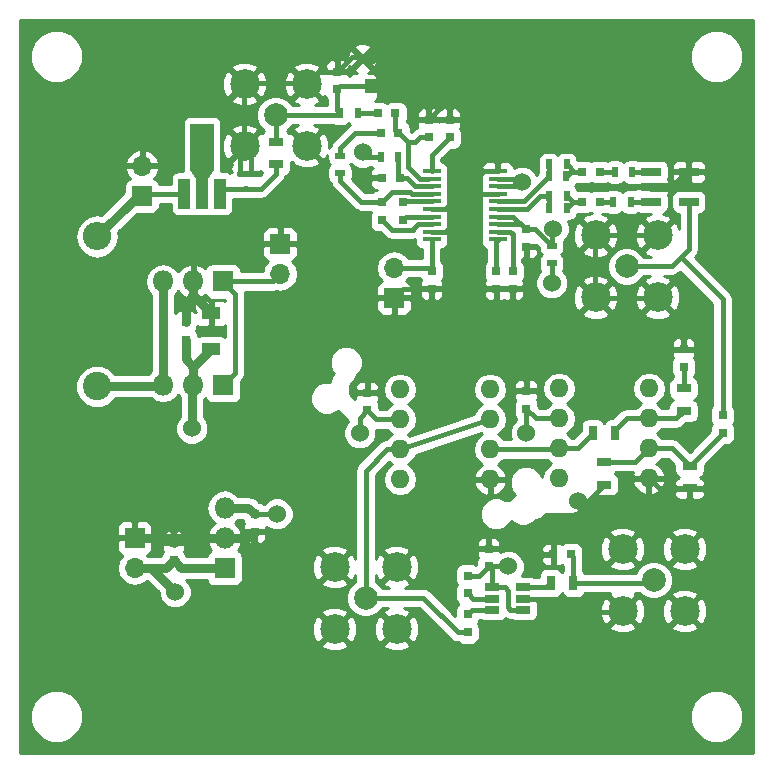
<source format=gbr>
G04 #@! TF.FileFunction,Copper,L1,Top,Signal*
%FSLAX46Y46*%
G04 Gerber Fmt 4.6, Leading zero omitted, Abs format (unit mm)*
G04 Created by KiCad (PCBNEW 4.0.6) date Thursday, June 15, 2017 'PMt' 05:18:36 PM*
%MOMM*%
%LPD*%
G01*
G04 APERTURE LIST*
%ADD10C,0.100000*%
%ADD11R,1.300000X0.700000*%
%ADD12R,0.750000X0.800000*%
%ADD13R,1.300000X1.300000*%
%ADD14C,1.300000*%
%ADD15R,1.000760X2.501900*%
%ADD16R,1.998980X4.000500*%
%ADD17R,0.400000X0.510000*%
%ADD18R,1.700000X1.700000*%
%ADD19O,1.700000X1.700000*%
%ADD20R,1.600000X1.000000*%
%ADD21R,0.800000X0.750000*%
%ADD22R,0.500000X0.900000*%
%ADD23R,0.900000X0.500000*%
%ADD24R,1.800000X1.800000*%
%ADD25O,1.800000X1.800000*%
%ADD26C,2.400000*%
%ADD27O,2.400000X2.400000*%
%ADD28R,0.700000X1.300000*%
%ADD29R,1.651000X0.762000*%
%ADD30R,1.220000X0.650000*%
%ADD31R,1.524000X0.380000*%
%ADD32O,1.600000X1.600000*%
%ADD33C,1.998980*%
%ADD34C,2.500000*%
%ADD35C,1.524000*%
%ADD36C,0.381000*%
%ADD37C,0.457200*%
%ADD38C,0.762000*%
%ADD39C,0.254000*%
G04 APERTURE END LIST*
D10*
D11*
X136657000Y-61854000D03*
X136657000Y-63754000D03*
D12*
X141859000Y-57392000D03*
X141859000Y-55892000D03*
D13*
X144780000Y-57150000D03*
D14*
X144780000Y-54650000D03*
D15*
X128927860Y-66233040D03*
X130429000Y-66233040D03*
X131930140Y-66233040D03*
D16*
X130429000Y-62280800D03*
D10*
G36*
X131429760Y-64255650D02*
X130929380Y-65004950D01*
X129928620Y-65004950D01*
X129428240Y-64255650D01*
X131429760Y-64255650D01*
X131429760Y-64255650D01*
G37*
D17*
X134612000Y-64501000D03*
X133612000Y-64501000D03*
X134112000Y-65801000D03*
D18*
X125349000Y-66421000D03*
D19*
X125349000Y-63881000D03*
D20*
X131191000Y-79351000D03*
X131191000Y-76351000D03*
D12*
X129032000Y-78601000D03*
X129032000Y-77101000D03*
X128016000Y-97270000D03*
X128016000Y-95770000D03*
X134874000Y-93357000D03*
X134874000Y-94857000D03*
X144399000Y-84582000D03*
X144399000Y-83082000D03*
X157861000Y-84431000D03*
X157861000Y-82931000D03*
X174498000Y-86475000D03*
X174498000Y-84975000D03*
X171196000Y-80887000D03*
X171196000Y-79387000D03*
D21*
X147181000Y-64897000D03*
X145681000Y-64897000D03*
X162584000Y-64389000D03*
X164084000Y-64389000D03*
D12*
X145669000Y-66941000D03*
X145669000Y-68441000D03*
X147447000Y-66941000D03*
X147447000Y-68441000D03*
D21*
X162584000Y-66929000D03*
X164084000Y-66929000D03*
D12*
X157861000Y-69227000D03*
X157861000Y-70727000D03*
X156718000Y-72795000D03*
X156718000Y-74295000D03*
X149860000Y-72771000D03*
X149860000Y-74271000D03*
X155321000Y-72771000D03*
X155321000Y-74271000D03*
X152908000Y-103354000D03*
X152908000Y-101854000D03*
X152908000Y-100064000D03*
X152908000Y-98564000D03*
D21*
X161659000Y-96774000D03*
X160159000Y-96774000D03*
D12*
X154686000Y-97790000D03*
X154686000Y-96290000D03*
D21*
X147054000Y-61087000D03*
X145554000Y-61087000D03*
X145300000Y-59436000D03*
X146800000Y-59436000D03*
D12*
X151384000Y-59956000D03*
X151384000Y-61456000D03*
X149606000Y-61456000D03*
X149606000Y-59956000D03*
D22*
X142125000Y-59436000D03*
X143625000Y-59436000D03*
X145554000Y-63119000D03*
X147054000Y-63119000D03*
X159790000Y-63754000D03*
X161290000Y-63754000D03*
X159790000Y-67437000D03*
X161290000Y-67437000D03*
D23*
X160020000Y-70624000D03*
X160020000Y-72124000D03*
D18*
X124714000Y-95377000D03*
D19*
X124714000Y-97917000D03*
D18*
X137033000Y-70485000D03*
D19*
X137033000Y-73025000D03*
D18*
X146685000Y-75057000D03*
D19*
X146685000Y-72517000D03*
D24*
X132207000Y-82423000D03*
D25*
X129667000Y-82423000D03*
X127127000Y-82423000D03*
D24*
X132207000Y-73660000D03*
D25*
X129667000Y-73660000D03*
X127127000Y-73660000D03*
D26*
X121539000Y-82550000D03*
D27*
X121539000Y-69850000D03*
D28*
X163500038Y-86531340D03*
X165400038Y-86531340D03*
D11*
X164465000Y-88966000D03*
X164465000Y-90866000D03*
X171196000Y-84621340D03*
X171196000Y-82721340D03*
D22*
X165354000Y-64389000D03*
X166854000Y-64389000D03*
D11*
X171704000Y-91181000D03*
X171704000Y-89281000D03*
D22*
X161278000Y-64770000D03*
X159778000Y-64770000D03*
X161290000Y-66421000D03*
X159790000Y-66421000D03*
X165239000Y-66929000D03*
X166739000Y-66929000D03*
D28*
X159959000Y-99187000D03*
X161859000Y-99187000D03*
D23*
X142113000Y-63004000D03*
X142113000Y-64504000D03*
D29*
X171640500Y-64389000D03*
X168465500Y-64389000D03*
X168465500Y-65659000D03*
X171640500Y-66929000D03*
X168465500Y-66929000D03*
D24*
X132334000Y-97917000D03*
D25*
X132334000Y-95377000D03*
X132334000Y-92837000D03*
D30*
X157607000Y-101455124D03*
X157607000Y-100505124D03*
X157607000Y-99555124D03*
X154987000Y-99555124D03*
X154987000Y-100505124D03*
X154987000Y-101455124D03*
D31*
X149859000Y-64325500D03*
X155449000Y-64325500D03*
X149859000Y-64965500D03*
X155449000Y-64965500D03*
X149859000Y-65605500D03*
X155449000Y-65605500D03*
X149859000Y-66245500D03*
X155449000Y-66245500D03*
X149859000Y-66885500D03*
X155449000Y-66885500D03*
X149859000Y-67525500D03*
X155449000Y-67525500D03*
X149859000Y-68165500D03*
X155449000Y-68165500D03*
X149859000Y-68805500D03*
X155449000Y-68805500D03*
X149859000Y-69445500D03*
X155449000Y-69445500D03*
X149859000Y-70085500D03*
X155449000Y-70085500D03*
D32*
X168260038Y-82721340D03*
X168260038Y-85261340D03*
X168260038Y-87801340D03*
X168260038Y-90341340D03*
X160640038Y-90341340D03*
X160640038Y-87801340D03*
X160640038Y-85261340D03*
X160640038Y-82721340D03*
X154813000Y-82804000D03*
X154813000Y-85344000D03*
X154813000Y-87884000D03*
X154813000Y-90424000D03*
X147193000Y-90424000D03*
X147193000Y-87884000D03*
X147193000Y-85344000D03*
X147193000Y-82804000D03*
D33*
X144272000Y-100457000D03*
D34*
X146897000Y-97832000D03*
X146897000Y-103082000D03*
X141647000Y-97832000D03*
X141647000Y-103082000D03*
D33*
X166370000Y-72390000D03*
D34*
X168995000Y-69765000D03*
X168995000Y-75015000D03*
X163745000Y-69765000D03*
X163745000Y-75015000D03*
D33*
X168656000Y-98933000D03*
D34*
X166031000Y-101558000D03*
X166031000Y-96308000D03*
X171281000Y-101558000D03*
X171281000Y-96308000D03*
D33*
X136652000Y-59563000D03*
D34*
X139277000Y-56938000D03*
X139277000Y-62188000D03*
X134027000Y-56938000D03*
X134027000Y-62188000D03*
D35*
X150495000Y-58293000D03*
X144145000Y-64897000D03*
X129540000Y-86106000D03*
X128143000Y-99949000D03*
X162243745Y-92265186D03*
X160020000Y-73787000D03*
X144018000Y-62738000D03*
X156337000Y-97790000D03*
X157861000Y-86487000D03*
X143764000Y-86487000D03*
X136779000Y-93345000D03*
X160147000Y-69215000D03*
X157480000Y-65278000D03*
D36*
X144780000Y-54650000D02*
X143101000Y-54650000D01*
X143101000Y-54650000D02*
X141859000Y-55892000D01*
X165955980Y-101633020D02*
X164188214Y-101633020D01*
X164188214Y-101633020D02*
X163060318Y-100505124D01*
X163060318Y-100505124D02*
X158598000Y-100505124D01*
X158598000Y-100505124D02*
X157607000Y-100505124D01*
D37*
X160159000Y-96774000D02*
X160159000Y-95941800D01*
X160159000Y-95941800D02*
X161117819Y-94982981D01*
X161117819Y-94982981D02*
X164705981Y-94982981D01*
X164705981Y-94982981D02*
X165955980Y-96232980D01*
X171704000Y-91181000D02*
X169099698Y-91181000D01*
X169099698Y-91181000D02*
X168260038Y-90341340D01*
D38*
X132334000Y-95377000D02*
X134354000Y-95377000D01*
X134354000Y-95377000D02*
X134874000Y-94857000D01*
X132334000Y-95377000D02*
X128409000Y-95377000D01*
X128409000Y-95377000D02*
X128016000Y-95770000D01*
X124714000Y-95377000D02*
X127623000Y-95377000D01*
X127623000Y-95377000D02*
X128016000Y-95770000D01*
X129032000Y-77101000D02*
X129032000Y-75462000D01*
X129032000Y-75462000D02*
X129667000Y-74827000D01*
X129667000Y-73660000D02*
X129667000Y-74827000D01*
X129667000Y-74827000D02*
X131191000Y-76351000D01*
D37*
X134612000Y-64501000D02*
X134612000Y-62923040D01*
X134612000Y-62923040D02*
X133951980Y-62263020D01*
X133612000Y-64501000D02*
X133612000Y-62603000D01*
X133612000Y-62603000D02*
X133951980Y-62263020D01*
X141859000Y-55892000D02*
X140323000Y-55892000D01*
X140323000Y-55892000D02*
X139352020Y-56862980D01*
X133951980Y-62263020D02*
X133951980Y-56862980D01*
X139352020Y-56862980D02*
X133951980Y-56862980D01*
X132701981Y-58112979D02*
X129914940Y-58112979D01*
X125349000Y-62678919D02*
X125349000Y-63881000D01*
X129914940Y-58112979D02*
X125349000Y-62678919D01*
X133951980Y-56862980D02*
X132701981Y-58112979D01*
D36*
X163669980Y-75090020D02*
X169070020Y-75090020D01*
X163669980Y-69689980D02*
X163669980Y-75090020D01*
X169070020Y-69689980D02*
X163669980Y-69689980D01*
X149859000Y-69445500D02*
X151002000Y-69445500D01*
X151002000Y-69445500D02*
X152282000Y-68165500D01*
X152282000Y-68165500D02*
X152282000Y-66245500D01*
X152282000Y-66245500D02*
X153670000Y-66245500D01*
X153670000Y-66245500D02*
X154306000Y-66245500D01*
X155449000Y-64325500D02*
X154306000Y-64325500D01*
X154306000Y-64325500D02*
X153670000Y-64961500D01*
X153670000Y-64961500D02*
X153670000Y-66245500D01*
X149859000Y-67525500D02*
X151002000Y-67525500D01*
X151002000Y-67525500D02*
X152282000Y-66245500D01*
X154306000Y-66245500D02*
X155449000Y-66245500D01*
X149860000Y-74271000D02*
X147471000Y-74271000D01*
X147471000Y-74271000D02*
X146685000Y-75057000D01*
X151384000Y-59956000D02*
X151384000Y-59182000D01*
X151384000Y-59182000D02*
X150495000Y-58293000D01*
X150495000Y-58293000D02*
X150495000Y-59067000D01*
X150495000Y-59067000D02*
X149606000Y-59956000D01*
X145681000Y-64897000D02*
X144145000Y-64897000D01*
X157861000Y-70727000D02*
X157861000Y-73908000D01*
X157861000Y-73908000D02*
X157474000Y-74295000D01*
X157474000Y-74295000D02*
X156718000Y-74295000D01*
D38*
X171640500Y-64389000D02*
X170370500Y-65659000D01*
X170370500Y-65659000D02*
X168465500Y-65659000D01*
X129540000Y-86106000D02*
X129540000Y-82550000D01*
X129540000Y-82550000D02*
X129667000Y-82423000D01*
X124714000Y-97917000D02*
X126111000Y-97917000D01*
X126111000Y-97917000D02*
X128143000Y-99949000D01*
X132334000Y-97917000D02*
X128663000Y-97917000D01*
X128663000Y-97917000D02*
X128016000Y-97270000D01*
X124714000Y-97917000D02*
X127369000Y-97917000D01*
X127369000Y-97917000D02*
X128016000Y-97270000D01*
X129032000Y-78601000D02*
X129032000Y-80240000D01*
X129032000Y-80240000D02*
X129667000Y-80875000D01*
X129667000Y-82423000D02*
X129667000Y-80875000D01*
X129667000Y-80875000D02*
X131191000Y-79351000D01*
D36*
X162243745Y-92265186D02*
X163065814Y-92265186D01*
X163065814Y-92265186D02*
X164465000Y-90866000D01*
X136906000Y-93472000D02*
X136779000Y-93345000D01*
D37*
X160020000Y-72124000D02*
X160020000Y-73787000D01*
X145554000Y-63119000D02*
X144399000Y-63119000D01*
X144399000Y-63119000D02*
X144018000Y-62738000D01*
X156337000Y-97790000D02*
X154686000Y-97790000D01*
X156337000Y-99837924D02*
X156337000Y-101252324D01*
X156337000Y-101252324D02*
X156539800Y-101455124D01*
X156539800Y-101455124D02*
X157607000Y-101455124D01*
X154987000Y-99555124D02*
X156054200Y-99555124D01*
X156054200Y-99555124D02*
X156337000Y-99837924D01*
X157861000Y-84431000D02*
X157861000Y-86487000D01*
X143764000Y-86487000D02*
X143764000Y-85217000D01*
X143764000Y-85217000D02*
X144399000Y-84582000D01*
X134874000Y-93357000D02*
X136767000Y-93357000D01*
X136767000Y-93357000D02*
X136779000Y-93345000D01*
X160640038Y-85261340D02*
X158691340Y-85261340D01*
X158691340Y-85261340D02*
X157861000Y-84431000D01*
X147193000Y-85344000D02*
X145161000Y-85344000D01*
X145161000Y-85344000D02*
X144399000Y-84582000D01*
D38*
X132334000Y-92837000D02*
X134354000Y-92837000D01*
X134354000Y-92837000D02*
X134874000Y-93357000D01*
D37*
X152908000Y-98564000D02*
X153912000Y-98564000D01*
X153912000Y-98564000D02*
X154686000Y-97790000D01*
X154987000Y-99555124D02*
X154987000Y-98091000D01*
X154987000Y-98091000D02*
X154686000Y-97790000D01*
D36*
X144780000Y-57150000D02*
X142101000Y-57150000D01*
X142101000Y-57150000D02*
X141859000Y-57392000D01*
D37*
X141859000Y-57392000D02*
X141859000Y-59170000D01*
X141859000Y-59170000D02*
X142125000Y-59436000D01*
X136652000Y-59563000D02*
X141998000Y-59563000D01*
X141998000Y-59563000D02*
X142125000Y-59436000D01*
X136657000Y-61854000D02*
X136657000Y-59568000D01*
X136657000Y-59568000D02*
X136652000Y-59563000D01*
X164465000Y-88966000D02*
X167095378Y-88966000D01*
X167095378Y-88966000D02*
X168260038Y-87801340D01*
X174498000Y-86475000D02*
X174498000Y-86487000D01*
X174498000Y-86487000D02*
X171704000Y-89281000D01*
X168260038Y-87801340D02*
X170224340Y-87801340D01*
X170224340Y-87801340D02*
X171704000Y-89281000D01*
D36*
X171640500Y-70929500D02*
X170942000Y-71628000D01*
X170942000Y-71628000D02*
X170180000Y-72390000D01*
D37*
X174498000Y-75184000D02*
X170942000Y-71628000D01*
X174498000Y-84975000D02*
X174498000Y-75184000D01*
D36*
X170180000Y-72390000D02*
X166370000Y-72390000D01*
X171640500Y-66929000D02*
X171640500Y-70929500D01*
D37*
X171196000Y-82721340D02*
X171196000Y-80887000D01*
D36*
X147750694Y-64897000D02*
X148459703Y-65606009D01*
X148459703Y-65606009D02*
X149858491Y-65606009D01*
X149858491Y-65606009D02*
X149859000Y-65605500D01*
X147054000Y-63119000D02*
X147054000Y-64770000D01*
X147054000Y-64770000D02*
X147181000Y-64897000D01*
X147750694Y-64897000D02*
X147181000Y-64897000D01*
D37*
X162584000Y-64389000D02*
X161925000Y-64389000D01*
X161925000Y-64389000D02*
X161290000Y-63754000D01*
X162584000Y-64389000D02*
X161659000Y-64389000D01*
X161659000Y-64389000D02*
X161278000Y-64770000D01*
X161290000Y-64758000D02*
X161278000Y-64770000D01*
X162584000Y-64389000D02*
X162433000Y-64389000D01*
X164084000Y-64389000D02*
X165354000Y-64389000D01*
D36*
X148052154Y-66096499D02*
X148201155Y-66245500D01*
X148201155Y-66245500D02*
X149859000Y-66245500D01*
X142113000Y-64504000D02*
X142113000Y-65135000D01*
X142113000Y-65135000D02*
X143919000Y-66941000D01*
X143919000Y-66941000D02*
X144913000Y-66941000D01*
X144913000Y-66941000D02*
X145669000Y-66941000D01*
X146488501Y-66096499D02*
X145669000Y-66916000D01*
X145669000Y-66916000D02*
X145669000Y-66941000D01*
X148052154Y-66096499D02*
X146488501Y-66096499D01*
X148302345Y-69285501D02*
X148302345Y-69219155D01*
X148302345Y-69219155D02*
X148716000Y-68805500D01*
X148716000Y-68805500D02*
X149859000Y-68805500D01*
X146488501Y-69285501D02*
X145669000Y-68466000D01*
X148302345Y-69285501D02*
X146488501Y-69285501D01*
X145669000Y-68466000D02*
X145669000Y-68441000D01*
X147447000Y-66941000D02*
X147502500Y-66885500D01*
X147502500Y-66885500D02*
X149859000Y-66885500D01*
X147456846Y-66950846D02*
X147447000Y-66941000D01*
X149859000Y-68165500D02*
X147722500Y-68165500D01*
X147722500Y-68165500D02*
X147447000Y-68441000D01*
X147657154Y-68230846D02*
X147447000Y-68441000D01*
D37*
X162584000Y-66929000D02*
X161798000Y-66929000D01*
X161798000Y-66929000D02*
X161290000Y-66421000D01*
X161798000Y-66929000D02*
X161290000Y-67437000D01*
X162560000Y-66929000D02*
X162584000Y-66929000D01*
X165239000Y-66929000D02*
X164084000Y-66929000D01*
D36*
X155449000Y-69445500D02*
X156496756Y-69445500D01*
X156496756Y-69445500D02*
X156718000Y-69666744D01*
X156718000Y-72795000D02*
X156718000Y-69666744D01*
X149859000Y-70085500D02*
X149859000Y-72770000D01*
X149859000Y-72770000D02*
X149860000Y-72771000D01*
X146685000Y-72517000D02*
X149606000Y-72517000D01*
X149606000Y-72517000D02*
X149860000Y-72771000D01*
D37*
X155321000Y-72771000D02*
X155321000Y-70312447D01*
X155321000Y-70312447D02*
X155450000Y-70183447D01*
X152908000Y-103354000D02*
X152075800Y-103354000D01*
X152075800Y-103354000D02*
X149178800Y-100457000D01*
X149178800Y-100457000D02*
X145685492Y-100457000D01*
X145685492Y-100457000D02*
X144272000Y-100457000D01*
X152908000Y-103329000D02*
X152908000Y-103354000D01*
X147193000Y-87884000D02*
X146061630Y-87884000D01*
X146061630Y-87884000D02*
X144272000Y-89673630D01*
X144272000Y-89673630D02*
X144272000Y-99043508D01*
X144272000Y-99043508D02*
X144272000Y-100457000D01*
X147193000Y-87884000D02*
X154813000Y-85344000D01*
D36*
X147835000Y-63951501D02*
X148854498Y-64970999D01*
X148854498Y-64970999D02*
X149542114Y-64970999D01*
X146800000Y-59436000D02*
X146800000Y-60833000D01*
X146800000Y-60833000D02*
X147054000Y-61087000D01*
X149606000Y-61456000D02*
X148850000Y-61456000D01*
X148850000Y-61456000D02*
X148463000Y-61843000D01*
X148463000Y-61843000D02*
X147835000Y-61843000D01*
X147835000Y-63951501D02*
X147835000Y-61843000D01*
X147835000Y-61843000D02*
X147079000Y-61087000D01*
X147079000Y-61087000D02*
X147054000Y-61087000D01*
X145554000Y-61087000D02*
X143399000Y-61087000D01*
X143399000Y-61087000D02*
X142113000Y-62373000D01*
X142113000Y-62373000D02*
X142113000Y-63004000D01*
X143625000Y-59436000D02*
X145300000Y-59436000D01*
X151384000Y-61456000D02*
X149859000Y-62981000D01*
X149859000Y-62981000D02*
X149859000Y-64325500D01*
D37*
X136657000Y-63754000D02*
X136657000Y-64561200D01*
X136657000Y-64561200D02*
X135417200Y-65801000D01*
X135417200Y-65801000D02*
X134112000Y-65801000D01*
X134112000Y-65801000D02*
X132362180Y-65801000D01*
X132362180Y-65801000D02*
X131930140Y-66233040D01*
X161859000Y-99187000D02*
X168402000Y-99187000D01*
X168402000Y-99187000D02*
X168656000Y-98933000D01*
X161859000Y-99187000D02*
X161859000Y-96974000D01*
X161859000Y-96974000D02*
X161659000Y-96774000D01*
D38*
X125349000Y-66421000D02*
X124968000Y-66421000D01*
X124968000Y-66421000D02*
X121539000Y-69850000D01*
D37*
X128927860Y-66233040D02*
X125536960Y-66233040D01*
X125536960Y-66233040D02*
X125349000Y-66421000D01*
X154813000Y-87884000D02*
X160557378Y-87884000D01*
X160557378Y-87884000D02*
X160640038Y-87801340D01*
X160640038Y-87801340D02*
X162230038Y-87801340D01*
X162230038Y-87801340D02*
X163500038Y-86531340D01*
X168260038Y-85261340D02*
X170556000Y-85261340D01*
X170556000Y-85261340D02*
X171196000Y-84621340D01*
X168260038Y-85261340D02*
X166370038Y-85261340D01*
X166370038Y-85261340D02*
X165400038Y-86231340D01*
X165400038Y-86231340D02*
X165400038Y-86531340D01*
X168465500Y-64389000D02*
X166854000Y-64389000D01*
X166739000Y-66929000D02*
X168465500Y-66929000D01*
X160020000Y-70624000D02*
X160020000Y-69342000D01*
X160020000Y-69342000D02*
X160147000Y-69215000D01*
X157861000Y-69227000D02*
X158623000Y-69227000D01*
X158623000Y-69227000D02*
X160020000Y-70624000D01*
D36*
X155449000Y-64965500D02*
X157167500Y-64965500D01*
X157167500Y-64965500D02*
X157480000Y-65278000D01*
X155449000Y-65605500D02*
X157152500Y-65605500D01*
X157152500Y-65605500D02*
X157480000Y-65278000D01*
X157976000Y-69342000D02*
X157861000Y-69227000D01*
X155449000Y-68805500D02*
X157439500Y-68805500D01*
X157439500Y-68805500D02*
X157861000Y-69227000D01*
X155449000Y-68165500D02*
X156799500Y-68165500D01*
X156799500Y-68165500D02*
X157861000Y-69227000D01*
X159778000Y-64770000D02*
X157660000Y-66888000D01*
X156592000Y-66885500D02*
X155449000Y-66885500D01*
X157660000Y-66888000D02*
X156594500Y-66888000D01*
X156594500Y-66888000D02*
X156592000Y-66885500D01*
X159790000Y-63754000D02*
X159790000Y-64758000D01*
X159790000Y-64758000D02*
X159778000Y-64770000D01*
X155449000Y-67525500D02*
X156592000Y-67525500D01*
X156592000Y-67525500D02*
X156594500Y-67523000D01*
X156594500Y-67523000D02*
X157923025Y-67523000D01*
X157923025Y-67523000D02*
X159025025Y-66421000D01*
X159025025Y-66421000D02*
X159790000Y-66421000D01*
X159790000Y-66421000D02*
X159790000Y-67437000D01*
D37*
X157607000Y-99555124D02*
X159590876Y-99555124D01*
X159590876Y-99555124D02*
X159959000Y-99187000D01*
X132207000Y-73660000D02*
X133235601Y-74688601D01*
X133235601Y-74688601D02*
X133235601Y-81394399D01*
X133235601Y-81394399D02*
X132207000Y-82423000D01*
X132207000Y-73660000D02*
X136398000Y-73660000D01*
X136398000Y-73660000D02*
X137033000Y-73025000D01*
D38*
X127127000Y-73660000D02*
X127127000Y-82423000D01*
X121539000Y-82550000D02*
X127000000Y-82550000D01*
X127000000Y-82550000D02*
X127127000Y-82423000D01*
D37*
X154987000Y-101455124D02*
X153306876Y-101455124D01*
X153306876Y-101455124D02*
X152908000Y-101854000D01*
X154987000Y-100505124D02*
X153349124Y-100505124D01*
X153349124Y-100505124D02*
X152908000Y-100064000D01*
D39*
G36*
X177090000Y-113590000D02*
X115010000Y-113590000D01*
X115010000Y-110932619D01*
X115874613Y-110932619D01*
X116214155Y-111754372D01*
X116842321Y-112383636D01*
X117663481Y-112724611D01*
X118552619Y-112725387D01*
X119374372Y-112385845D01*
X120003636Y-111757679D01*
X120344611Y-110936519D01*
X120344614Y-110932619D01*
X171754613Y-110932619D01*
X172094155Y-111754372D01*
X172722321Y-112383636D01*
X173543481Y-112724611D01*
X174432619Y-112725387D01*
X175254372Y-112385845D01*
X175883636Y-111757679D01*
X176224611Y-110936519D01*
X176225387Y-110047381D01*
X175885845Y-109225628D01*
X175257679Y-108596364D01*
X174436519Y-108255389D01*
X173547381Y-108254613D01*
X172725628Y-108594155D01*
X172096364Y-109222321D01*
X171755389Y-110043481D01*
X171754613Y-110932619D01*
X120344614Y-110932619D01*
X120345387Y-110047381D01*
X120005845Y-109225628D01*
X119377679Y-108596364D01*
X118556519Y-108255389D01*
X117667381Y-108254613D01*
X116845628Y-108594155D01*
X116216364Y-109222321D01*
X115875389Y-110043481D01*
X115874613Y-110932619D01*
X115010000Y-110932619D01*
X115010000Y-104415320D01*
X140493285Y-104415320D01*
X140622533Y-104708123D01*
X141322806Y-104976388D01*
X142072435Y-104956250D01*
X142671467Y-104708123D01*
X142800715Y-104415320D01*
X145743285Y-104415320D01*
X145872533Y-104708123D01*
X146572806Y-104976388D01*
X147322435Y-104956250D01*
X147921467Y-104708123D01*
X148050715Y-104415320D01*
X146897000Y-103261605D01*
X145743285Y-104415320D01*
X142800715Y-104415320D01*
X141647000Y-103261605D01*
X140493285Y-104415320D01*
X115010000Y-104415320D01*
X115010000Y-102757806D01*
X139752612Y-102757806D01*
X139772750Y-103507435D01*
X140020877Y-104106467D01*
X140313680Y-104235715D01*
X141467395Y-103082000D01*
X141826605Y-103082000D01*
X142980320Y-104235715D01*
X143273123Y-104106467D01*
X143541388Y-103406194D01*
X143523970Y-102757806D01*
X145002612Y-102757806D01*
X145022750Y-103507435D01*
X145270877Y-104106467D01*
X145563680Y-104235715D01*
X146717395Y-103082000D01*
X147076605Y-103082000D01*
X148230320Y-104235715D01*
X148523123Y-104106467D01*
X148791388Y-103406194D01*
X148771250Y-102656565D01*
X148523123Y-102057533D01*
X148230320Y-101928285D01*
X147076605Y-103082000D01*
X146717395Y-103082000D01*
X145563680Y-101928285D01*
X145270877Y-102057533D01*
X145002612Y-102757806D01*
X143523970Y-102757806D01*
X143521250Y-102656565D01*
X143273123Y-102057533D01*
X142980320Y-101928285D01*
X141826605Y-103082000D01*
X141467395Y-103082000D01*
X140313680Y-101928285D01*
X140020877Y-102057533D01*
X139752612Y-102757806D01*
X115010000Y-102757806D01*
X115010000Y-101748680D01*
X140493285Y-101748680D01*
X141647000Y-102902395D01*
X142800715Y-101748680D01*
X142671467Y-101455877D01*
X141971194Y-101187612D01*
X141221565Y-101207750D01*
X140622533Y-101455877D01*
X140493285Y-101748680D01*
X115010000Y-101748680D01*
X115010000Y-97917000D01*
X123199907Y-97917000D01*
X123312946Y-98485285D01*
X123634853Y-98967054D01*
X124116622Y-99288961D01*
X124684907Y-99402000D01*
X124743093Y-99402000D01*
X125311378Y-99288961D01*
X125751825Y-98994665D01*
X126745965Y-99988805D01*
X126745758Y-100225661D01*
X126957990Y-100739303D01*
X127350630Y-101132629D01*
X127863900Y-101345757D01*
X128419661Y-101346242D01*
X128933303Y-101134010D01*
X129326629Y-100741370D01*
X129539757Y-100228100D01*
X129540242Y-99672339D01*
X129328010Y-99158697D01*
X129102707Y-98933000D01*
X130808387Y-98933000D01*
X130830838Y-99052317D01*
X130969910Y-99268441D01*
X131182110Y-99413431D01*
X131434000Y-99464440D01*
X133234000Y-99464440D01*
X133469317Y-99420162D01*
X133685441Y-99281090D01*
X133764543Y-99165320D01*
X140493285Y-99165320D01*
X140622533Y-99458123D01*
X141322806Y-99726388D01*
X142072435Y-99706250D01*
X142671467Y-99458123D01*
X142800715Y-99165320D01*
X141647000Y-98011605D01*
X140493285Y-99165320D01*
X133764543Y-99165320D01*
X133830431Y-99068890D01*
X133881440Y-98817000D01*
X133881440Y-97507806D01*
X139752612Y-97507806D01*
X139772750Y-98257435D01*
X140020877Y-98856467D01*
X140313680Y-98985715D01*
X141467395Y-97832000D01*
X140313680Y-96678285D01*
X140020877Y-96807533D01*
X139752612Y-97507806D01*
X133881440Y-97507806D01*
X133881440Y-97017000D01*
X133837162Y-96781683D01*
X133698090Y-96565559D01*
X133600210Y-96498680D01*
X140493285Y-96498680D01*
X141647000Y-97652395D01*
X142800715Y-96498680D01*
X142671467Y-96205877D01*
X141971194Y-95937612D01*
X141221565Y-95957750D01*
X140622533Y-96205877D01*
X140493285Y-96498680D01*
X133600210Y-96498680D01*
X133485890Y-96420569D01*
X133434854Y-96410234D01*
X133571966Y-96284576D01*
X133825046Y-95741742D01*
X133704998Y-95504002D01*
X133869000Y-95504002D01*
X133869000Y-95395380D01*
X133960673Y-95616698D01*
X134139301Y-95795327D01*
X134372690Y-95892000D01*
X134588250Y-95892000D01*
X134747000Y-95733250D01*
X134747000Y-94984000D01*
X135001000Y-94984000D01*
X135001000Y-95733250D01*
X135159750Y-95892000D01*
X135375310Y-95892000D01*
X135608699Y-95795327D01*
X135787327Y-95616698D01*
X135884000Y-95383309D01*
X135884000Y-95142750D01*
X135725250Y-94984000D01*
X135001000Y-94984000D01*
X134747000Y-94984000D01*
X134022750Y-94984000D01*
X133864000Y-95142750D01*
X133864000Y-95249998D01*
X133704998Y-95249998D01*
X133825046Y-95012258D01*
X133571966Y-94469424D01*
X133181418Y-94111501D01*
X133419409Y-93952481D01*
X133485880Y-93853000D01*
X133869624Y-93853000D01*
X133895838Y-93992317D01*
X133962329Y-94095646D01*
X133960673Y-94097302D01*
X133864000Y-94330691D01*
X133864000Y-94571250D01*
X134022750Y-94730000D01*
X134747000Y-94730000D01*
X134747000Y-94710000D01*
X135001000Y-94710000D01*
X135001000Y-94730000D01*
X135725250Y-94730000D01*
X135884000Y-94571250D01*
X135884000Y-94425820D01*
X135986630Y-94528629D01*
X136499900Y-94741757D01*
X137055661Y-94742242D01*
X137569303Y-94530010D01*
X137962629Y-94137370D01*
X138175757Y-93624100D01*
X138176242Y-93068339D01*
X137964010Y-92554697D01*
X137571370Y-92161371D01*
X137058100Y-91948243D01*
X136502339Y-91947758D01*
X135988697Y-92159990D01*
X135671198Y-92476935D01*
X135500890Y-92360569D01*
X135267057Y-92313217D01*
X135072420Y-92118580D01*
X134742807Y-91898338D01*
X134678300Y-91885507D01*
X134354000Y-91821000D01*
X133485880Y-91821000D01*
X133419409Y-91721519D01*
X132921419Y-91388773D01*
X132334000Y-91271928D01*
X131746581Y-91388773D01*
X131248591Y-91721519D01*
X130915845Y-92219509D01*
X130799000Y-92806928D01*
X130799000Y-92867072D01*
X130915845Y-93454491D01*
X131248591Y-93952481D01*
X131486582Y-94111501D01*
X131096034Y-94469424D01*
X130842954Y-95012258D01*
X130963003Y-95250000D01*
X132207000Y-95250000D01*
X132207000Y-95230000D01*
X132461000Y-95230000D01*
X132461000Y-95250000D01*
X132481000Y-95250000D01*
X132481000Y-95504000D01*
X132461000Y-95504000D01*
X132461000Y-95524000D01*
X132207000Y-95524000D01*
X132207000Y-95504000D01*
X130963003Y-95504000D01*
X130842954Y-95741742D01*
X131096034Y-96284576D01*
X131230538Y-96407844D01*
X131198683Y-96413838D01*
X130982559Y-96552910D01*
X130837569Y-96765110D01*
X130810051Y-96901000D01*
X129083841Y-96901000D01*
X129035102Y-96852262D01*
X128994162Y-96634683D01*
X128927671Y-96531354D01*
X128929327Y-96529698D01*
X129026000Y-96296309D01*
X129026000Y-96055750D01*
X128867250Y-95897000D01*
X128143000Y-95897000D01*
X128143000Y-95917000D01*
X127889000Y-95917000D01*
X127889000Y-95897000D01*
X127164750Y-95897000D01*
X127006000Y-96055750D01*
X127006000Y-96296309D01*
X127102673Y-96529698D01*
X127104043Y-96531068D01*
X127044569Y-96618110D01*
X126997217Y-96851943D01*
X126948160Y-96901000D01*
X125815901Y-96901000D01*
X125793147Y-96866946D01*
X125749223Y-96837597D01*
X125923698Y-96765327D01*
X126102327Y-96586699D01*
X126199000Y-96353310D01*
X126199000Y-95662750D01*
X126040250Y-95504000D01*
X124841000Y-95504000D01*
X124841000Y-95524000D01*
X124587000Y-95524000D01*
X124587000Y-95504000D01*
X123387750Y-95504000D01*
X123229000Y-95662750D01*
X123229000Y-96353310D01*
X123325673Y-96586699D01*
X123504302Y-96765327D01*
X123678777Y-96837597D01*
X123634853Y-96866946D01*
X123312946Y-97348715D01*
X123199907Y-97917000D01*
X115010000Y-97917000D01*
X115010000Y-94400690D01*
X123229000Y-94400690D01*
X123229000Y-95091250D01*
X123387750Y-95250000D01*
X124587000Y-95250000D01*
X124587000Y-94050750D01*
X124841000Y-94050750D01*
X124841000Y-95250000D01*
X126040250Y-95250000D01*
X126046559Y-95243691D01*
X127006000Y-95243691D01*
X127006000Y-95484250D01*
X127164750Y-95643000D01*
X127889000Y-95643000D01*
X127889000Y-94893750D01*
X128143000Y-94893750D01*
X128143000Y-95643000D01*
X128867250Y-95643000D01*
X129026000Y-95484250D01*
X129026000Y-95243691D01*
X128929327Y-95010302D01*
X128750699Y-94831673D01*
X128517310Y-94735000D01*
X128301750Y-94735000D01*
X128143000Y-94893750D01*
X127889000Y-94893750D01*
X127730250Y-94735000D01*
X127514690Y-94735000D01*
X127281301Y-94831673D01*
X127102673Y-95010302D01*
X127006000Y-95243691D01*
X126046559Y-95243691D01*
X126199000Y-95091250D01*
X126199000Y-94400690D01*
X126102327Y-94167301D01*
X125923698Y-93988673D01*
X125690309Y-93892000D01*
X124999750Y-93892000D01*
X124841000Y-94050750D01*
X124587000Y-94050750D01*
X124428250Y-93892000D01*
X123737691Y-93892000D01*
X123504302Y-93988673D01*
X123325673Y-94167301D01*
X123229000Y-94400690D01*
X115010000Y-94400690D01*
X115010000Y-82913403D01*
X119703682Y-82913403D01*
X119982455Y-83588086D01*
X120498199Y-84104730D01*
X121172395Y-84384681D01*
X121902403Y-84385318D01*
X122577086Y-84106545D01*
X123093730Y-83590801D01*
X123104028Y-83566000D01*
X126097710Y-83566000D01*
X126509509Y-83841155D01*
X127096928Y-83958000D01*
X127157072Y-83958000D01*
X127744491Y-83841155D01*
X128242481Y-83508409D01*
X128397000Y-83277155D01*
X128524000Y-83467224D01*
X128524000Y-85146293D01*
X128356371Y-85313630D01*
X128143243Y-85826900D01*
X128142758Y-86382661D01*
X128354990Y-86896303D01*
X128747630Y-87289629D01*
X129260900Y-87502757D01*
X129816661Y-87503242D01*
X130330303Y-87291010D01*
X130723629Y-86898370D01*
X130936757Y-86385100D01*
X130937242Y-85829339D01*
X130725010Y-85315697D01*
X130556000Y-85146392D01*
X130556000Y-83659739D01*
X130705026Y-83560163D01*
X130842910Y-83774441D01*
X131055110Y-83919431D01*
X131307000Y-83970440D01*
X133107000Y-83970440D01*
X133342317Y-83926162D01*
X133472081Y-83842661D01*
X139572758Y-83842661D01*
X139784990Y-84356303D01*
X140177630Y-84749629D01*
X140690900Y-84962757D01*
X141246661Y-84963242D01*
X141760303Y-84751010D01*
X141918637Y-84592952D01*
X142800535Y-85474850D01*
X142580371Y-85694630D01*
X142367243Y-86207900D01*
X142366758Y-86763661D01*
X142578990Y-87277303D01*
X142971630Y-87670629D01*
X143484900Y-87883757D01*
X144040661Y-87884242D01*
X144554303Y-87672010D01*
X144947629Y-87279370D01*
X145160757Y-86766100D01*
X145161242Y-86210339D01*
X145160031Y-86207407D01*
X145161000Y-86207600D01*
X146049228Y-86207600D01*
X146150189Y-86358698D01*
X146532275Y-86614000D01*
X146150189Y-86869302D01*
X146047327Y-87023245D01*
X145731145Y-87086138D01*
X145450973Y-87273343D01*
X143661343Y-89062973D01*
X143474138Y-89343145D01*
X143408400Y-89673630D01*
X143408400Y-97134121D01*
X143273123Y-96807533D01*
X142980320Y-96678285D01*
X141826605Y-97832000D01*
X142980320Y-98985715D01*
X143273123Y-98856467D01*
X143408400Y-98503343D01*
X143408400Y-99045311D01*
X143347345Y-99070538D01*
X142887154Y-99529927D01*
X142637794Y-100130453D01*
X142637226Y-100780694D01*
X142885538Y-101381655D01*
X143344927Y-101841846D01*
X143945453Y-102091206D01*
X144595694Y-102091774D01*
X145196655Y-101843462D01*
X145656846Y-101384073D01*
X145683202Y-101320600D01*
X146199121Y-101320600D01*
X145872533Y-101455877D01*
X145743285Y-101748680D01*
X146897000Y-102902395D01*
X148050715Y-101748680D01*
X147921467Y-101455877D01*
X147568343Y-101320600D01*
X148821086Y-101320600D01*
X151465143Y-103964658D01*
X151745315Y-104151862D01*
X152075800Y-104217600D01*
X152086705Y-104217600D01*
X152281110Y-104350431D01*
X152533000Y-104401440D01*
X153283000Y-104401440D01*
X153518317Y-104357162D01*
X153734441Y-104218090D01*
X153879431Y-104005890D01*
X153930440Y-103754000D01*
X153930440Y-102954000D01*
X153918646Y-102891320D01*
X164877285Y-102891320D01*
X165006533Y-103184123D01*
X165706806Y-103452388D01*
X166456435Y-103432250D01*
X167055467Y-103184123D01*
X167184715Y-102891320D01*
X170127285Y-102891320D01*
X170256533Y-103184123D01*
X170956806Y-103452388D01*
X171706435Y-103432250D01*
X172305467Y-103184123D01*
X172434715Y-102891320D01*
X171281000Y-101737605D01*
X170127285Y-102891320D01*
X167184715Y-102891320D01*
X166031000Y-101737605D01*
X164877285Y-102891320D01*
X153918646Y-102891320D01*
X153886162Y-102718683D01*
X153812380Y-102604022D01*
X153879431Y-102505890D01*
X153917333Y-102318724D01*
X154040471Y-102318724D01*
X154125110Y-102376555D01*
X154377000Y-102427564D01*
X155597000Y-102427564D01*
X155832317Y-102383286D01*
X156048441Y-102244214D01*
X156094751Y-102176437D01*
X156209315Y-102252986D01*
X156539800Y-102318724D01*
X156660471Y-102318724D01*
X156745110Y-102376555D01*
X156997000Y-102427564D01*
X158217000Y-102427564D01*
X158452317Y-102383286D01*
X158668441Y-102244214D01*
X158813431Y-102032014D01*
X158864440Y-101780124D01*
X158864440Y-101233806D01*
X164136612Y-101233806D01*
X164156750Y-101983435D01*
X164404877Y-102582467D01*
X164697680Y-102711715D01*
X165851395Y-101558000D01*
X166210605Y-101558000D01*
X167364320Y-102711715D01*
X167657123Y-102582467D01*
X167925388Y-101882194D01*
X167907970Y-101233806D01*
X169386612Y-101233806D01*
X169406750Y-101983435D01*
X169654877Y-102582467D01*
X169947680Y-102711715D01*
X171101395Y-101558000D01*
X171460605Y-101558000D01*
X172614320Y-102711715D01*
X172907123Y-102582467D01*
X173175388Y-101882194D01*
X173155250Y-101132565D01*
X172907123Y-100533533D01*
X172614320Y-100404285D01*
X171460605Y-101558000D01*
X171101395Y-101558000D01*
X169947680Y-100404285D01*
X169654877Y-100533533D01*
X169386612Y-101233806D01*
X167907970Y-101233806D01*
X167905250Y-101132565D01*
X167657123Y-100533533D01*
X167364320Y-100404285D01*
X166210605Y-101558000D01*
X165851395Y-101558000D01*
X164697680Y-100404285D01*
X164404877Y-100533533D01*
X164136612Y-101233806D01*
X158864440Y-101233806D01*
X158864440Y-101130124D01*
X158838081Y-100990038D01*
X158852000Y-100956434D01*
X158852000Y-100790874D01*
X158693250Y-100632124D01*
X158612949Y-100632124D01*
X158468890Y-100533693D01*
X158331880Y-100505948D01*
X158452317Y-100483286D01*
X158552649Y-100418724D01*
X159335586Y-100418724D01*
X159357110Y-100433431D01*
X159609000Y-100484440D01*
X160309000Y-100484440D01*
X160544317Y-100440162D01*
X160760441Y-100301090D01*
X160905431Y-100088890D01*
X160908081Y-100075803D01*
X161044910Y-100288441D01*
X161257110Y-100433431D01*
X161509000Y-100484440D01*
X162209000Y-100484440D01*
X162444317Y-100440162D01*
X162660441Y-100301090D01*
X162805431Y-100088890D01*
X162813185Y-100050600D01*
X164954127Y-100050600D01*
X164877285Y-100224680D01*
X166031000Y-101378395D01*
X167184715Y-100224680D01*
X167107873Y-100050600D01*
X167462147Y-100050600D01*
X167728927Y-100317846D01*
X168329453Y-100567206D01*
X168979694Y-100567774D01*
X169580655Y-100319462D01*
X169675602Y-100224680D01*
X170127285Y-100224680D01*
X171281000Y-101378395D01*
X172434715Y-100224680D01*
X172305467Y-99931877D01*
X171605194Y-99663612D01*
X170855565Y-99683750D01*
X170256533Y-99931877D01*
X170127285Y-100224680D01*
X169675602Y-100224680D01*
X170040846Y-99860073D01*
X170290206Y-99259547D01*
X170290774Y-98609306D01*
X170042462Y-98008345D01*
X169676077Y-97641320D01*
X170127285Y-97641320D01*
X170256533Y-97934123D01*
X170956806Y-98202388D01*
X171706435Y-98182250D01*
X172305467Y-97934123D01*
X172434715Y-97641320D01*
X171281000Y-96487605D01*
X170127285Y-97641320D01*
X169676077Y-97641320D01*
X169583073Y-97548154D01*
X168982547Y-97298794D01*
X168332306Y-97298226D01*
X167731345Y-97546538D01*
X167271154Y-98005927D01*
X167139328Y-98323400D01*
X162816248Y-98323400D01*
X162812162Y-98301683D01*
X162722600Y-98162500D01*
X162722600Y-97641320D01*
X164877285Y-97641320D01*
X165006533Y-97934123D01*
X165706806Y-98202388D01*
X166456435Y-98182250D01*
X167055467Y-97934123D01*
X167184715Y-97641320D01*
X166031000Y-96487605D01*
X164877285Y-97641320D01*
X162722600Y-97641320D01*
X162722600Y-96974000D01*
X162706440Y-96892759D01*
X162706440Y-96399000D01*
X162662162Y-96163683D01*
X162546415Y-95983806D01*
X164136612Y-95983806D01*
X164156750Y-96733435D01*
X164404877Y-97332467D01*
X164697680Y-97461715D01*
X165851395Y-96308000D01*
X166210605Y-96308000D01*
X167364320Y-97461715D01*
X167657123Y-97332467D01*
X167925388Y-96632194D01*
X167907970Y-95983806D01*
X169386612Y-95983806D01*
X169406750Y-96733435D01*
X169654877Y-97332467D01*
X169947680Y-97461715D01*
X171101395Y-96308000D01*
X171460605Y-96308000D01*
X172614320Y-97461715D01*
X172907123Y-97332467D01*
X173175388Y-96632194D01*
X173155250Y-95882565D01*
X172907123Y-95283533D01*
X172614320Y-95154285D01*
X171460605Y-96308000D01*
X171101395Y-96308000D01*
X169947680Y-95154285D01*
X169654877Y-95283533D01*
X169386612Y-95983806D01*
X167907970Y-95983806D01*
X167905250Y-95882565D01*
X167657123Y-95283533D01*
X167364320Y-95154285D01*
X166210605Y-96308000D01*
X165851395Y-96308000D01*
X164697680Y-95154285D01*
X164404877Y-95283533D01*
X164136612Y-95983806D01*
X162546415Y-95983806D01*
X162523090Y-95947559D01*
X162310890Y-95802569D01*
X162059000Y-95751560D01*
X161259000Y-95751560D01*
X161023683Y-95795838D01*
X160920354Y-95862329D01*
X160918698Y-95860673D01*
X160685309Y-95764000D01*
X160444750Y-95764000D01*
X160286000Y-95922750D01*
X160286000Y-96647000D01*
X160306000Y-96647000D01*
X160306000Y-96901000D01*
X160286000Y-96901000D01*
X160286000Y-97625250D01*
X160444750Y-97784000D01*
X160685309Y-97784000D01*
X160918698Y-97687327D01*
X160920068Y-97685957D01*
X160995400Y-97737430D01*
X160995400Y-98163883D01*
X160912569Y-98285110D01*
X160909919Y-98298197D01*
X160773090Y-98085559D01*
X160560890Y-97940569D01*
X160309000Y-97889560D01*
X159609000Y-97889560D01*
X159373683Y-97933838D01*
X159157559Y-98072910D01*
X159012569Y-98285110D01*
X158961560Y-98537000D01*
X158961560Y-98691524D01*
X158553529Y-98691524D01*
X158468890Y-98633693D01*
X158217000Y-98582684D01*
X157520314Y-98582684D01*
X157520629Y-98582370D01*
X157733757Y-98069100D01*
X157734242Y-97513339D01*
X157546824Y-97059750D01*
X159124000Y-97059750D01*
X159124000Y-97275310D01*
X159220673Y-97508699D01*
X159399302Y-97687327D01*
X159632691Y-97784000D01*
X159873250Y-97784000D01*
X160032000Y-97625250D01*
X160032000Y-96901000D01*
X159282750Y-96901000D01*
X159124000Y-97059750D01*
X157546824Y-97059750D01*
X157522010Y-96999697D01*
X157129370Y-96606371D01*
X156616100Y-96393243D01*
X156060339Y-96392758D01*
X155673037Y-96552787D01*
X155537250Y-96417000D01*
X154813000Y-96417000D01*
X154813000Y-96437000D01*
X154559000Y-96437000D01*
X154559000Y-96417000D01*
X153834750Y-96417000D01*
X153676000Y-96575750D01*
X153676000Y-96816309D01*
X153772673Y-97049698D01*
X153774043Y-97051068D01*
X153714569Y-97138110D01*
X153663560Y-97390000D01*
X153663560Y-97591126D01*
X153625325Y-97629361D01*
X153534890Y-97567569D01*
X153283000Y-97516560D01*
X152533000Y-97516560D01*
X152297683Y-97560838D01*
X152081559Y-97699910D01*
X151936569Y-97912110D01*
X151885560Y-98164000D01*
X151885560Y-98964000D01*
X151929838Y-99199317D01*
X152003620Y-99313978D01*
X151936569Y-99412110D01*
X151885560Y-99664000D01*
X151885560Y-100464000D01*
X151929838Y-100699317D01*
X152068910Y-100915441D01*
X152131174Y-100957984D01*
X152081559Y-100989910D01*
X151936569Y-101202110D01*
X151885560Y-101454000D01*
X151885560Y-101942445D01*
X149789457Y-99846343D01*
X149509285Y-99659138D01*
X149484284Y-99654165D01*
X149178800Y-99593400D01*
X147594879Y-99593400D01*
X147921467Y-99458123D01*
X148050715Y-99165320D01*
X146897000Y-98011605D01*
X145743285Y-99165320D01*
X145872533Y-99458123D01*
X146225657Y-99593400D01*
X145683689Y-99593400D01*
X145658462Y-99532345D01*
X145199073Y-99072154D01*
X145135600Y-99045798D01*
X145135600Y-98529879D01*
X145270877Y-98856467D01*
X145563680Y-98985715D01*
X146717395Y-97832000D01*
X147076605Y-97832000D01*
X148230320Y-98985715D01*
X148523123Y-98856467D01*
X148791388Y-98156194D01*
X148771250Y-97406565D01*
X148523123Y-96807533D01*
X148230320Y-96678285D01*
X147076605Y-97832000D01*
X146717395Y-97832000D01*
X145563680Y-96678285D01*
X145270877Y-96807533D01*
X145135600Y-97160657D01*
X145135600Y-96498680D01*
X145743285Y-96498680D01*
X146897000Y-97652395D01*
X148050715Y-96498680D01*
X147950960Y-96272690D01*
X159124000Y-96272690D01*
X159124000Y-96488250D01*
X159282750Y-96647000D01*
X160032000Y-96647000D01*
X160032000Y-95922750D01*
X159873250Y-95764000D01*
X159632691Y-95764000D01*
X159399302Y-95860673D01*
X159220673Y-96039301D01*
X159124000Y-96272690D01*
X147950960Y-96272690D01*
X147921467Y-96205877D01*
X147221194Y-95937612D01*
X146471565Y-95957750D01*
X145872533Y-96205877D01*
X145743285Y-96498680D01*
X145135600Y-96498680D01*
X145135600Y-95763691D01*
X153676000Y-95763691D01*
X153676000Y-96004250D01*
X153834750Y-96163000D01*
X154559000Y-96163000D01*
X154559000Y-95413750D01*
X154813000Y-95413750D01*
X154813000Y-96163000D01*
X155537250Y-96163000D01*
X155696000Y-96004250D01*
X155696000Y-95763691D01*
X155599327Y-95530302D01*
X155420699Y-95351673D01*
X155187310Y-95255000D01*
X154971750Y-95255000D01*
X154813000Y-95413750D01*
X154559000Y-95413750D01*
X154400250Y-95255000D01*
X154184690Y-95255000D01*
X153951301Y-95351673D01*
X153772673Y-95530302D01*
X153676000Y-95763691D01*
X145135600Y-95763691D01*
X145135600Y-94974680D01*
X164877285Y-94974680D01*
X166031000Y-96128395D01*
X167184715Y-94974680D01*
X170127285Y-94974680D01*
X171281000Y-96128395D01*
X172434715Y-94974680D01*
X172305467Y-94681877D01*
X171605194Y-94413612D01*
X170855565Y-94433750D01*
X170256533Y-94681877D01*
X170127285Y-94974680D01*
X167184715Y-94974680D01*
X167055467Y-94681877D01*
X166355194Y-94413612D01*
X165605565Y-94433750D01*
X165006533Y-94681877D01*
X164877285Y-94974680D01*
X145135600Y-94974680D01*
X145135600Y-90031344D01*
X146220959Y-88945985D01*
X146532275Y-89154000D01*
X146150189Y-89409302D01*
X145839120Y-89874849D01*
X145729887Y-90424000D01*
X145839120Y-90973151D01*
X146150189Y-91438698D01*
X146615736Y-91749767D01*
X147164887Y-91859000D01*
X147221113Y-91859000D01*
X147770264Y-91749767D01*
X148235811Y-91438698D01*
X148546880Y-90973151D01*
X148586684Y-90773039D01*
X153421096Y-90773039D01*
X153581959Y-91161423D01*
X153957866Y-91576389D01*
X154463959Y-91815914D01*
X154686000Y-91694629D01*
X154686000Y-90551000D01*
X154940000Y-90551000D01*
X154940000Y-91694629D01*
X155162041Y-91815914D01*
X155668134Y-91576389D01*
X156044041Y-91161423D01*
X156204904Y-90773039D01*
X156082915Y-90551000D01*
X154940000Y-90551000D01*
X154686000Y-90551000D01*
X153543085Y-90551000D01*
X153421096Y-90773039D01*
X148586684Y-90773039D01*
X148656113Y-90424000D01*
X148546880Y-89874849D01*
X148235811Y-89409302D01*
X147853725Y-89154000D01*
X148235811Y-88898698D01*
X148546880Y-88433151D01*
X148566081Y-88336621D01*
X154013042Y-86520967D01*
X154152275Y-86614000D01*
X153770189Y-86869302D01*
X153459120Y-87334849D01*
X153349887Y-87884000D01*
X153459120Y-88433151D01*
X153770189Y-88898698D01*
X154174703Y-89168986D01*
X153957866Y-89271611D01*
X153581959Y-89686577D01*
X153421096Y-90074961D01*
X153543085Y-90297000D01*
X154686000Y-90297000D01*
X154686000Y-90277000D01*
X154940000Y-90277000D01*
X154940000Y-90297000D01*
X156082915Y-90297000D01*
X156204904Y-90074961D01*
X156044041Y-89686577D01*
X155668134Y-89271611D01*
X155451297Y-89168986D01*
X155855811Y-88898698D01*
X155956772Y-88747600D01*
X159551498Y-88747600D01*
X159597227Y-88816038D01*
X159979313Y-89071340D01*
X159597227Y-89326642D01*
X159286158Y-89792189D01*
X159195294Y-90248993D01*
X159046010Y-89887697D01*
X158653370Y-89494371D01*
X158140100Y-89281243D01*
X157584339Y-89280758D01*
X157070697Y-89492990D01*
X156677371Y-89885630D01*
X156464243Y-90398900D01*
X156463758Y-90954661D01*
X156675990Y-91468303D01*
X156936656Y-91729424D01*
X156816697Y-91778990D01*
X156456559Y-92138500D01*
X156058290Y-92138500D01*
X155600100Y-91948243D01*
X155044339Y-91947758D01*
X154530697Y-92159990D01*
X154137371Y-92552630D01*
X153924243Y-93065900D01*
X153923758Y-93621661D01*
X154135990Y-94135303D01*
X154528630Y-94528629D01*
X155041900Y-94741757D01*
X155597661Y-94742242D01*
X156111303Y-94530010D01*
X156504629Y-94137370D01*
X156592688Y-93925299D01*
X156814630Y-94147629D01*
X157327900Y-94360757D01*
X157883661Y-94361242D01*
X158397303Y-94149010D01*
X158727896Y-93818994D01*
X159015115Y-93761862D01*
X159295287Y-93574657D01*
X159550345Y-93319600D01*
X161767800Y-93319600D01*
X162098285Y-93253862D01*
X162378457Y-93066657D01*
X163620967Y-91824147D01*
X163815000Y-91863440D01*
X165115000Y-91863440D01*
X165350317Y-91819162D01*
X165566441Y-91680090D01*
X165711431Y-91467890D01*
X165762440Y-91216000D01*
X165762440Y-90690379D01*
X166868134Y-90690379D01*
X167028997Y-91078763D01*
X167404904Y-91493729D01*
X167910997Y-91733254D01*
X168133038Y-91611969D01*
X168133038Y-90468340D01*
X168387038Y-90468340D01*
X168387038Y-91611969D01*
X168609079Y-91733254D01*
X169115172Y-91493729D01*
X169139611Y-91466750D01*
X170419000Y-91466750D01*
X170419000Y-91657309D01*
X170515673Y-91890698D01*
X170694301Y-92069327D01*
X170927690Y-92166000D01*
X171418250Y-92166000D01*
X171577000Y-92007250D01*
X171577000Y-91308000D01*
X171831000Y-91308000D01*
X171831000Y-92007250D01*
X171989750Y-92166000D01*
X172480310Y-92166000D01*
X172713699Y-92069327D01*
X172892327Y-91890698D01*
X172989000Y-91657309D01*
X172989000Y-91466750D01*
X172830250Y-91308000D01*
X171831000Y-91308000D01*
X171577000Y-91308000D01*
X170577750Y-91308000D01*
X170419000Y-91466750D01*
X169139611Y-91466750D01*
X169491079Y-91078763D01*
X169651942Y-90690379D01*
X169529953Y-90468340D01*
X168387038Y-90468340D01*
X168133038Y-90468340D01*
X166990123Y-90468340D01*
X166868134Y-90690379D01*
X165762440Y-90690379D01*
X165762440Y-90516000D01*
X165718162Y-90280683D01*
X165579090Y-90064559D01*
X165366890Y-89919569D01*
X165353803Y-89916919D01*
X165489500Y-89829600D01*
X166935522Y-89829600D01*
X166868134Y-89992301D01*
X166990123Y-90214340D01*
X168133038Y-90214340D01*
X168133038Y-90194340D01*
X168387038Y-90194340D01*
X168387038Y-90214340D01*
X169529953Y-90214340D01*
X169651942Y-89992301D01*
X169491079Y-89603917D01*
X169115172Y-89188951D01*
X168898335Y-89086326D01*
X169302849Y-88816038D01*
X169403810Y-88664940D01*
X169866626Y-88664940D01*
X170406560Y-89204875D01*
X170406560Y-89631000D01*
X170450838Y-89866317D01*
X170589910Y-90082441D01*
X170802110Y-90227431D01*
X170835490Y-90234191D01*
X170694301Y-90292673D01*
X170515673Y-90471302D01*
X170419000Y-90704691D01*
X170419000Y-90895250D01*
X170577750Y-91054000D01*
X171577000Y-91054000D01*
X171577000Y-91034000D01*
X171831000Y-91034000D01*
X171831000Y-91054000D01*
X172830250Y-91054000D01*
X172989000Y-90895250D01*
X172989000Y-90704691D01*
X172892327Y-90471302D01*
X172713699Y-90292673D01*
X172577713Y-90236346D01*
X172589317Y-90234162D01*
X172805441Y-90095090D01*
X172950431Y-89882890D01*
X173001440Y-89631000D01*
X173001440Y-89204874D01*
X174683875Y-87522440D01*
X174873000Y-87522440D01*
X175108317Y-87478162D01*
X175324441Y-87339090D01*
X175469431Y-87126890D01*
X175520440Y-86875000D01*
X175520440Y-86075000D01*
X175476162Y-85839683D01*
X175402380Y-85725022D01*
X175469431Y-85626890D01*
X175520440Y-85375000D01*
X175520440Y-84575000D01*
X175476162Y-84339683D01*
X175361600Y-84161649D01*
X175361600Y-75184000D01*
X175295862Y-74853515D01*
X175295862Y-74853514D01*
X175108657Y-74573342D01*
X172136374Y-71601060D01*
X172224217Y-71513217D01*
X172403163Y-71245406D01*
X172466000Y-70929500D01*
X172466000Y-67957440D01*
X172701317Y-67913162D01*
X172917441Y-67774090D01*
X173062431Y-67561890D01*
X173113440Y-67310000D01*
X173113440Y-66548000D01*
X173069162Y-66312683D01*
X172930090Y-66096559D01*
X172717890Y-65951569D01*
X172466000Y-65900560D01*
X170815000Y-65900560D01*
X170579683Y-65944838D01*
X170363559Y-66083910D01*
X170218569Y-66296110D01*
X170167560Y-66548000D01*
X170167560Y-67310000D01*
X170211838Y-67545317D01*
X170350910Y-67761441D01*
X170563110Y-67906431D01*
X170815000Y-67957440D01*
X170815000Y-69208594D01*
X170621123Y-68740533D01*
X170328320Y-68611285D01*
X169174605Y-69765000D01*
X169188748Y-69779143D01*
X169009143Y-69958748D01*
X168995000Y-69944605D01*
X167841285Y-71098320D01*
X167970533Y-71391123D01*
X168423112Y-71564500D01*
X167797432Y-71564500D01*
X167756462Y-71465345D01*
X167297073Y-71005154D01*
X166696547Y-70755794D01*
X166046306Y-70755226D01*
X165445345Y-71003538D01*
X164985154Y-71462927D01*
X164735794Y-72063453D01*
X164735226Y-72713694D01*
X164983538Y-73314655D01*
X165442927Y-73774846D01*
X166043453Y-74024206D01*
X166693694Y-74024774D01*
X167294655Y-73776462D01*
X167754846Y-73317073D01*
X167797023Y-73215500D01*
X168389102Y-73215500D01*
X167970533Y-73388877D01*
X167841285Y-73681680D01*
X168995000Y-74835395D01*
X170148715Y-73681680D01*
X170019467Y-73388877D01*
X169566888Y-73215500D01*
X170180000Y-73215500D01*
X170495906Y-73152663D01*
X170763717Y-72973717D01*
X170915060Y-72822374D01*
X173634400Y-75541715D01*
X173634400Y-84165294D01*
X173526569Y-84323110D01*
X173475560Y-84575000D01*
X173475560Y-85375000D01*
X173519838Y-85610317D01*
X173593620Y-85724978D01*
X173526569Y-85823110D01*
X173475560Y-86075000D01*
X173475560Y-86288125D01*
X171704000Y-88059686D01*
X170834997Y-87190683D01*
X170554825Y-87003478D01*
X170224340Y-86937740D01*
X169403810Y-86937740D01*
X169302849Y-86786642D01*
X168920763Y-86531340D01*
X169302849Y-86276038D01*
X169403810Y-86124940D01*
X170556000Y-86124940D01*
X170886485Y-86059202D01*
X171166657Y-85871997D01*
X171419874Y-85618780D01*
X171846000Y-85618780D01*
X172081317Y-85574502D01*
X172297441Y-85435430D01*
X172442431Y-85223230D01*
X172493440Y-84971340D01*
X172493440Y-84271340D01*
X172449162Y-84036023D01*
X172310090Y-83819899D01*
X172097890Y-83674909D01*
X172084803Y-83672259D01*
X172297441Y-83535430D01*
X172442431Y-83323230D01*
X172493440Y-83071340D01*
X172493440Y-82371340D01*
X172449162Y-82136023D01*
X172310090Y-81919899D01*
X172097890Y-81774909D01*
X172059600Y-81767155D01*
X172059600Y-81696706D01*
X172167431Y-81538890D01*
X172218440Y-81287000D01*
X172218440Y-80487000D01*
X172174162Y-80251683D01*
X172107671Y-80148354D01*
X172109327Y-80146698D01*
X172206000Y-79913309D01*
X172206000Y-79672750D01*
X172047250Y-79514000D01*
X171323000Y-79514000D01*
X171323000Y-79534000D01*
X171069000Y-79534000D01*
X171069000Y-79514000D01*
X170344750Y-79514000D01*
X170186000Y-79672750D01*
X170186000Y-79913309D01*
X170282673Y-80146698D01*
X170284043Y-80148068D01*
X170224569Y-80235110D01*
X170173560Y-80487000D01*
X170173560Y-81287000D01*
X170217838Y-81522317D01*
X170332400Y-81700351D01*
X170332400Y-81764092D01*
X170310683Y-81768178D01*
X170094559Y-81907250D01*
X169949569Y-82119450D01*
X169898560Y-82371340D01*
X169898560Y-83071340D01*
X169942838Y-83306657D01*
X170081910Y-83522781D01*
X170294110Y-83667771D01*
X170307197Y-83670421D01*
X170094559Y-83807250D01*
X169949569Y-84019450D01*
X169898560Y-84271340D01*
X169898560Y-84397740D01*
X169403810Y-84397740D01*
X169302849Y-84246642D01*
X168920763Y-83991340D01*
X169302849Y-83736038D01*
X169613918Y-83270491D01*
X169723151Y-82721340D01*
X169613918Y-82172189D01*
X169302849Y-81706642D01*
X168837302Y-81395573D01*
X168288151Y-81286340D01*
X168231925Y-81286340D01*
X167682774Y-81395573D01*
X167217227Y-81706642D01*
X166906158Y-82172189D01*
X166796925Y-82721340D01*
X166906158Y-83270491D01*
X167217227Y-83736038D01*
X167599313Y-83991340D01*
X167217227Y-84246642D01*
X167116266Y-84397740D01*
X166370038Y-84397740D01*
X166094383Y-84452571D01*
X166039552Y-84463478D01*
X165759380Y-84650683D01*
X165176164Y-85233900D01*
X165050038Y-85233900D01*
X164814721Y-85278178D01*
X164598597Y-85417250D01*
X164453607Y-85629450D01*
X164450957Y-85642537D01*
X164314128Y-85429899D01*
X164101928Y-85284909D01*
X163850038Y-85233900D01*
X163150038Y-85233900D01*
X162914721Y-85278178D01*
X162698597Y-85417250D01*
X162553607Y-85629450D01*
X162502598Y-85881340D01*
X162502598Y-86307465D01*
X161872324Y-86937740D01*
X161783810Y-86937740D01*
X161682849Y-86786642D01*
X161300763Y-86531340D01*
X161682849Y-86276038D01*
X161993918Y-85810491D01*
X162103151Y-85261340D01*
X161993918Y-84712189D01*
X161682849Y-84246642D01*
X161300763Y-83991340D01*
X161682849Y-83736038D01*
X161993918Y-83270491D01*
X162103151Y-82721340D01*
X161993918Y-82172189D01*
X161682849Y-81706642D01*
X161217302Y-81395573D01*
X160668151Y-81286340D01*
X160611925Y-81286340D01*
X160062774Y-81395573D01*
X159597227Y-81706642D01*
X159286158Y-82172189D01*
X159176925Y-82721340D01*
X159286158Y-83270491D01*
X159597227Y-83736038D01*
X159979313Y-83991340D01*
X159597227Y-84246642D01*
X159496266Y-84397740D01*
X159049054Y-84397740D01*
X158883440Y-84232126D01*
X158883440Y-84031000D01*
X158839162Y-83795683D01*
X158772671Y-83692354D01*
X158774327Y-83690698D01*
X158871000Y-83457309D01*
X158871000Y-83216750D01*
X158712250Y-83058000D01*
X157988000Y-83058000D01*
X157988000Y-83078000D01*
X157734000Y-83078000D01*
X157734000Y-83058000D01*
X157009750Y-83058000D01*
X156851000Y-83216750D01*
X156851000Y-83457309D01*
X156947673Y-83690698D01*
X156949043Y-83692068D01*
X156889569Y-83779110D01*
X156838560Y-84031000D01*
X156838560Y-84831000D01*
X156882838Y-85066317D01*
X156997400Y-85244351D01*
X156997400Y-85375159D01*
X156677371Y-85694630D01*
X156464243Y-86207900D01*
X156463758Y-86763661D01*
X156569840Y-87020400D01*
X155956772Y-87020400D01*
X155855811Y-86869302D01*
X155473725Y-86614000D01*
X155855811Y-86358698D01*
X156166880Y-85893151D01*
X156276113Y-85344000D01*
X156166880Y-84794849D01*
X155855811Y-84329302D01*
X155473725Y-84074000D01*
X155855811Y-83818698D01*
X156166880Y-83353151D01*
X156276113Y-82804000D01*
X156196686Y-82404691D01*
X156851000Y-82404691D01*
X156851000Y-82645250D01*
X157009750Y-82804000D01*
X157734000Y-82804000D01*
X157734000Y-82054750D01*
X157988000Y-82054750D01*
X157988000Y-82804000D01*
X158712250Y-82804000D01*
X158871000Y-82645250D01*
X158871000Y-82404691D01*
X158774327Y-82171302D01*
X158595699Y-81992673D01*
X158362310Y-81896000D01*
X158146750Y-81896000D01*
X157988000Y-82054750D01*
X157734000Y-82054750D01*
X157575250Y-81896000D01*
X157359690Y-81896000D01*
X157126301Y-81992673D01*
X156947673Y-82171302D01*
X156851000Y-82404691D01*
X156196686Y-82404691D01*
X156166880Y-82254849D01*
X155855811Y-81789302D01*
X155390264Y-81478233D01*
X154841113Y-81369000D01*
X154784887Y-81369000D01*
X154235736Y-81478233D01*
X153770189Y-81789302D01*
X153459120Y-82254849D01*
X153349887Y-82804000D01*
X153459120Y-83353151D01*
X153770189Y-83818698D01*
X154152275Y-84074000D01*
X153770189Y-84329302D01*
X153459120Y-84794849D01*
X153439919Y-84891379D01*
X147992958Y-86707033D01*
X147853725Y-86614000D01*
X148235811Y-86358698D01*
X148546880Y-85893151D01*
X148656113Y-85344000D01*
X148546880Y-84794849D01*
X148235811Y-84329302D01*
X147853725Y-84074000D01*
X148235811Y-83818698D01*
X148546880Y-83353151D01*
X148656113Y-82804000D01*
X148546880Y-82254849D01*
X148235811Y-81789302D01*
X147770264Y-81478233D01*
X147221113Y-81369000D01*
X147164887Y-81369000D01*
X146615736Y-81478233D01*
X146150189Y-81789302D01*
X145839120Y-82254849D01*
X145729887Y-82804000D01*
X145839120Y-83353151D01*
X146150189Y-83818698D01*
X146532275Y-84074000D01*
X146150189Y-84329302D01*
X146049228Y-84480400D01*
X145518715Y-84480400D01*
X145421440Y-84383125D01*
X145421440Y-84182000D01*
X145377162Y-83946683D01*
X145310671Y-83843354D01*
X145312327Y-83841698D01*
X145409000Y-83608309D01*
X145409000Y-83367750D01*
X145250250Y-83209000D01*
X144526000Y-83209000D01*
X144526000Y-83229000D01*
X144272000Y-83229000D01*
X144272000Y-83209000D01*
X143547750Y-83209000D01*
X143389000Y-83367750D01*
X143389000Y-83608309D01*
X143397752Y-83629437D01*
X142976600Y-83208286D01*
X142976600Y-82555691D01*
X143389000Y-82555691D01*
X143389000Y-82796250D01*
X143547750Y-82955000D01*
X144272000Y-82955000D01*
X144272000Y-82205750D01*
X144526000Y-82205750D01*
X144526000Y-82955000D01*
X145250250Y-82955000D01*
X145409000Y-82796250D01*
X145409000Y-82555691D01*
X145312327Y-82322302D01*
X145133699Y-82143673D01*
X144900310Y-82047000D01*
X144684750Y-82047000D01*
X144526000Y-82205750D01*
X144272000Y-82205750D01*
X144113250Y-82047000D01*
X143897690Y-82047000D01*
X143664301Y-82143673D01*
X143485673Y-82322302D01*
X143389000Y-82555691D01*
X142976600Y-82555691D01*
X142976600Y-82461344D01*
X143231657Y-82206288D01*
X143418861Y-81926116D01*
X143418862Y-81926115D01*
X143476109Y-81638317D01*
X143804629Y-81310370D01*
X144017757Y-80797100D01*
X144018242Y-80241339D01*
X143806010Y-79727697D01*
X143413370Y-79334371D01*
X142900100Y-79121243D01*
X142344339Y-79120758D01*
X141830697Y-79332990D01*
X141437371Y-79725630D01*
X141224243Y-80238900D01*
X141223758Y-80794661D01*
X141435990Y-81308303D01*
X141561392Y-81433924D01*
X141502343Y-81492973D01*
X141315138Y-81773145D01*
X141249400Y-82103630D01*
X141249400Y-82169368D01*
X141249100Y-82169243D01*
X140693339Y-82168758D01*
X140179697Y-82380990D01*
X139786371Y-82773630D01*
X139573243Y-83286900D01*
X139572758Y-83842661D01*
X133472081Y-83842661D01*
X133558441Y-83787090D01*
X133703431Y-83574890D01*
X133754440Y-83323000D01*
X133754440Y-82096875D01*
X133846258Y-82005057D01*
X134004535Y-81768178D01*
X134033463Y-81724884D01*
X134099201Y-81394399D01*
X134099201Y-78860691D01*
X170186000Y-78860691D01*
X170186000Y-79101250D01*
X170344750Y-79260000D01*
X171069000Y-79260000D01*
X171069000Y-78510750D01*
X171323000Y-78510750D01*
X171323000Y-79260000D01*
X172047250Y-79260000D01*
X172206000Y-79101250D01*
X172206000Y-78860691D01*
X172109327Y-78627302D01*
X171930699Y-78448673D01*
X171697310Y-78352000D01*
X171481750Y-78352000D01*
X171323000Y-78510750D01*
X171069000Y-78510750D01*
X170910250Y-78352000D01*
X170694690Y-78352000D01*
X170461301Y-78448673D01*
X170282673Y-78627302D01*
X170186000Y-78860691D01*
X134099201Y-78860691D01*
X134099201Y-75342750D01*
X145200000Y-75342750D01*
X145200000Y-76033310D01*
X145296673Y-76266699D01*
X145475302Y-76445327D01*
X145708691Y-76542000D01*
X146399250Y-76542000D01*
X146558000Y-76383250D01*
X146558000Y-75184000D01*
X146812000Y-75184000D01*
X146812000Y-76383250D01*
X146970750Y-76542000D01*
X147661309Y-76542000D01*
X147894698Y-76445327D01*
X147991705Y-76348320D01*
X162591285Y-76348320D01*
X162720533Y-76641123D01*
X163420806Y-76909388D01*
X164170435Y-76889250D01*
X164769467Y-76641123D01*
X164898715Y-76348320D01*
X167841285Y-76348320D01*
X167970533Y-76641123D01*
X168670806Y-76909388D01*
X169420435Y-76889250D01*
X170019467Y-76641123D01*
X170148715Y-76348320D01*
X168995000Y-75194605D01*
X167841285Y-76348320D01*
X164898715Y-76348320D01*
X163745000Y-75194605D01*
X162591285Y-76348320D01*
X147991705Y-76348320D01*
X148073327Y-76266699D01*
X148170000Y-76033310D01*
X148170000Y-75342750D01*
X148011250Y-75184000D01*
X146812000Y-75184000D01*
X146558000Y-75184000D01*
X145358750Y-75184000D01*
X145200000Y-75342750D01*
X134099201Y-75342750D01*
X134099201Y-74688601D01*
X134066380Y-74523600D01*
X136398000Y-74523600D01*
X136728485Y-74457862D01*
X136731538Y-74455822D01*
X137003907Y-74510000D01*
X137062093Y-74510000D01*
X137630378Y-74396961D01*
X138112147Y-74075054D01*
X138434054Y-73593285D01*
X138547093Y-73025000D01*
X138434054Y-72456715D01*
X138112147Y-71974946D01*
X138068223Y-71945597D01*
X138242698Y-71873327D01*
X138421327Y-71694699D01*
X138518000Y-71461310D01*
X138518000Y-70770750D01*
X138359250Y-70612000D01*
X137160000Y-70612000D01*
X137160000Y-70632000D01*
X136906000Y-70632000D01*
X136906000Y-70612000D01*
X135706750Y-70612000D01*
X135548000Y-70770750D01*
X135548000Y-71461310D01*
X135644673Y-71694699D01*
X135823302Y-71873327D01*
X135997777Y-71945597D01*
X135953853Y-71974946D01*
X135631946Y-72456715D01*
X135564378Y-72796400D01*
X133754440Y-72796400D01*
X133754440Y-72760000D01*
X133710162Y-72524683D01*
X133571090Y-72308559D01*
X133358890Y-72163569D01*
X133107000Y-72112560D01*
X131307000Y-72112560D01*
X131071683Y-72156838D01*
X130855559Y-72295910D01*
X130710569Y-72508110D01*
X130700234Y-72559146D01*
X130574576Y-72422034D01*
X130031742Y-72168954D01*
X129794000Y-72289003D01*
X129794000Y-73533000D01*
X129814000Y-73533000D01*
X129814000Y-73787000D01*
X129794000Y-73787000D01*
X129794000Y-75030997D01*
X130031742Y-75151046D01*
X130574576Y-74897966D01*
X130697844Y-74763462D01*
X130703838Y-74795317D01*
X130842910Y-75011441D01*
X131055110Y-75156431D01*
X131307000Y-75207440D01*
X132372001Y-75207440D01*
X132372001Y-75333975D01*
X132350699Y-75312673D01*
X132117310Y-75216000D01*
X131476750Y-75216000D01*
X131318000Y-75374750D01*
X131318000Y-76224000D01*
X131338000Y-76224000D01*
X131338000Y-76478000D01*
X131318000Y-76478000D01*
X131318000Y-77327250D01*
X131476750Y-77486000D01*
X132117310Y-77486000D01*
X132350699Y-77389327D01*
X132372001Y-77368025D01*
X132372001Y-78342787D01*
X132242890Y-78254569D01*
X131991000Y-78203560D01*
X130391000Y-78203560D01*
X130155683Y-78247838D01*
X130054440Y-78312986D01*
X130054440Y-78201000D01*
X130010162Y-77965683D01*
X129943671Y-77862354D01*
X129945327Y-77860698D01*
X130042000Y-77627309D01*
X130042000Y-77393759D01*
X130264690Y-77486000D01*
X130905250Y-77486000D01*
X131064000Y-77327250D01*
X131064000Y-76478000D01*
X131044000Y-76478000D01*
X131044000Y-76224000D01*
X131064000Y-76224000D01*
X131064000Y-75374750D01*
X130905250Y-75216000D01*
X130264690Y-75216000D01*
X130031301Y-75312673D01*
X129852673Y-75491302D01*
X129756000Y-75724691D01*
X129756000Y-76065250D01*
X129914748Y-76223998D01*
X129828024Y-76223998D01*
X129766699Y-76162673D01*
X129533310Y-76066000D01*
X129317750Y-76066000D01*
X129159000Y-76224750D01*
X129159000Y-76974000D01*
X129179000Y-76974000D01*
X129179000Y-77228000D01*
X129159000Y-77228000D01*
X129159000Y-77248000D01*
X128905000Y-77248000D01*
X128905000Y-77228000D01*
X128885000Y-77228000D01*
X128885000Y-76974000D01*
X128905000Y-76974000D01*
X128905000Y-76224750D01*
X128746250Y-76066000D01*
X128530690Y-76066000D01*
X128297301Y-76162673D01*
X128143000Y-76316975D01*
X128143000Y-74811880D01*
X128242481Y-74745409D01*
X128401501Y-74507418D01*
X128759424Y-74897966D01*
X129302258Y-75151046D01*
X129540000Y-75030997D01*
X129540000Y-73787000D01*
X129520000Y-73787000D01*
X129520000Y-73533000D01*
X129540000Y-73533000D01*
X129540000Y-72289003D01*
X129302258Y-72168954D01*
X128759424Y-72422034D01*
X128401501Y-72812582D01*
X128242481Y-72574591D01*
X127744491Y-72241845D01*
X127157072Y-72125000D01*
X127096928Y-72125000D01*
X126509509Y-72241845D01*
X126011519Y-72574591D01*
X125678773Y-73072581D01*
X125561928Y-73660000D01*
X125678773Y-74247419D01*
X126011519Y-74745409D01*
X126111000Y-74811880D01*
X126111000Y-81271120D01*
X126011519Y-81337591D01*
X125880283Y-81534000D01*
X123104671Y-81534000D01*
X123095545Y-81511914D01*
X122579801Y-80995270D01*
X121905605Y-80715319D01*
X121175597Y-80714682D01*
X120500914Y-80993455D01*
X119984270Y-81509199D01*
X119704319Y-82183395D01*
X119703682Y-82913403D01*
X115010000Y-82913403D01*
X115010000Y-69814050D01*
X119704000Y-69814050D01*
X119704000Y-69885950D01*
X119843681Y-70588174D01*
X120241459Y-71183491D01*
X120836776Y-71581269D01*
X121539000Y-71720950D01*
X122241224Y-71581269D01*
X122836541Y-71183491D01*
X123234319Y-70588174D01*
X123374000Y-69885950D01*
X123374000Y-69814050D01*
X123313906Y-69511935D01*
X123317151Y-69508690D01*
X135548000Y-69508690D01*
X135548000Y-70199250D01*
X135706750Y-70358000D01*
X136906000Y-70358000D01*
X136906000Y-69158750D01*
X137160000Y-69158750D01*
X137160000Y-70358000D01*
X138359250Y-70358000D01*
X138518000Y-70199250D01*
X138518000Y-69508690D01*
X138421327Y-69275301D01*
X138242698Y-69096673D01*
X138009309Y-69000000D01*
X137318750Y-69000000D01*
X137160000Y-69158750D01*
X136906000Y-69158750D01*
X136747250Y-69000000D01*
X136056691Y-69000000D01*
X135823302Y-69096673D01*
X135644673Y-69275301D01*
X135548000Y-69508690D01*
X123317151Y-69508690D01*
X124907401Y-67918440D01*
X126199000Y-67918440D01*
X126434317Y-67874162D01*
X126650441Y-67735090D01*
X126795431Y-67522890D01*
X126846440Y-67271000D01*
X126846440Y-67096640D01*
X127780040Y-67096640D01*
X127780040Y-67483990D01*
X127824318Y-67719307D01*
X127963390Y-67935431D01*
X128175590Y-68080421D01*
X128427480Y-68131430D01*
X129428240Y-68131430D01*
X129663557Y-68087152D01*
X129675414Y-68079522D01*
X129676730Y-68080421D01*
X129928620Y-68131430D01*
X130929380Y-68131430D01*
X131164697Y-68087152D01*
X131176554Y-68079522D01*
X131177870Y-68080421D01*
X131429760Y-68131430D01*
X132430520Y-68131430D01*
X132665837Y-68087152D01*
X132881961Y-67948080D01*
X133026951Y-67735880D01*
X133077960Y-67483990D01*
X133077960Y-66664600D01*
X133720202Y-66664600D01*
X133912000Y-66703440D01*
X134312000Y-66703440D01*
X134518417Y-66664600D01*
X135417200Y-66664600D01*
X135747685Y-66598862D01*
X136027857Y-66411657D01*
X137267657Y-65171857D01*
X137454862Y-64891685D01*
X137464477Y-64843346D01*
X137489593Y-64717083D01*
X137542317Y-64707162D01*
X137758441Y-64568090D01*
X137903431Y-64355890D01*
X137954440Y-64104000D01*
X137954440Y-63579940D01*
X138009554Y-63635054D01*
X138123286Y-63521322D01*
X138252533Y-63814123D01*
X138952806Y-64082388D01*
X139702435Y-64062250D01*
X140301467Y-63814123D01*
X140430715Y-63521320D01*
X139277000Y-62367605D01*
X139262858Y-62381748D01*
X139083253Y-62202143D01*
X139097395Y-62188000D01*
X137943680Y-61034285D01*
X137800111Y-61097659D01*
X137771090Y-61052559D01*
X137594350Y-60931798D01*
X138036846Y-60490073D01*
X138063202Y-60426600D01*
X138579121Y-60426600D01*
X138252533Y-60561877D01*
X138123285Y-60854680D01*
X139277000Y-62008395D01*
X140430715Y-60854680D01*
X140301467Y-60561877D01*
X139948343Y-60426600D01*
X141541399Y-60426600D01*
X141623110Y-60482431D01*
X141875000Y-60533440D01*
X142375000Y-60533440D01*
X142610317Y-60489162D01*
X142826441Y-60350090D01*
X142874134Y-60280289D01*
X142910910Y-60337441D01*
X142986345Y-60388983D01*
X142815283Y-60503283D01*
X142815281Y-60503286D01*
X141529283Y-61789283D01*
X141350337Y-62057094D01*
X141317600Y-62221674D01*
X141211559Y-62289910D01*
X141167162Y-62354887D01*
X141151250Y-61762565D01*
X140903123Y-61163533D01*
X140610320Y-61034285D01*
X139456605Y-62188000D01*
X140610320Y-63341715D01*
X140903123Y-63212467D01*
X141015560Y-62918964D01*
X141015560Y-63254000D01*
X141059838Y-63489317D01*
X141198910Y-63705441D01*
X141268711Y-63753134D01*
X141211559Y-63789910D01*
X141066569Y-64002110D01*
X141015560Y-64254000D01*
X141015560Y-64754000D01*
X141059838Y-64989317D01*
X141198910Y-65205441D01*
X141317649Y-65286572D01*
X141350337Y-65450906D01*
X141529283Y-65718717D01*
X143335281Y-67524714D01*
X143335283Y-67524717D01*
X143523775Y-67650663D01*
X143603095Y-67703663D01*
X143919000Y-67766501D01*
X143919005Y-67766500D01*
X144713018Y-67766500D01*
X144697569Y-67789110D01*
X144646560Y-68041000D01*
X144646560Y-68841000D01*
X144690838Y-69076317D01*
X144829910Y-69292441D01*
X145042110Y-69437431D01*
X145294000Y-69488440D01*
X145524007Y-69488440D01*
X145904782Y-69869215D01*
X145904784Y-69869218D01*
X146172596Y-70048164D01*
X146488501Y-70111001D01*
X148302345Y-70111001D01*
X148449560Y-70081718D01*
X148449560Y-70275500D01*
X148493838Y-70510817D01*
X148632910Y-70726941D01*
X148845110Y-70871931D01*
X149033500Y-70910081D01*
X149033500Y-71691500D01*
X147914189Y-71691500D01*
X147764147Y-71466946D01*
X147282378Y-71145039D01*
X146714093Y-71032000D01*
X146655907Y-71032000D01*
X146087622Y-71145039D01*
X145605853Y-71466946D01*
X145283946Y-71948715D01*
X145170907Y-72517000D01*
X145283946Y-73085285D01*
X145605853Y-73567054D01*
X145649777Y-73596403D01*
X145475302Y-73668673D01*
X145296673Y-73847301D01*
X145200000Y-74080690D01*
X145200000Y-74771250D01*
X145358750Y-74930000D01*
X146558000Y-74930000D01*
X146558000Y-74910000D01*
X146812000Y-74910000D01*
X146812000Y-74930000D01*
X148011250Y-74930000D01*
X148170000Y-74771250D01*
X148170000Y-74556750D01*
X148850000Y-74556750D01*
X148850000Y-74797309D01*
X148946673Y-75030698D01*
X149125301Y-75209327D01*
X149358690Y-75306000D01*
X149574250Y-75306000D01*
X149733000Y-75147250D01*
X149733000Y-74398000D01*
X149987000Y-74398000D01*
X149987000Y-75147250D01*
X150145750Y-75306000D01*
X150361310Y-75306000D01*
X150594699Y-75209327D01*
X150773327Y-75030698D01*
X150870000Y-74797309D01*
X150870000Y-74556750D01*
X154311000Y-74556750D01*
X154311000Y-74797309D01*
X154407673Y-75030698D01*
X154586301Y-75209327D01*
X154819690Y-75306000D01*
X155035250Y-75306000D01*
X155194000Y-75147250D01*
X155194000Y-74398000D01*
X155448000Y-74398000D01*
X155448000Y-75147250D01*
X155606750Y-75306000D01*
X155822310Y-75306000D01*
X155990529Y-75236321D01*
X156216690Y-75330000D01*
X156432250Y-75330000D01*
X156591000Y-75171250D01*
X156591000Y-74422000D01*
X156845000Y-74422000D01*
X156845000Y-75171250D01*
X157003750Y-75330000D01*
X157219310Y-75330000D01*
X157452699Y-75233327D01*
X157631327Y-75054698D01*
X157728000Y-74821309D01*
X157728000Y-74580750D01*
X157569250Y-74422000D01*
X156845000Y-74422000D01*
X156591000Y-74422000D01*
X156196250Y-74422000D01*
X156172250Y-74398000D01*
X155448000Y-74398000D01*
X155194000Y-74398000D01*
X154469750Y-74398000D01*
X154311000Y-74556750D01*
X150870000Y-74556750D01*
X150711250Y-74398000D01*
X149987000Y-74398000D01*
X149733000Y-74398000D01*
X149008750Y-74398000D01*
X148850000Y-74556750D01*
X148170000Y-74556750D01*
X148170000Y-74080690D01*
X148073327Y-73847301D01*
X147894698Y-73668673D01*
X147720223Y-73596403D01*
X147764147Y-73567054D01*
X147914189Y-73342500D01*
X148869830Y-73342500D01*
X148881838Y-73406317D01*
X148948329Y-73509646D01*
X148946673Y-73511302D01*
X148850000Y-73744691D01*
X148850000Y-73985250D01*
X149008750Y-74144000D01*
X149733000Y-74144000D01*
X149733000Y-74124000D01*
X149987000Y-74124000D01*
X149987000Y-74144000D01*
X150711250Y-74144000D01*
X150870000Y-73985250D01*
X150870000Y-73744691D01*
X150773327Y-73511302D01*
X150771957Y-73509932D01*
X150831431Y-73422890D01*
X150882440Y-73171000D01*
X150882440Y-72371000D01*
X150838162Y-72135683D01*
X150699090Y-71919559D01*
X150684500Y-71909590D01*
X150684500Y-70910992D01*
X150856317Y-70878662D01*
X151072441Y-70739590D01*
X151217431Y-70527390D01*
X151268440Y-70275500D01*
X151268440Y-69895500D01*
X151247256Y-69782919D01*
X151256000Y-69761810D01*
X151256000Y-69699250D01*
X151225837Y-69669087D01*
X151224162Y-69660183D01*
X151085090Y-69444059D01*
X151083701Y-69443110D01*
X151217431Y-69247390D01*
X151221766Y-69225984D01*
X151256000Y-69191750D01*
X151256000Y-69129190D01*
X151246172Y-69105463D01*
X151268440Y-68995500D01*
X151268440Y-68615500D01*
X151243081Y-68480728D01*
X151268440Y-68355500D01*
X151268440Y-67975500D01*
X151247256Y-67862919D01*
X151256000Y-67841810D01*
X151256000Y-67779250D01*
X151225837Y-67749087D01*
X151224162Y-67740183D01*
X151085090Y-67524059D01*
X151083701Y-67523110D01*
X151217431Y-67327390D01*
X151221766Y-67305984D01*
X151256000Y-67271750D01*
X151256000Y-67209190D01*
X151246172Y-67185463D01*
X151268440Y-67075500D01*
X151268440Y-66695500D01*
X151243081Y-66560728D01*
X151268440Y-66435500D01*
X151268440Y-66055500D01*
X151243081Y-65920728D01*
X151268440Y-65795500D01*
X151268440Y-65415500D01*
X151243081Y-65280728D01*
X151268440Y-65155500D01*
X151268440Y-64775500D01*
X154039560Y-64775500D01*
X154039560Y-65155500D01*
X154064919Y-65290272D01*
X154039560Y-65415500D01*
X154039560Y-65795500D01*
X154060744Y-65908081D01*
X154052000Y-65929190D01*
X154052000Y-65991750D01*
X154082163Y-66021913D01*
X154083838Y-66030817D01*
X154222910Y-66246941D01*
X154224299Y-66247890D01*
X154090569Y-66443610D01*
X154086234Y-66465016D01*
X154052000Y-66499250D01*
X154052000Y-66561810D01*
X154061828Y-66585537D01*
X154039560Y-66695500D01*
X154039560Y-67075500D01*
X154064919Y-67210272D01*
X154039560Y-67335500D01*
X154039560Y-67715500D01*
X154064919Y-67850272D01*
X154039560Y-67975500D01*
X154039560Y-68355500D01*
X154064919Y-68490272D01*
X154039560Y-68615500D01*
X154039560Y-68995500D01*
X154064919Y-69130272D01*
X154039560Y-69255500D01*
X154039560Y-69635500D01*
X154064919Y-69770272D01*
X154039560Y-69895500D01*
X154039560Y-70275500D01*
X154083838Y-70510817D01*
X154222910Y-70726941D01*
X154435110Y-70871931D01*
X154457400Y-70876445D01*
X154457400Y-71961294D01*
X154349569Y-72119110D01*
X154298560Y-72371000D01*
X154298560Y-73171000D01*
X154342838Y-73406317D01*
X154409329Y-73509646D01*
X154407673Y-73511302D01*
X154311000Y-73744691D01*
X154311000Y-73985250D01*
X154469750Y-74144000D01*
X155194000Y-74144000D01*
X155194000Y-74124000D01*
X155448000Y-74124000D01*
X155448000Y-74144000D01*
X155842750Y-74144000D01*
X155866750Y-74168000D01*
X156591000Y-74168000D01*
X156591000Y-74148000D01*
X156845000Y-74148000D01*
X156845000Y-74168000D01*
X157569250Y-74168000D01*
X157728000Y-74009250D01*
X157728000Y-73768691D01*
X157631327Y-73535302D01*
X157629957Y-73533932D01*
X157689431Y-73446890D01*
X157740440Y-73195000D01*
X157740440Y-72395000D01*
X157696162Y-72159683D01*
X157557090Y-71943559D01*
X157543500Y-71934273D01*
X157543500Y-71762000D01*
X157575250Y-71762000D01*
X157734000Y-71603250D01*
X157734000Y-70854000D01*
X157988000Y-70854000D01*
X157988000Y-71603250D01*
X158146750Y-71762000D01*
X158362310Y-71762000D01*
X158595699Y-71665327D01*
X158774327Y-71486698D01*
X158871000Y-71253309D01*
X158871000Y-71012750D01*
X158712250Y-70854000D01*
X157988000Y-70854000D01*
X157734000Y-70854000D01*
X157714000Y-70854000D01*
X157714000Y-70600000D01*
X157734000Y-70600000D01*
X157734000Y-70580000D01*
X157988000Y-70580000D01*
X157988000Y-70600000D01*
X158712250Y-70600000D01*
X158743468Y-70568782D01*
X158922560Y-70747875D01*
X158922560Y-70874000D01*
X158966838Y-71109317D01*
X159105910Y-71325441D01*
X159175711Y-71373134D01*
X159118559Y-71409910D01*
X158973569Y-71622110D01*
X158922560Y-71874000D01*
X158922560Y-72374000D01*
X158966838Y-72609317D01*
X159066777Y-72764626D01*
X158836371Y-72994630D01*
X158623243Y-73507900D01*
X158622758Y-74063661D01*
X158834990Y-74577303D01*
X159227630Y-74970629D01*
X159740900Y-75183757D01*
X160296661Y-75184242D01*
X160810303Y-74972010D01*
X161091998Y-74690806D01*
X161850612Y-74690806D01*
X161870750Y-75440435D01*
X162118877Y-76039467D01*
X162411680Y-76168715D01*
X163565395Y-75015000D01*
X163924605Y-75015000D01*
X165078320Y-76168715D01*
X165371123Y-76039467D01*
X165639388Y-75339194D01*
X165621970Y-74690806D01*
X167100612Y-74690806D01*
X167120750Y-75440435D01*
X167368877Y-76039467D01*
X167661680Y-76168715D01*
X168815395Y-75015000D01*
X169174605Y-75015000D01*
X170328320Y-76168715D01*
X170621123Y-76039467D01*
X170889388Y-75339194D01*
X170869250Y-74589565D01*
X170621123Y-73990533D01*
X170328320Y-73861285D01*
X169174605Y-75015000D01*
X168815395Y-75015000D01*
X167661680Y-73861285D01*
X167368877Y-73990533D01*
X167100612Y-74690806D01*
X165621970Y-74690806D01*
X165619250Y-74589565D01*
X165371123Y-73990533D01*
X165078320Y-73861285D01*
X163924605Y-75015000D01*
X163565395Y-75015000D01*
X162411680Y-73861285D01*
X162118877Y-73990533D01*
X161850612Y-74690806D01*
X161091998Y-74690806D01*
X161203629Y-74579370D01*
X161416757Y-74066100D01*
X161417092Y-73681680D01*
X162591285Y-73681680D01*
X163745000Y-74835395D01*
X164898715Y-73681680D01*
X164769467Y-73388877D01*
X164069194Y-73120612D01*
X163319565Y-73140750D01*
X162720533Y-73388877D01*
X162591285Y-73681680D01*
X161417092Y-73681680D01*
X161417242Y-73510339D01*
X161205010Y-72996697D01*
X160972330Y-72763611D01*
X161066431Y-72625890D01*
X161117440Y-72374000D01*
X161117440Y-71874000D01*
X161073162Y-71638683D01*
X160934090Y-71422559D01*
X160864289Y-71374866D01*
X160921441Y-71338090D01*
X161066431Y-71125890D01*
X161072014Y-71098320D01*
X162591285Y-71098320D01*
X162720533Y-71391123D01*
X163420806Y-71659388D01*
X164170435Y-71639250D01*
X164769467Y-71391123D01*
X164898715Y-71098320D01*
X163745000Y-69944605D01*
X162591285Y-71098320D01*
X161072014Y-71098320D01*
X161117440Y-70874000D01*
X161117440Y-70374000D01*
X161093075Y-70244510D01*
X161330629Y-70007370D01*
X161543757Y-69494100D01*
X161543803Y-69440806D01*
X161850612Y-69440806D01*
X161870750Y-70190435D01*
X162118877Y-70789467D01*
X162411680Y-70918715D01*
X163565395Y-69765000D01*
X163924605Y-69765000D01*
X165078320Y-70918715D01*
X165371123Y-70789467D01*
X165639388Y-70089194D01*
X165621970Y-69440806D01*
X167100612Y-69440806D01*
X167120750Y-70190435D01*
X167368877Y-70789467D01*
X167661680Y-70918715D01*
X168815395Y-69765000D01*
X167661680Y-68611285D01*
X167368877Y-68740533D01*
X167100612Y-69440806D01*
X165621970Y-69440806D01*
X165619250Y-69339565D01*
X165371123Y-68740533D01*
X165078320Y-68611285D01*
X163924605Y-69765000D01*
X163565395Y-69765000D01*
X162411680Y-68611285D01*
X162118877Y-68740533D01*
X161850612Y-69440806D01*
X161543803Y-69440806D01*
X161544242Y-68938339D01*
X161377355Y-68534440D01*
X161540000Y-68534440D01*
X161775317Y-68490162D01*
X161991441Y-68351090D01*
X162136431Y-68138890D01*
X162174769Y-67949571D01*
X162184000Y-67951440D01*
X162984000Y-67951440D01*
X163219317Y-67907162D01*
X163333978Y-67833380D01*
X163414220Y-67888207D01*
X163319565Y-67890750D01*
X162720533Y-68138877D01*
X162591285Y-68431680D01*
X163745000Y-69585395D01*
X164898715Y-68431680D01*
X164769467Y-68138877D01*
X164280186Y-67951440D01*
X164484000Y-67951440D01*
X164654927Y-67919278D01*
X164737110Y-67975431D01*
X164989000Y-68026440D01*
X165489000Y-68026440D01*
X165724317Y-67982162D01*
X165940441Y-67843090D01*
X165988134Y-67773289D01*
X166024910Y-67830441D01*
X166237110Y-67975431D01*
X166489000Y-68026440D01*
X166989000Y-68026440D01*
X167224317Y-67982162D01*
X167365749Y-67891153D01*
X167388110Y-67906431D01*
X167640000Y-67957440D01*
X168408561Y-67957440D01*
X167970533Y-68138877D01*
X167841285Y-68431680D01*
X168995000Y-69585395D01*
X170148715Y-68431680D01*
X170019467Y-68138877D01*
X169461904Y-67925282D01*
X169526317Y-67913162D01*
X169742441Y-67774090D01*
X169887431Y-67561890D01*
X169938440Y-67310000D01*
X169938440Y-66548000D01*
X169894162Y-66312683D01*
X169876645Y-66285461D01*
X169926000Y-66166309D01*
X169926000Y-65944750D01*
X169767250Y-65786000D01*
X168592500Y-65786000D01*
X168592500Y-65806000D01*
X168338500Y-65806000D01*
X168338500Y-65786000D01*
X167163750Y-65786000D01*
X167096434Y-65853316D01*
X166989000Y-65831560D01*
X166489000Y-65831560D01*
X166253683Y-65875838D01*
X166037559Y-66014910D01*
X165989866Y-66084711D01*
X165953090Y-66027559D01*
X165740890Y-65882569D01*
X165489000Y-65831560D01*
X164989000Y-65831560D01*
X164753683Y-65875838D01*
X164652814Y-65940746D01*
X164484000Y-65906560D01*
X163684000Y-65906560D01*
X163448683Y-65950838D01*
X163334022Y-66024620D01*
X163235890Y-65957569D01*
X162984000Y-65906560D01*
X162184000Y-65906560D01*
X162175612Y-65908138D01*
X162143162Y-65735683D01*
X162046659Y-65585713D01*
X162124431Y-65471890D01*
X162138537Y-65402233D01*
X162184000Y-65411440D01*
X162984000Y-65411440D01*
X163219317Y-65367162D01*
X163333978Y-65293380D01*
X163432110Y-65360431D01*
X163684000Y-65411440D01*
X164484000Y-65411440D01*
X164719317Y-65367162D01*
X164736249Y-65356267D01*
X164852110Y-65435431D01*
X165104000Y-65486440D01*
X165604000Y-65486440D01*
X165839317Y-65442162D01*
X166055441Y-65303090D01*
X166103134Y-65233289D01*
X166139910Y-65290441D01*
X166352110Y-65435431D01*
X166604000Y-65486440D01*
X167104000Y-65486440D01*
X167115943Y-65484193D01*
X167163750Y-65532000D01*
X168338500Y-65532000D01*
X168338500Y-65512000D01*
X168592500Y-65512000D01*
X168592500Y-65532000D01*
X169767250Y-65532000D01*
X169926000Y-65373250D01*
X169926000Y-65151691D01*
X169877970Y-65035737D01*
X169887431Y-65021890D01*
X169938440Y-64770000D01*
X169938440Y-64674750D01*
X170180000Y-64674750D01*
X170180000Y-64896309D01*
X170276673Y-65129698D01*
X170455301Y-65308327D01*
X170688690Y-65405000D01*
X171354750Y-65405000D01*
X171513500Y-65246250D01*
X171513500Y-64516000D01*
X171767500Y-64516000D01*
X171767500Y-65246250D01*
X171926250Y-65405000D01*
X172592310Y-65405000D01*
X172825699Y-65308327D01*
X173004327Y-65129698D01*
X173101000Y-64896309D01*
X173101000Y-64674750D01*
X172942250Y-64516000D01*
X171767500Y-64516000D01*
X171513500Y-64516000D01*
X170338750Y-64516000D01*
X170180000Y-64674750D01*
X169938440Y-64674750D01*
X169938440Y-64008000D01*
X169914674Y-63881691D01*
X170180000Y-63881691D01*
X170180000Y-64103250D01*
X170338750Y-64262000D01*
X171513500Y-64262000D01*
X171513500Y-63531750D01*
X171767500Y-63531750D01*
X171767500Y-64262000D01*
X172942250Y-64262000D01*
X173101000Y-64103250D01*
X173101000Y-63881691D01*
X173004327Y-63648302D01*
X172825699Y-63469673D01*
X172592310Y-63373000D01*
X171926250Y-63373000D01*
X171767500Y-63531750D01*
X171513500Y-63531750D01*
X171354750Y-63373000D01*
X170688690Y-63373000D01*
X170455301Y-63469673D01*
X170276673Y-63648302D01*
X170180000Y-63881691D01*
X169914674Y-63881691D01*
X169894162Y-63772683D01*
X169755090Y-63556559D01*
X169542890Y-63411569D01*
X169291000Y-63360560D01*
X167640000Y-63360560D01*
X167437881Y-63398591D01*
X167355890Y-63342569D01*
X167104000Y-63291560D01*
X166604000Y-63291560D01*
X166368683Y-63335838D01*
X166152559Y-63474910D01*
X166104866Y-63544711D01*
X166068090Y-63487559D01*
X165855890Y-63342569D01*
X165604000Y-63291560D01*
X165104000Y-63291560D01*
X164868683Y-63335838D01*
X164738693Y-63419484D01*
X164735890Y-63417569D01*
X164484000Y-63366560D01*
X163684000Y-63366560D01*
X163448683Y-63410838D01*
X163334022Y-63484620D01*
X163235890Y-63417569D01*
X162984000Y-63366560D01*
X162187440Y-63366560D01*
X162187440Y-63304000D01*
X162143162Y-63068683D01*
X162004090Y-62852559D01*
X161791890Y-62707569D01*
X161540000Y-62656560D01*
X161040000Y-62656560D01*
X160804683Y-62700838D01*
X160588559Y-62839910D01*
X160540866Y-62909711D01*
X160504090Y-62852559D01*
X160291890Y-62707569D01*
X160040000Y-62656560D01*
X159540000Y-62656560D01*
X159304683Y-62700838D01*
X159088559Y-62839910D01*
X158943569Y-63052110D01*
X158892560Y-63304000D01*
X158892560Y-64204000D01*
X158898094Y-64233413D01*
X158880560Y-64320000D01*
X158880560Y-64500007D01*
X158731632Y-64648935D01*
X158665010Y-64487697D01*
X158272370Y-64094371D01*
X157759100Y-63881243D01*
X157203339Y-63880758D01*
X156846000Y-64028407D01*
X156846000Y-64009190D01*
X156749327Y-63775801D01*
X156570698Y-63597173D01*
X156337309Y-63500500D01*
X155734750Y-63500500D01*
X155576000Y-63659250D01*
X155576000Y-64128060D01*
X155322000Y-64128060D01*
X155322000Y-63659250D01*
X155163250Y-63500500D01*
X154560691Y-63500500D01*
X154327302Y-63597173D01*
X154148673Y-63775801D01*
X154052000Y-64009190D01*
X154052000Y-64071750D01*
X154210750Y-64230500D01*
X154361297Y-64230500D01*
X154235559Y-64311410D01*
X154090569Y-64523610D01*
X154086234Y-64545016D01*
X154052000Y-64579250D01*
X154052000Y-64641810D01*
X154061828Y-64665537D01*
X154039560Y-64775500D01*
X151268440Y-64775500D01*
X151243081Y-64640728D01*
X151268440Y-64515500D01*
X151268440Y-64135500D01*
X151224162Y-63900183D01*
X151085090Y-63684059D01*
X150872890Y-63539069D01*
X150684500Y-63500919D01*
X150684500Y-63322934D01*
X151503993Y-62503440D01*
X151759000Y-62503440D01*
X151994317Y-62459162D01*
X152210441Y-62320090D01*
X152355431Y-62107890D01*
X152406440Y-61856000D01*
X152406440Y-61056000D01*
X152362162Y-60820683D01*
X152295671Y-60717354D01*
X152297327Y-60715698D01*
X152394000Y-60482309D01*
X152394000Y-60241750D01*
X152235250Y-60083000D01*
X151511000Y-60083000D01*
X151511000Y-60103000D01*
X151257000Y-60103000D01*
X151257000Y-60083000D01*
X150532750Y-60083000D01*
X150495000Y-60120750D01*
X150457250Y-60083000D01*
X149733000Y-60083000D01*
X149733000Y-60103000D01*
X149479000Y-60103000D01*
X149479000Y-60083000D01*
X148754750Y-60083000D01*
X148596000Y-60241750D01*
X148596000Y-60482309D01*
X148672045Y-60665897D01*
X148534095Y-60693337D01*
X148266283Y-60872283D01*
X148266281Y-60872286D01*
X148149000Y-60989567D01*
X148101440Y-60942007D01*
X148101440Y-60712000D01*
X148057162Y-60476683D01*
X147918090Y-60260559D01*
X147743076Y-60140977D01*
X147796431Y-60062890D01*
X147847440Y-59811000D01*
X147847440Y-59429691D01*
X148596000Y-59429691D01*
X148596000Y-59670250D01*
X148754750Y-59829000D01*
X149479000Y-59829000D01*
X149479000Y-59079750D01*
X149733000Y-59079750D01*
X149733000Y-59829000D01*
X150457250Y-59829000D01*
X150495000Y-59791250D01*
X150532750Y-59829000D01*
X151257000Y-59829000D01*
X151257000Y-59079750D01*
X151511000Y-59079750D01*
X151511000Y-59829000D01*
X152235250Y-59829000D01*
X152394000Y-59670250D01*
X152394000Y-59429691D01*
X152297327Y-59196302D01*
X152118699Y-59017673D01*
X151885310Y-58921000D01*
X151669750Y-58921000D01*
X151511000Y-59079750D01*
X151257000Y-59079750D01*
X151098250Y-58921000D01*
X150882690Y-58921000D01*
X150649301Y-59017673D01*
X150495000Y-59171975D01*
X150340699Y-59017673D01*
X150107310Y-58921000D01*
X149891750Y-58921000D01*
X149733000Y-59079750D01*
X149479000Y-59079750D01*
X149320250Y-58921000D01*
X149104690Y-58921000D01*
X148871301Y-59017673D01*
X148692673Y-59196302D01*
X148596000Y-59429691D01*
X147847440Y-59429691D01*
X147847440Y-59061000D01*
X147803162Y-58825683D01*
X147664090Y-58609559D01*
X147451890Y-58464569D01*
X147200000Y-58413560D01*
X146400000Y-58413560D01*
X146164683Y-58457838D01*
X146050022Y-58531620D01*
X145951890Y-58464569D01*
X145700000Y-58413560D01*
X145084522Y-58413560D01*
X145119441Y-58391090D01*
X145264431Y-58178890D01*
X145315440Y-57927000D01*
X145315440Y-56627000D01*
X145271162Y-56391683D01*
X145132090Y-56175559D01*
X144919890Y-56030569D01*
X144668000Y-55979560D01*
X144505615Y-55979560D01*
X144681729Y-55906611D01*
X144737410Y-55676016D01*
X144018000Y-54956605D01*
X143298590Y-55676016D01*
X143354271Y-55906611D01*
X143563902Y-55979560D01*
X143368000Y-55979560D01*
X143132683Y-56023838D01*
X142916559Y-56162910D01*
X142869000Y-56232515D01*
X142869000Y-56177750D01*
X142710250Y-56019000D01*
X141986000Y-56019000D01*
X141986000Y-56039000D01*
X141732000Y-56039000D01*
X141732000Y-56019000D01*
X141712000Y-56019000D01*
X141712000Y-55765000D01*
X141732000Y-55765000D01*
X141732000Y-55015750D01*
X141986000Y-55015750D01*
X141986000Y-55765000D01*
X142710250Y-55765000D01*
X142869000Y-55606250D01*
X142869000Y-55393920D01*
X142888389Y-55440729D01*
X143118984Y-55496410D01*
X143838395Y-54777000D01*
X144197605Y-54777000D01*
X144917016Y-55496410D01*
X145147611Y-55440729D01*
X145282668Y-55052619D01*
X171754613Y-55052619D01*
X172094155Y-55874372D01*
X172722321Y-56503636D01*
X173543481Y-56844611D01*
X174432619Y-56845387D01*
X175254372Y-56505845D01*
X175883636Y-55877679D01*
X176224611Y-55056519D01*
X176225387Y-54167381D01*
X175885845Y-53345628D01*
X175257679Y-52716364D01*
X174436519Y-52375389D01*
X173547381Y-52374613D01*
X172725628Y-52714155D01*
X172096364Y-53342321D01*
X171755389Y-54163481D01*
X171754613Y-55052619D01*
X145282668Y-55052619D01*
X145315622Y-54957922D01*
X145286083Y-54447572D01*
X145147611Y-54113271D01*
X144917016Y-54057590D01*
X144197605Y-54777000D01*
X143838395Y-54777000D01*
X143118984Y-54057590D01*
X142888389Y-54113271D01*
X142720378Y-54596078D01*
X142749917Y-55106428D01*
X142752366Y-55112341D01*
X142593699Y-54953673D01*
X142360310Y-54857000D01*
X142144750Y-54857000D01*
X141986000Y-55015750D01*
X141732000Y-55015750D01*
X141573250Y-54857000D01*
X141357690Y-54857000D01*
X141124301Y-54953673D01*
X140945673Y-55132302D01*
X140849000Y-55365691D01*
X140849000Y-55606250D01*
X141007748Y-55764998D01*
X140849000Y-55764998D01*
X140849000Y-55889642D01*
X140610320Y-55784285D01*
X139456605Y-56938000D01*
X140610320Y-58091715D01*
X140871280Y-57976523D01*
X140880838Y-58027317D01*
X140995400Y-58205351D01*
X140995400Y-58699400D01*
X139974879Y-58699400D01*
X140301467Y-58564123D01*
X140430715Y-58271320D01*
X139277000Y-57117605D01*
X138123285Y-58271320D01*
X138252533Y-58564123D01*
X138605657Y-58699400D01*
X138063689Y-58699400D01*
X138038462Y-58638345D01*
X137579073Y-58178154D01*
X136978547Y-57928794D01*
X136328306Y-57928226D01*
X135727345Y-58176538D01*
X135267154Y-58635927D01*
X135017794Y-59236453D01*
X135017226Y-59886694D01*
X135265538Y-60487655D01*
X135714642Y-60937543D01*
X135555559Y-61039910D01*
X135513271Y-61101800D01*
X135360320Y-61034285D01*
X134206605Y-62188000D01*
X134220748Y-62202143D01*
X134041143Y-62381748D01*
X134027000Y-62367605D01*
X132873285Y-63521320D01*
X132985175Y-63774799D01*
X132873673Y-63886302D01*
X132777000Y-64119691D01*
X132777000Y-64215250D01*
X132935748Y-64373998D01*
X132777000Y-64373998D01*
X132777000Y-64450290D01*
X132682410Y-64385659D01*
X132430520Y-64334650D01*
X132065076Y-64334650D01*
X132075930Y-64281050D01*
X132075930Y-64276750D01*
X132076953Y-64273537D01*
X132075930Y-64267654D01*
X132075930Y-61863806D01*
X132132612Y-61863806D01*
X132152750Y-62613435D01*
X132400877Y-63212467D01*
X132693680Y-63341715D01*
X133847395Y-62188000D01*
X132693680Y-61034285D01*
X132400877Y-61163533D01*
X132132612Y-61863806D01*
X132075930Y-61863806D01*
X132075930Y-60854680D01*
X132873285Y-60854680D01*
X134027000Y-62008395D01*
X135180715Y-60854680D01*
X135051467Y-60561877D01*
X134351194Y-60293612D01*
X133601565Y-60313750D01*
X133002533Y-60561877D01*
X132873285Y-60854680D01*
X132075930Y-60854680D01*
X132075930Y-60280550D01*
X132031652Y-60045233D01*
X131892580Y-59829109D01*
X131680380Y-59684119D01*
X131428490Y-59633110D01*
X129429510Y-59633110D01*
X129194193Y-59677388D01*
X128978069Y-59816460D01*
X128833079Y-60028660D01*
X128782070Y-60280550D01*
X128782070Y-64281050D01*
X128792156Y-64334650D01*
X128427480Y-64334650D01*
X128192163Y-64378928D01*
X127976039Y-64518000D01*
X127831049Y-64730200D01*
X127780040Y-64982090D01*
X127780040Y-65369440D01*
X126808514Y-65369440D01*
X126802162Y-65335683D01*
X126663090Y-65119559D01*
X126450890Y-64974569D01*
X126342893Y-64952699D01*
X126620645Y-64647924D01*
X126790476Y-64237890D01*
X126669155Y-64008000D01*
X125476000Y-64008000D01*
X125476000Y-64028000D01*
X125222000Y-64028000D01*
X125222000Y-64008000D01*
X124028845Y-64008000D01*
X123907524Y-64237890D01*
X124077355Y-64647924D01*
X124353501Y-64950937D01*
X124263683Y-64967838D01*
X124047559Y-65106910D01*
X123902569Y-65319110D01*
X123851560Y-65571000D01*
X123851560Y-66100599D01*
X121901086Y-68051073D01*
X121539000Y-67979050D01*
X120836776Y-68118731D01*
X120241459Y-68516509D01*
X119843681Y-69111826D01*
X119704000Y-69814050D01*
X115010000Y-69814050D01*
X115010000Y-63524110D01*
X123907524Y-63524110D01*
X124028845Y-63754000D01*
X125222000Y-63754000D01*
X125222000Y-62560181D01*
X125476000Y-62560181D01*
X125476000Y-63754000D01*
X126669155Y-63754000D01*
X126790476Y-63524110D01*
X126620645Y-63114076D01*
X126230358Y-62685817D01*
X125705892Y-62439514D01*
X125476000Y-62560181D01*
X125222000Y-62560181D01*
X124992108Y-62439514D01*
X124467642Y-62685817D01*
X124077355Y-63114076D01*
X123907524Y-63524110D01*
X115010000Y-63524110D01*
X115010000Y-58271320D01*
X132873285Y-58271320D01*
X133002533Y-58564123D01*
X133702806Y-58832388D01*
X134452435Y-58812250D01*
X135051467Y-58564123D01*
X135180715Y-58271320D01*
X134027000Y-57117605D01*
X132873285Y-58271320D01*
X115010000Y-58271320D01*
X115010000Y-55052619D01*
X115874613Y-55052619D01*
X116214155Y-55874372D01*
X116842321Y-56503636D01*
X117663481Y-56844611D01*
X118552619Y-56845387D01*
X119113086Y-56613806D01*
X132132612Y-56613806D01*
X132152750Y-57363435D01*
X132400877Y-57962467D01*
X132693680Y-58091715D01*
X133847395Y-56938000D01*
X134206605Y-56938000D01*
X135360320Y-58091715D01*
X135653123Y-57962467D01*
X135921388Y-57262194D01*
X135903970Y-56613806D01*
X137382612Y-56613806D01*
X137402750Y-57363435D01*
X137650877Y-57962467D01*
X137943680Y-58091715D01*
X139097395Y-56938000D01*
X137943680Y-55784285D01*
X137650877Y-55913533D01*
X137382612Y-56613806D01*
X135903970Y-56613806D01*
X135901250Y-56512565D01*
X135653123Y-55913533D01*
X135360320Y-55784285D01*
X134206605Y-56938000D01*
X133847395Y-56938000D01*
X132693680Y-55784285D01*
X132400877Y-55913533D01*
X132132612Y-56613806D01*
X119113086Y-56613806D01*
X119374372Y-56505845D01*
X120003636Y-55877679D01*
X120116994Y-55604680D01*
X132873285Y-55604680D01*
X134027000Y-56758395D01*
X135180715Y-55604680D01*
X138123285Y-55604680D01*
X139277000Y-56758395D01*
X140430715Y-55604680D01*
X140301467Y-55311877D01*
X139601194Y-55043612D01*
X138851565Y-55063750D01*
X138252533Y-55311877D01*
X138123285Y-55604680D01*
X135180715Y-55604680D01*
X135051467Y-55311877D01*
X134351194Y-55043612D01*
X133601565Y-55063750D01*
X133002533Y-55311877D01*
X132873285Y-55604680D01*
X120116994Y-55604680D01*
X120344611Y-55056519D01*
X120345387Y-54167381D01*
X120225811Y-53877984D01*
X143298590Y-53877984D01*
X144018000Y-54597395D01*
X144737410Y-53877984D01*
X144681729Y-53647389D01*
X144198922Y-53479378D01*
X143688572Y-53508917D01*
X143354271Y-53647389D01*
X143298590Y-53877984D01*
X120225811Y-53877984D01*
X120005845Y-53345628D01*
X119377679Y-52716364D01*
X118556519Y-52375389D01*
X117667381Y-52374613D01*
X116845628Y-52714155D01*
X116216364Y-53342321D01*
X115875389Y-54163481D01*
X115874613Y-55052619D01*
X115010000Y-55052619D01*
X115010000Y-51510000D01*
X177090000Y-51510000D01*
X177090000Y-113590000D01*
X177090000Y-113590000D01*
G37*
X177090000Y-113590000D02*
X115010000Y-113590000D01*
X115010000Y-110932619D01*
X115874613Y-110932619D01*
X116214155Y-111754372D01*
X116842321Y-112383636D01*
X117663481Y-112724611D01*
X118552619Y-112725387D01*
X119374372Y-112385845D01*
X120003636Y-111757679D01*
X120344611Y-110936519D01*
X120344614Y-110932619D01*
X171754613Y-110932619D01*
X172094155Y-111754372D01*
X172722321Y-112383636D01*
X173543481Y-112724611D01*
X174432619Y-112725387D01*
X175254372Y-112385845D01*
X175883636Y-111757679D01*
X176224611Y-110936519D01*
X176225387Y-110047381D01*
X175885845Y-109225628D01*
X175257679Y-108596364D01*
X174436519Y-108255389D01*
X173547381Y-108254613D01*
X172725628Y-108594155D01*
X172096364Y-109222321D01*
X171755389Y-110043481D01*
X171754613Y-110932619D01*
X120344614Y-110932619D01*
X120345387Y-110047381D01*
X120005845Y-109225628D01*
X119377679Y-108596364D01*
X118556519Y-108255389D01*
X117667381Y-108254613D01*
X116845628Y-108594155D01*
X116216364Y-109222321D01*
X115875389Y-110043481D01*
X115874613Y-110932619D01*
X115010000Y-110932619D01*
X115010000Y-104415320D01*
X140493285Y-104415320D01*
X140622533Y-104708123D01*
X141322806Y-104976388D01*
X142072435Y-104956250D01*
X142671467Y-104708123D01*
X142800715Y-104415320D01*
X145743285Y-104415320D01*
X145872533Y-104708123D01*
X146572806Y-104976388D01*
X147322435Y-104956250D01*
X147921467Y-104708123D01*
X148050715Y-104415320D01*
X146897000Y-103261605D01*
X145743285Y-104415320D01*
X142800715Y-104415320D01*
X141647000Y-103261605D01*
X140493285Y-104415320D01*
X115010000Y-104415320D01*
X115010000Y-102757806D01*
X139752612Y-102757806D01*
X139772750Y-103507435D01*
X140020877Y-104106467D01*
X140313680Y-104235715D01*
X141467395Y-103082000D01*
X141826605Y-103082000D01*
X142980320Y-104235715D01*
X143273123Y-104106467D01*
X143541388Y-103406194D01*
X143523970Y-102757806D01*
X145002612Y-102757806D01*
X145022750Y-103507435D01*
X145270877Y-104106467D01*
X145563680Y-104235715D01*
X146717395Y-103082000D01*
X147076605Y-103082000D01*
X148230320Y-104235715D01*
X148523123Y-104106467D01*
X148791388Y-103406194D01*
X148771250Y-102656565D01*
X148523123Y-102057533D01*
X148230320Y-101928285D01*
X147076605Y-103082000D01*
X146717395Y-103082000D01*
X145563680Y-101928285D01*
X145270877Y-102057533D01*
X145002612Y-102757806D01*
X143523970Y-102757806D01*
X143521250Y-102656565D01*
X143273123Y-102057533D01*
X142980320Y-101928285D01*
X141826605Y-103082000D01*
X141467395Y-103082000D01*
X140313680Y-101928285D01*
X140020877Y-102057533D01*
X139752612Y-102757806D01*
X115010000Y-102757806D01*
X115010000Y-101748680D01*
X140493285Y-101748680D01*
X141647000Y-102902395D01*
X142800715Y-101748680D01*
X142671467Y-101455877D01*
X141971194Y-101187612D01*
X141221565Y-101207750D01*
X140622533Y-101455877D01*
X140493285Y-101748680D01*
X115010000Y-101748680D01*
X115010000Y-97917000D01*
X123199907Y-97917000D01*
X123312946Y-98485285D01*
X123634853Y-98967054D01*
X124116622Y-99288961D01*
X124684907Y-99402000D01*
X124743093Y-99402000D01*
X125311378Y-99288961D01*
X125751825Y-98994665D01*
X126745965Y-99988805D01*
X126745758Y-100225661D01*
X126957990Y-100739303D01*
X127350630Y-101132629D01*
X127863900Y-101345757D01*
X128419661Y-101346242D01*
X128933303Y-101134010D01*
X129326629Y-100741370D01*
X129539757Y-100228100D01*
X129540242Y-99672339D01*
X129328010Y-99158697D01*
X129102707Y-98933000D01*
X130808387Y-98933000D01*
X130830838Y-99052317D01*
X130969910Y-99268441D01*
X131182110Y-99413431D01*
X131434000Y-99464440D01*
X133234000Y-99464440D01*
X133469317Y-99420162D01*
X133685441Y-99281090D01*
X133764543Y-99165320D01*
X140493285Y-99165320D01*
X140622533Y-99458123D01*
X141322806Y-99726388D01*
X142072435Y-99706250D01*
X142671467Y-99458123D01*
X142800715Y-99165320D01*
X141647000Y-98011605D01*
X140493285Y-99165320D01*
X133764543Y-99165320D01*
X133830431Y-99068890D01*
X133881440Y-98817000D01*
X133881440Y-97507806D01*
X139752612Y-97507806D01*
X139772750Y-98257435D01*
X140020877Y-98856467D01*
X140313680Y-98985715D01*
X141467395Y-97832000D01*
X140313680Y-96678285D01*
X140020877Y-96807533D01*
X139752612Y-97507806D01*
X133881440Y-97507806D01*
X133881440Y-97017000D01*
X133837162Y-96781683D01*
X133698090Y-96565559D01*
X133600210Y-96498680D01*
X140493285Y-96498680D01*
X141647000Y-97652395D01*
X142800715Y-96498680D01*
X142671467Y-96205877D01*
X141971194Y-95937612D01*
X141221565Y-95957750D01*
X140622533Y-96205877D01*
X140493285Y-96498680D01*
X133600210Y-96498680D01*
X133485890Y-96420569D01*
X133434854Y-96410234D01*
X133571966Y-96284576D01*
X133825046Y-95741742D01*
X133704998Y-95504002D01*
X133869000Y-95504002D01*
X133869000Y-95395380D01*
X133960673Y-95616698D01*
X134139301Y-95795327D01*
X134372690Y-95892000D01*
X134588250Y-95892000D01*
X134747000Y-95733250D01*
X134747000Y-94984000D01*
X135001000Y-94984000D01*
X135001000Y-95733250D01*
X135159750Y-95892000D01*
X135375310Y-95892000D01*
X135608699Y-95795327D01*
X135787327Y-95616698D01*
X135884000Y-95383309D01*
X135884000Y-95142750D01*
X135725250Y-94984000D01*
X135001000Y-94984000D01*
X134747000Y-94984000D01*
X134022750Y-94984000D01*
X133864000Y-95142750D01*
X133864000Y-95249998D01*
X133704998Y-95249998D01*
X133825046Y-95012258D01*
X133571966Y-94469424D01*
X133181418Y-94111501D01*
X133419409Y-93952481D01*
X133485880Y-93853000D01*
X133869624Y-93853000D01*
X133895838Y-93992317D01*
X133962329Y-94095646D01*
X133960673Y-94097302D01*
X133864000Y-94330691D01*
X133864000Y-94571250D01*
X134022750Y-94730000D01*
X134747000Y-94730000D01*
X134747000Y-94710000D01*
X135001000Y-94710000D01*
X135001000Y-94730000D01*
X135725250Y-94730000D01*
X135884000Y-94571250D01*
X135884000Y-94425820D01*
X135986630Y-94528629D01*
X136499900Y-94741757D01*
X137055661Y-94742242D01*
X137569303Y-94530010D01*
X137962629Y-94137370D01*
X138175757Y-93624100D01*
X138176242Y-93068339D01*
X137964010Y-92554697D01*
X137571370Y-92161371D01*
X137058100Y-91948243D01*
X136502339Y-91947758D01*
X135988697Y-92159990D01*
X135671198Y-92476935D01*
X135500890Y-92360569D01*
X135267057Y-92313217D01*
X135072420Y-92118580D01*
X134742807Y-91898338D01*
X134678300Y-91885507D01*
X134354000Y-91821000D01*
X133485880Y-91821000D01*
X133419409Y-91721519D01*
X132921419Y-91388773D01*
X132334000Y-91271928D01*
X131746581Y-91388773D01*
X131248591Y-91721519D01*
X130915845Y-92219509D01*
X130799000Y-92806928D01*
X130799000Y-92867072D01*
X130915845Y-93454491D01*
X131248591Y-93952481D01*
X131486582Y-94111501D01*
X131096034Y-94469424D01*
X130842954Y-95012258D01*
X130963003Y-95250000D01*
X132207000Y-95250000D01*
X132207000Y-95230000D01*
X132461000Y-95230000D01*
X132461000Y-95250000D01*
X132481000Y-95250000D01*
X132481000Y-95504000D01*
X132461000Y-95504000D01*
X132461000Y-95524000D01*
X132207000Y-95524000D01*
X132207000Y-95504000D01*
X130963003Y-95504000D01*
X130842954Y-95741742D01*
X131096034Y-96284576D01*
X131230538Y-96407844D01*
X131198683Y-96413838D01*
X130982559Y-96552910D01*
X130837569Y-96765110D01*
X130810051Y-96901000D01*
X129083841Y-96901000D01*
X129035102Y-96852262D01*
X128994162Y-96634683D01*
X128927671Y-96531354D01*
X128929327Y-96529698D01*
X129026000Y-96296309D01*
X129026000Y-96055750D01*
X128867250Y-95897000D01*
X128143000Y-95897000D01*
X128143000Y-95917000D01*
X127889000Y-95917000D01*
X127889000Y-95897000D01*
X127164750Y-95897000D01*
X127006000Y-96055750D01*
X127006000Y-96296309D01*
X127102673Y-96529698D01*
X127104043Y-96531068D01*
X127044569Y-96618110D01*
X126997217Y-96851943D01*
X126948160Y-96901000D01*
X125815901Y-96901000D01*
X125793147Y-96866946D01*
X125749223Y-96837597D01*
X125923698Y-96765327D01*
X126102327Y-96586699D01*
X126199000Y-96353310D01*
X126199000Y-95662750D01*
X126040250Y-95504000D01*
X124841000Y-95504000D01*
X124841000Y-95524000D01*
X124587000Y-95524000D01*
X124587000Y-95504000D01*
X123387750Y-95504000D01*
X123229000Y-95662750D01*
X123229000Y-96353310D01*
X123325673Y-96586699D01*
X123504302Y-96765327D01*
X123678777Y-96837597D01*
X123634853Y-96866946D01*
X123312946Y-97348715D01*
X123199907Y-97917000D01*
X115010000Y-97917000D01*
X115010000Y-94400690D01*
X123229000Y-94400690D01*
X123229000Y-95091250D01*
X123387750Y-95250000D01*
X124587000Y-95250000D01*
X124587000Y-94050750D01*
X124841000Y-94050750D01*
X124841000Y-95250000D01*
X126040250Y-95250000D01*
X126046559Y-95243691D01*
X127006000Y-95243691D01*
X127006000Y-95484250D01*
X127164750Y-95643000D01*
X127889000Y-95643000D01*
X127889000Y-94893750D01*
X128143000Y-94893750D01*
X128143000Y-95643000D01*
X128867250Y-95643000D01*
X129026000Y-95484250D01*
X129026000Y-95243691D01*
X128929327Y-95010302D01*
X128750699Y-94831673D01*
X128517310Y-94735000D01*
X128301750Y-94735000D01*
X128143000Y-94893750D01*
X127889000Y-94893750D01*
X127730250Y-94735000D01*
X127514690Y-94735000D01*
X127281301Y-94831673D01*
X127102673Y-95010302D01*
X127006000Y-95243691D01*
X126046559Y-95243691D01*
X126199000Y-95091250D01*
X126199000Y-94400690D01*
X126102327Y-94167301D01*
X125923698Y-93988673D01*
X125690309Y-93892000D01*
X124999750Y-93892000D01*
X124841000Y-94050750D01*
X124587000Y-94050750D01*
X124428250Y-93892000D01*
X123737691Y-93892000D01*
X123504302Y-93988673D01*
X123325673Y-94167301D01*
X123229000Y-94400690D01*
X115010000Y-94400690D01*
X115010000Y-82913403D01*
X119703682Y-82913403D01*
X119982455Y-83588086D01*
X120498199Y-84104730D01*
X121172395Y-84384681D01*
X121902403Y-84385318D01*
X122577086Y-84106545D01*
X123093730Y-83590801D01*
X123104028Y-83566000D01*
X126097710Y-83566000D01*
X126509509Y-83841155D01*
X127096928Y-83958000D01*
X127157072Y-83958000D01*
X127744491Y-83841155D01*
X128242481Y-83508409D01*
X128397000Y-83277155D01*
X128524000Y-83467224D01*
X128524000Y-85146293D01*
X128356371Y-85313630D01*
X128143243Y-85826900D01*
X128142758Y-86382661D01*
X128354990Y-86896303D01*
X128747630Y-87289629D01*
X129260900Y-87502757D01*
X129816661Y-87503242D01*
X130330303Y-87291010D01*
X130723629Y-86898370D01*
X130936757Y-86385100D01*
X130937242Y-85829339D01*
X130725010Y-85315697D01*
X130556000Y-85146392D01*
X130556000Y-83659739D01*
X130705026Y-83560163D01*
X130842910Y-83774441D01*
X131055110Y-83919431D01*
X131307000Y-83970440D01*
X133107000Y-83970440D01*
X133342317Y-83926162D01*
X133472081Y-83842661D01*
X139572758Y-83842661D01*
X139784990Y-84356303D01*
X140177630Y-84749629D01*
X140690900Y-84962757D01*
X141246661Y-84963242D01*
X141760303Y-84751010D01*
X141918637Y-84592952D01*
X142800535Y-85474850D01*
X142580371Y-85694630D01*
X142367243Y-86207900D01*
X142366758Y-86763661D01*
X142578990Y-87277303D01*
X142971630Y-87670629D01*
X143484900Y-87883757D01*
X144040661Y-87884242D01*
X144554303Y-87672010D01*
X144947629Y-87279370D01*
X145160757Y-86766100D01*
X145161242Y-86210339D01*
X145160031Y-86207407D01*
X145161000Y-86207600D01*
X146049228Y-86207600D01*
X146150189Y-86358698D01*
X146532275Y-86614000D01*
X146150189Y-86869302D01*
X146047327Y-87023245D01*
X145731145Y-87086138D01*
X145450973Y-87273343D01*
X143661343Y-89062973D01*
X143474138Y-89343145D01*
X143408400Y-89673630D01*
X143408400Y-97134121D01*
X143273123Y-96807533D01*
X142980320Y-96678285D01*
X141826605Y-97832000D01*
X142980320Y-98985715D01*
X143273123Y-98856467D01*
X143408400Y-98503343D01*
X143408400Y-99045311D01*
X143347345Y-99070538D01*
X142887154Y-99529927D01*
X142637794Y-100130453D01*
X142637226Y-100780694D01*
X142885538Y-101381655D01*
X143344927Y-101841846D01*
X143945453Y-102091206D01*
X144595694Y-102091774D01*
X145196655Y-101843462D01*
X145656846Y-101384073D01*
X145683202Y-101320600D01*
X146199121Y-101320600D01*
X145872533Y-101455877D01*
X145743285Y-101748680D01*
X146897000Y-102902395D01*
X148050715Y-101748680D01*
X147921467Y-101455877D01*
X147568343Y-101320600D01*
X148821086Y-101320600D01*
X151465143Y-103964658D01*
X151745315Y-104151862D01*
X152075800Y-104217600D01*
X152086705Y-104217600D01*
X152281110Y-104350431D01*
X152533000Y-104401440D01*
X153283000Y-104401440D01*
X153518317Y-104357162D01*
X153734441Y-104218090D01*
X153879431Y-104005890D01*
X153930440Y-103754000D01*
X153930440Y-102954000D01*
X153918646Y-102891320D01*
X164877285Y-102891320D01*
X165006533Y-103184123D01*
X165706806Y-103452388D01*
X166456435Y-103432250D01*
X167055467Y-103184123D01*
X167184715Y-102891320D01*
X170127285Y-102891320D01*
X170256533Y-103184123D01*
X170956806Y-103452388D01*
X171706435Y-103432250D01*
X172305467Y-103184123D01*
X172434715Y-102891320D01*
X171281000Y-101737605D01*
X170127285Y-102891320D01*
X167184715Y-102891320D01*
X166031000Y-101737605D01*
X164877285Y-102891320D01*
X153918646Y-102891320D01*
X153886162Y-102718683D01*
X153812380Y-102604022D01*
X153879431Y-102505890D01*
X153917333Y-102318724D01*
X154040471Y-102318724D01*
X154125110Y-102376555D01*
X154377000Y-102427564D01*
X155597000Y-102427564D01*
X155832317Y-102383286D01*
X156048441Y-102244214D01*
X156094751Y-102176437D01*
X156209315Y-102252986D01*
X156539800Y-102318724D01*
X156660471Y-102318724D01*
X156745110Y-102376555D01*
X156997000Y-102427564D01*
X158217000Y-102427564D01*
X158452317Y-102383286D01*
X158668441Y-102244214D01*
X158813431Y-102032014D01*
X158864440Y-101780124D01*
X158864440Y-101233806D01*
X164136612Y-101233806D01*
X164156750Y-101983435D01*
X164404877Y-102582467D01*
X164697680Y-102711715D01*
X165851395Y-101558000D01*
X166210605Y-101558000D01*
X167364320Y-102711715D01*
X167657123Y-102582467D01*
X167925388Y-101882194D01*
X167907970Y-101233806D01*
X169386612Y-101233806D01*
X169406750Y-101983435D01*
X169654877Y-102582467D01*
X169947680Y-102711715D01*
X171101395Y-101558000D01*
X171460605Y-101558000D01*
X172614320Y-102711715D01*
X172907123Y-102582467D01*
X173175388Y-101882194D01*
X173155250Y-101132565D01*
X172907123Y-100533533D01*
X172614320Y-100404285D01*
X171460605Y-101558000D01*
X171101395Y-101558000D01*
X169947680Y-100404285D01*
X169654877Y-100533533D01*
X169386612Y-101233806D01*
X167907970Y-101233806D01*
X167905250Y-101132565D01*
X167657123Y-100533533D01*
X167364320Y-100404285D01*
X166210605Y-101558000D01*
X165851395Y-101558000D01*
X164697680Y-100404285D01*
X164404877Y-100533533D01*
X164136612Y-101233806D01*
X158864440Y-101233806D01*
X158864440Y-101130124D01*
X158838081Y-100990038D01*
X158852000Y-100956434D01*
X158852000Y-100790874D01*
X158693250Y-100632124D01*
X158612949Y-100632124D01*
X158468890Y-100533693D01*
X158331880Y-100505948D01*
X158452317Y-100483286D01*
X158552649Y-100418724D01*
X159335586Y-100418724D01*
X159357110Y-100433431D01*
X159609000Y-100484440D01*
X160309000Y-100484440D01*
X160544317Y-100440162D01*
X160760441Y-100301090D01*
X160905431Y-100088890D01*
X160908081Y-100075803D01*
X161044910Y-100288441D01*
X161257110Y-100433431D01*
X161509000Y-100484440D01*
X162209000Y-100484440D01*
X162444317Y-100440162D01*
X162660441Y-100301090D01*
X162805431Y-100088890D01*
X162813185Y-100050600D01*
X164954127Y-100050600D01*
X164877285Y-100224680D01*
X166031000Y-101378395D01*
X167184715Y-100224680D01*
X167107873Y-100050600D01*
X167462147Y-100050600D01*
X167728927Y-100317846D01*
X168329453Y-100567206D01*
X168979694Y-100567774D01*
X169580655Y-100319462D01*
X169675602Y-100224680D01*
X170127285Y-100224680D01*
X171281000Y-101378395D01*
X172434715Y-100224680D01*
X172305467Y-99931877D01*
X171605194Y-99663612D01*
X170855565Y-99683750D01*
X170256533Y-99931877D01*
X170127285Y-100224680D01*
X169675602Y-100224680D01*
X170040846Y-99860073D01*
X170290206Y-99259547D01*
X170290774Y-98609306D01*
X170042462Y-98008345D01*
X169676077Y-97641320D01*
X170127285Y-97641320D01*
X170256533Y-97934123D01*
X170956806Y-98202388D01*
X171706435Y-98182250D01*
X172305467Y-97934123D01*
X172434715Y-97641320D01*
X171281000Y-96487605D01*
X170127285Y-97641320D01*
X169676077Y-97641320D01*
X169583073Y-97548154D01*
X168982547Y-97298794D01*
X168332306Y-97298226D01*
X167731345Y-97546538D01*
X167271154Y-98005927D01*
X167139328Y-98323400D01*
X162816248Y-98323400D01*
X162812162Y-98301683D01*
X162722600Y-98162500D01*
X162722600Y-97641320D01*
X164877285Y-97641320D01*
X165006533Y-97934123D01*
X165706806Y-98202388D01*
X166456435Y-98182250D01*
X167055467Y-97934123D01*
X167184715Y-97641320D01*
X166031000Y-96487605D01*
X164877285Y-97641320D01*
X162722600Y-97641320D01*
X162722600Y-96974000D01*
X162706440Y-96892759D01*
X162706440Y-96399000D01*
X162662162Y-96163683D01*
X162546415Y-95983806D01*
X164136612Y-95983806D01*
X164156750Y-96733435D01*
X164404877Y-97332467D01*
X164697680Y-97461715D01*
X165851395Y-96308000D01*
X166210605Y-96308000D01*
X167364320Y-97461715D01*
X167657123Y-97332467D01*
X167925388Y-96632194D01*
X167907970Y-95983806D01*
X169386612Y-95983806D01*
X169406750Y-96733435D01*
X169654877Y-97332467D01*
X169947680Y-97461715D01*
X171101395Y-96308000D01*
X171460605Y-96308000D01*
X172614320Y-97461715D01*
X172907123Y-97332467D01*
X173175388Y-96632194D01*
X173155250Y-95882565D01*
X172907123Y-95283533D01*
X172614320Y-95154285D01*
X171460605Y-96308000D01*
X171101395Y-96308000D01*
X169947680Y-95154285D01*
X169654877Y-95283533D01*
X169386612Y-95983806D01*
X167907970Y-95983806D01*
X167905250Y-95882565D01*
X167657123Y-95283533D01*
X167364320Y-95154285D01*
X166210605Y-96308000D01*
X165851395Y-96308000D01*
X164697680Y-95154285D01*
X164404877Y-95283533D01*
X164136612Y-95983806D01*
X162546415Y-95983806D01*
X162523090Y-95947559D01*
X162310890Y-95802569D01*
X162059000Y-95751560D01*
X161259000Y-95751560D01*
X161023683Y-95795838D01*
X160920354Y-95862329D01*
X160918698Y-95860673D01*
X160685309Y-95764000D01*
X160444750Y-95764000D01*
X160286000Y-95922750D01*
X160286000Y-96647000D01*
X160306000Y-96647000D01*
X160306000Y-96901000D01*
X160286000Y-96901000D01*
X160286000Y-97625250D01*
X160444750Y-97784000D01*
X160685309Y-97784000D01*
X160918698Y-97687327D01*
X160920068Y-97685957D01*
X160995400Y-97737430D01*
X160995400Y-98163883D01*
X160912569Y-98285110D01*
X160909919Y-98298197D01*
X160773090Y-98085559D01*
X160560890Y-97940569D01*
X160309000Y-97889560D01*
X159609000Y-97889560D01*
X159373683Y-97933838D01*
X159157559Y-98072910D01*
X159012569Y-98285110D01*
X158961560Y-98537000D01*
X158961560Y-98691524D01*
X158553529Y-98691524D01*
X158468890Y-98633693D01*
X158217000Y-98582684D01*
X157520314Y-98582684D01*
X157520629Y-98582370D01*
X157733757Y-98069100D01*
X157734242Y-97513339D01*
X157546824Y-97059750D01*
X159124000Y-97059750D01*
X159124000Y-97275310D01*
X159220673Y-97508699D01*
X159399302Y-97687327D01*
X159632691Y-97784000D01*
X159873250Y-97784000D01*
X160032000Y-97625250D01*
X160032000Y-96901000D01*
X159282750Y-96901000D01*
X159124000Y-97059750D01*
X157546824Y-97059750D01*
X157522010Y-96999697D01*
X157129370Y-96606371D01*
X156616100Y-96393243D01*
X156060339Y-96392758D01*
X155673037Y-96552787D01*
X155537250Y-96417000D01*
X154813000Y-96417000D01*
X154813000Y-96437000D01*
X154559000Y-96437000D01*
X154559000Y-96417000D01*
X153834750Y-96417000D01*
X153676000Y-96575750D01*
X153676000Y-96816309D01*
X153772673Y-97049698D01*
X153774043Y-97051068D01*
X153714569Y-97138110D01*
X153663560Y-97390000D01*
X153663560Y-97591126D01*
X153625325Y-97629361D01*
X153534890Y-97567569D01*
X153283000Y-97516560D01*
X152533000Y-97516560D01*
X152297683Y-97560838D01*
X152081559Y-97699910D01*
X151936569Y-97912110D01*
X151885560Y-98164000D01*
X151885560Y-98964000D01*
X151929838Y-99199317D01*
X152003620Y-99313978D01*
X151936569Y-99412110D01*
X151885560Y-99664000D01*
X151885560Y-100464000D01*
X151929838Y-100699317D01*
X152068910Y-100915441D01*
X152131174Y-100957984D01*
X152081559Y-100989910D01*
X151936569Y-101202110D01*
X151885560Y-101454000D01*
X151885560Y-101942445D01*
X149789457Y-99846343D01*
X149509285Y-99659138D01*
X149484284Y-99654165D01*
X149178800Y-99593400D01*
X147594879Y-99593400D01*
X147921467Y-99458123D01*
X148050715Y-99165320D01*
X146897000Y-98011605D01*
X145743285Y-99165320D01*
X145872533Y-99458123D01*
X146225657Y-99593400D01*
X145683689Y-99593400D01*
X145658462Y-99532345D01*
X145199073Y-99072154D01*
X145135600Y-99045798D01*
X145135600Y-98529879D01*
X145270877Y-98856467D01*
X145563680Y-98985715D01*
X146717395Y-97832000D01*
X147076605Y-97832000D01*
X148230320Y-98985715D01*
X148523123Y-98856467D01*
X148791388Y-98156194D01*
X148771250Y-97406565D01*
X148523123Y-96807533D01*
X148230320Y-96678285D01*
X147076605Y-97832000D01*
X146717395Y-97832000D01*
X145563680Y-96678285D01*
X145270877Y-96807533D01*
X145135600Y-97160657D01*
X145135600Y-96498680D01*
X145743285Y-96498680D01*
X146897000Y-97652395D01*
X148050715Y-96498680D01*
X147950960Y-96272690D01*
X159124000Y-96272690D01*
X159124000Y-96488250D01*
X159282750Y-96647000D01*
X160032000Y-96647000D01*
X160032000Y-95922750D01*
X159873250Y-95764000D01*
X159632691Y-95764000D01*
X159399302Y-95860673D01*
X159220673Y-96039301D01*
X159124000Y-96272690D01*
X147950960Y-96272690D01*
X147921467Y-96205877D01*
X147221194Y-95937612D01*
X146471565Y-95957750D01*
X145872533Y-96205877D01*
X145743285Y-96498680D01*
X145135600Y-96498680D01*
X145135600Y-95763691D01*
X153676000Y-95763691D01*
X153676000Y-96004250D01*
X153834750Y-96163000D01*
X154559000Y-96163000D01*
X154559000Y-95413750D01*
X154813000Y-95413750D01*
X154813000Y-96163000D01*
X155537250Y-96163000D01*
X155696000Y-96004250D01*
X155696000Y-95763691D01*
X155599327Y-95530302D01*
X155420699Y-95351673D01*
X155187310Y-95255000D01*
X154971750Y-95255000D01*
X154813000Y-95413750D01*
X154559000Y-95413750D01*
X154400250Y-95255000D01*
X154184690Y-95255000D01*
X153951301Y-95351673D01*
X153772673Y-95530302D01*
X153676000Y-95763691D01*
X145135600Y-95763691D01*
X145135600Y-94974680D01*
X164877285Y-94974680D01*
X166031000Y-96128395D01*
X167184715Y-94974680D01*
X170127285Y-94974680D01*
X171281000Y-96128395D01*
X172434715Y-94974680D01*
X172305467Y-94681877D01*
X171605194Y-94413612D01*
X170855565Y-94433750D01*
X170256533Y-94681877D01*
X170127285Y-94974680D01*
X167184715Y-94974680D01*
X167055467Y-94681877D01*
X166355194Y-94413612D01*
X165605565Y-94433750D01*
X165006533Y-94681877D01*
X164877285Y-94974680D01*
X145135600Y-94974680D01*
X145135600Y-90031344D01*
X146220959Y-88945985D01*
X146532275Y-89154000D01*
X146150189Y-89409302D01*
X145839120Y-89874849D01*
X145729887Y-90424000D01*
X145839120Y-90973151D01*
X146150189Y-91438698D01*
X146615736Y-91749767D01*
X147164887Y-91859000D01*
X147221113Y-91859000D01*
X147770264Y-91749767D01*
X148235811Y-91438698D01*
X148546880Y-90973151D01*
X148586684Y-90773039D01*
X153421096Y-90773039D01*
X153581959Y-91161423D01*
X153957866Y-91576389D01*
X154463959Y-91815914D01*
X154686000Y-91694629D01*
X154686000Y-90551000D01*
X154940000Y-90551000D01*
X154940000Y-91694629D01*
X155162041Y-91815914D01*
X155668134Y-91576389D01*
X156044041Y-91161423D01*
X156204904Y-90773039D01*
X156082915Y-90551000D01*
X154940000Y-90551000D01*
X154686000Y-90551000D01*
X153543085Y-90551000D01*
X153421096Y-90773039D01*
X148586684Y-90773039D01*
X148656113Y-90424000D01*
X148546880Y-89874849D01*
X148235811Y-89409302D01*
X147853725Y-89154000D01*
X148235811Y-88898698D01*
X148546880Y-88433151D01*
X148566081Y-88336621D01*
X154013042Y-86520967D01*
X154152275Y-86614000D01*
X153770189Y-86869302D01*
X153459120Y-87334849D01*
X153349887Y-87884000D01*
X153459120Y-88433151D01*
X153770189Y-88898698D01*
X154174703Y-89168986D01*
X153957866Y-89271611D01*
X153581959Y-89686577D01*
X153421096Y-90074961D01*
X153543085Y-90297000D01*
X154686000Y-90297000D01*
X154686000Y-90277000D01*
X154940000Y-90277000D01*
X154940000Y-90297000D01*
X156082915Y-90297000D01*
X156204904Y-90074961D01*
X156044041Y-89686577D01*
X155668134Y-89271611D01*
X155451297Y-89168986D01*
X155855811Y-88898698D01*
X155956772Y-88747600D01*
X159551498Y-88747600D01*
X159597227Y-88816038D01*
X159979313Y-89071340D01*
X159597227Y-89326642D01*
X159286158Y-89792189D01*
X159195294Y-90248993D01*
X159046010Y-89887697D01*
X158653370Y-89494371D01*
X158140100Y-89281243D01*
X157584339Y-89280758D01*
X157070697Y-89492990D01*
X156677371Y-89885630D01*
X156464243Y-90398900D01*
X156463758Y-90954661D01*
X156675990Y-91468303D01*
X156936656Y-91729424D01*
X156816697Y-91778990D01*
X156456559Y-92138500D01*
X156058290Y-92138500D01*
X155600100Y-91948243D01*
X155044339Y-91947758D01*
X154530697Y-92159990D01*
X154137371Y-92552630D01*
X153924243Y-93065900D01*
X153923758Y-93621661D01*
X154135990Y-94135303D01*
X154528630Y-94528629D01*
X155041900Y-94741757D01*
X155597661Y-94742242D01*
X156111303Y-94530010D01*
X156504629Y-94137370D01*
X156592688Y-93925299D01*
X156814630Y-94147629D01*
X157327900Y-94360757D01*
X157883661Y-94361242D01*
X158397303Y-94149010D01*
X158727896Y-93818994D01*
X159015115Y-93761862D01*
X159295287Y-93574657D01*
X159550345Y-93319600D01*
X161767800Y-93319600D01*
X162098285Y-93253862D01*
X162378457Y-93066657D01*
X163620967Y-91824147D01*
X163815000Y-91863440D01*
X165115000Y-91863440D01*
X165350317Y-91819162D01*
X165566441Y-91680090D01*
X165711431Y-91467890D01*
X165762440Y-91216000D01*
X165762440Y-90690379D01*
X166868134Y-90690379D01*
X167028997Y-91078763D01*
X167404904Y-91493729D01*
X167910997Y-91733254D01*
X168133038Y-91611969D01*
X168133038Y-90468340D01*
X168387038Y-90468340D01*
X168387038Y-91611969D01*
X168609079Y-91733254D01*
X169115172Y-91493729D01*
X169139611Y-91466750D01*
X170419000Y-91466750D01*
X170419000Y-91657309D01*
X170515673Y-91890698D01*
X170694301Y-92069327D01*
X170927690Y-92166000D01*
X171418250Y-92166000D01*
X171577000Y-92007250D01*
X171577000Y-91308000D01*
X171831000Y-91308000D01*
X171831000Y-92007250D01*
X171989750Y-92166000D01*
X172480310Y-92166000D01*
X172713699Y-92069327D01*
X172892327Y-91890698D01*
X172989000Y-91657309D01*
X172989000Y-91466750D01*
X172830250Y-91308000D01*
X171831000Y-91308000D01*
X171577000Y-91308000D01*
X170577750Y-91308000D01*
X170419000Y-91466750D01*
X169139611Y-91466750D01*
X169491079Y-91078763D01*
X169651942Y-90690379D01*
X169529953Y-90468340D01*
X168387038Y-90468340D01*
X168133038Y-90468340D01*
X166990123Y-90468340D01*
X166868134Y-90690379D01*
X165762440Y-90690379D01*
X165762440Y-90516000D01*
X165718162Y-90280683D01*
X165579090Y-90064559D01*
X165366890Y-89919569D01*
X165353803Y-89916919D01*
X165489500Y-89829600D01*
X166935522Y-89829600D01*
X166868134Y-89992301D01*
X166990123Y-90214340D01*
X168133038Y-90214340D01*
X168133038Y-90194340D01*
X168387038Y-90194340D01*
X168387038Y-90214340D01*
X169529953Y-90214340D01*
X169651942Y-89992301D01*
X169491079Y-89603917D01*
X169115172Y-89188951D01*
X168898335Y-89086326D01*
X169302849Y-88816038D01*
X169403810Y-88664940D01*
X169866626Y-88664940D01*
X170406560Y-89204875D01*
X170406560Y-89631000D01*
X170450838Y-89866317D01*
X170589910Y-90082441D01*
X170802110Y-90227431D01*
X170835490Y-90234191D01*
X170694301Y-90292673D01*
X170515673Y-90471302D01*
X170419000Y-90704691D01*
X170419000Y-90895250D01*
X170577750Y-91054000D01*
X171577000Y-91054000D01*
X171577000Y-91034000D01*
X171831000Y-91034000D01*
X171831000Y-91054000D01*
X172830250Y-91054000D01*
X172989000Y-90895250D01*
X172989000Y-90704691D01*
X172892327Y-90471302D01*
X172713699Y-90292673D01*
X172577713Y-90236346D01*
X172589317Y-90234162D01*
X172805441Y-90095090D01*
X172950431Y-89882890D01*
X173001440Y-89631000D01*
X173001440Y-89204874D01*
X174683875Y-87522440D01*
X174873000Y-87522440D01*
X175108317Y-87478162D01*
X175324441Y-87339090D01*
X175469431Y-87126890D01*
X175520440Y-86875000D01*
X175520440Y-86075000D01*
X175476162Y-85839683D01*
X175402380Y-85725022D01*
X175469431Y-85626890D01*
X175520440Y-85375000D01*
X175520440Y-84575000D01*
X175476162Y-84339683D01*
X175361600Y-84161649D01*
X175361600Y-75184000D01*
X175295862Y-74853515D01*
X175295862Y-74853514D01*
X175108657Y-74573342D01*
X172136374Y-71601060D01*
X172224217Y-71513217D01*
X172403163Y-71245406D01*
X172466000Y-70929500D01*
X172466000Y-67957440D01*
X172701317Y-67913162D01*
X172917441Y-67774090D01*
X173062431Y-67561890D01*
X173113440Y-67310000D01*
X173113440Y-66548000D01*
X173069162Y-66312683D01*
X172930090Y-66096559D01*
X172717890Y-65951569D01*
X172466000Y-65900560D01*
X170815000Y-65900560D01*
X170579683Y-65944838D01*
X170363559Y-66083910D01*
X170218569Y-66296110D01*
X170167560Y-66548000D01*
X170167560Y-67310000D01*
X170211838Y-67545317D01*
X170350910Y-67761441D01*
X170563110Y-67906431D01*
X170815000Y-67957440D01*
X170815000Y-69208594D01*
X170621123Y-68740533D01*
X170328320Y-68611285D01*
X169174605Y-69765000D01*
X169188748Y-69779143D01*
X169009143Y-69958748D01*
X168995000Y-69944605D01*
X167841285Y-71098320D01*
X167970533Y-71391123D01*
X168423112Y-71564500D01*
X167797432Y-71564500D01*
X167756462Y-71465345D01*
X167297073Y-71005154D01*
X166696547Y-70755794D01*
X166046306Y-70755226D01*
X165445345Y-71003538D01*
X164985154Y-71462927D01*
X164735794Y-72063453D01*
X164735226Y-72713694D01*
X164983538Y-73314655D01*
X165442927Y-73774846D01*
X166043453Y-74024206D01*
X166693694Y-74024774D01*
X167294655Y-73776462D01*
X167754846Y-73317073D01*
X167797023Y-73215500D01*
X168389102Y-73215500D01*
X167970533Y-73388877D01*
X167841285Y-73681680D01*
X168995000Y-74835395D01*
X170148715Y-73681680D01*
X170019467Y-73388877D01*
X169566888Y-73215500D01*
X170180000Y-73215500D01*
X170495906Y-73152663D01*
X170763717Y-72973717D01*
X170915060Y-72822374D01*
X173634400Y-75541715D01*
X173634400Y-84165294D01*
X173526569Y-84323110D01*
X173475560Y-84575000D01*
X173475560Y-85375000D01*
X173519838Y-85610317D01*
X173593620Y-85724978D01*
X173526569Y-85823110D01*
X173475560Y-86075000D01*
X173475560Y-86288125D01*
X171704000Y-88059686D01*
X170834997Y-87190683D01*
X170554825Y-87003478D01*
X170224340Y-86937740D01*
X169403810Y-86937740D01*
X169302849Y-86786642D01*
X168920763Y-86531340D01*
X169302849Y-86276038D01*
X169403810Y-86124940D01*
X170556000Y-86124940D01*
X170886485Y-86059202D01*
X171166657Y-85871997D01*
X171419874Y-85618780D01*
X171846000Y-85618780D01*
X172081317Y-85574502D01*
X172297441Y-85435430D01*
X172442431Y-85223230D01*
X172493440Y-84971340D01*
X172493440Y-84271340D01*
X172449162Y-84036023D01*
X172310090Y-83819899D01*
X172097890Y-83674909D01*
X172084803Y-83672259D01*
X172297441Y-83535430D01*
X172442431Y-83323230D01*
X172493440Y-83071340D01*
X172493440Y-82371340D01*
X172449162Y-82136023D01*
X172310090Y-81919899D01*
X172097890Y-81774909D01*
X172059600Y-81767155D01*
X172059600Y-81696706D01*
X172167431Y-81538890D01*
X172218440Y-81287000D01*
X172218440Y-80487000D01*
X172174162Y-80251683D01*
X172107671Y-80148354D01*
X172109327Y-80146698D01*
X172206000Y-79913309D01*
X172206000Y-79672750D01*
X172047250Y-79514000D01*
X171323000Y-79514000D01*
X171323000Y-79534000D01*
X171069000Y-79534000D01*
X171069000Y-79514000D01*
X170344750Y-79514000D01*
X170186000Y-79672750D01*
X170186000Y-79913309D01*
X170282673Y-80146698D01*
X170284043Y-80148068D01*
X170224569Y-80235110D01*
X170173560Y-80487000D01*
X170173560Y-81287000D01*
X170217838Y-81522317D01*
X170332400Y-81700351D01*
X170332400Y-81764092D01*
X170310683Y-81768178D01*
X170094559Y-81907250D01*
X169949569Y-82119450D01*
X169898560Y-82371340D01*
X169898560Y-83071340D01*
X169942838Y-83306657D01*
X170081910Y-83522781D01*
X170294110Y-83667771D01*
X170307197Y-83670421D01*
X170094559Y-83807250D01*
X169949569Y-84019450D01*
X169898560Y-84271340D01*
X169898560Y-84397740D01*
X169403810Y-84397740D01*
X169302849Y-84246642D01*
X168920763Y-83991340D01*
X169302849Y-83736038D01*
X169613918Y-83270491D01*
X169723151Y-82721340D01*
X169613918Y-82172189D01*
X169302849Y-81706642D01*
X168837302Y-81395573D01*
X168288151Y-81286340D01*
X168231925Y-81286340D01*
X167682774Y-81395573D01*
X167217227Y-81706642D01*
X166906158Y-82172189D01*
X166796925Y-82721340D01*
X166906158Y-83270491D01*
X167217227Y-83736038D01*
X167599313Y-83991340D01*
X167217227Y-84246642D01*
X167116266Y-84397740D01*
X166370038Y-84397740D01*
X166094383Y-84452571D01*
X166039552Y-84463478D01*
X165759380Y-84650683D01*
X165176164Y-85233900D01*
X165050038Y-85233900D01*
X164814721Y-85278178D01*
X164598597Y-85417250D01*
X164453607Y-85629450D01*
X164450957Y-85642537D01*
X164314128Y-85429899D01*
X164101928Y-85284909D01*
X163850038Y-85233900D01*
X163150038Y-85233900D01*
X162914721Y-85278178D01*
X162698597Y-85417250D01*
X162553607Y-85629450D01*
X162502598Y-85881340D01*
X162502598Y-86307465D01*
X161872324Y-86937740D01*
X161783810Y-86937740D01*
X161682849Y-86786642D01*
X161300763Y-86531340D01*
X161682849Y-86276038D01*
X161993918Y-85810491D01*
X162103151Y-85261340D01*
X161993918Y-84712189D01*
X161682849Y-84246642D01*
X161300763Y-83991340D01*
X161682849Y-83736038D01*
X161993918Y-83270491D01*
X162103151Y-82721340D01*
X161993918Y-82172189D01*
X161682849Y-81706642D01*
X161217302Y-81395573D01*
X160668151Y-81286340D01*
X160611925Y-81286340D01*
X160062774Y-81395573D01*
X159597227Y-81706642D01*
X159286158Y-82172189D01*
X159176925Y-82721340D01*
X159286158Y-83270491D01*
X159597227Y-83736038D01*
X159979313Y-83991340D01*
X159597227Y-84246642D01*
X159496266Y-84397740D01*
X159049054Y-84397740D01*
X158883440Y-84232126D01*
X158883440Y-84031000D01*
X158839162Y-83795683D01*
X158772671Y-83692354D01*
X158774327Y-83690698D01*
X158871000Y-83457309D01*
X158871000Y-83216750D01*
X158712250Y-83058000D01*
X157988000Y-83058000D01*
X157988000Y-83078000D01*
X157734000Y-83078000D01*
X157734000Y-83058000D01*
X157009750Y-83058000D01*
X156851000Y-83216750D01*
X156851000Y-83457309D01*
X156947673Y-83690698D01*
X156949043Y-83692068D01*
X156889569Y-83779110D01*
X156838560Y-84031000D01*
X156838560Y-84831000D01*
X156882838Y-85066317D01*
X156997400Y-85244351D01*
X156997400Y-85375159D01*
X156677371Y-85694630D01*
X156464243Y-86207900D01*
X156463758Y-86763661D01*
X156569840Y-87020400D01*
X155956772Y-87020400D01*
X155855811Y-86869302D01*
X155473725Y-86614000D01*
X155855811Y-86358698D01*
X156166880Y-85893151D01*
X156276113Y-85344000D01*
X156166880Y-84794849D01*
X155855811Y-84329302D01*
X155473725Y-84074000D01*
X155855811Y-83818698D01*
X156166880Y-83353151D01*
X156276113Y-82804000D01*
X156196686Y-82404691D01*
X156851000Y-82404691D01*
X156851000Y-82645250D01*
X157009750Y-82804000D01*
X157734000Y-82804000D01*
X157734000Y-82054750D01*
X157988000Y-82054750D01*
X157988000Y-82804000D01*
X158712250Y-82804000D01*
X158871000Y-82645250D01*
X158871000Y-82404691D01*
X158774327Y-82171302D01*
X158595699Y-81992673D01*
X158362310Y-81896000D01*
X158146750Y-81896000D01*
X157988000Y-82054750D01*
X157734000Y-82054750D01*
X157575250Y-81896000D01*
X157359690Y-81896000D01*
X157126301Y-81992673D01*
X156947673Y-82171302D01*
X156851000Y-82404691D01*
X156196686Y-82404691D01*
X156166880Y-82254849D01*
X155855811Y-81789302D01*
X155390264Y-81478233D01*
X154841113Y-81369000D01*
X154784887Y-81369000D01*
X154235736Y-81478233D01*
X153770189Y-81789302D01*
X153459120Y-82254849D01*
X153349887Y-82804000D01*
X153459120Y-83353151D01*
X153770189Y-83818698D01*
X154152275Y-84074000D01*
X153770189Y-84329302D01*
X153459120Y-84794849D01*
X153439919Y-84891379D01*
X147992958Y-86707033D01*
X147853725Y-86614000D01*
X148235811Y-86358698D01*
X148546880Y-85893151D01*
X148656113Y-85344000D01*
X148546880Y-84794849D01*
X148235811Y-84329302D01*
X147853725Y-84074000D01*
X148235811Y-83818698D01*
X148546880Y-83353151D01*
X148656113Y-82804000D01*
X148546880Y-82254849D01*
X148235811Y-81789302D01*
X147770264Y-81478233D01*
X147221113Y-81369000D01*
X147164887Y-81369000D01*
X146615736Y-81478233D01*
X146150189Y-81789302D01*
X145839120Y-82254849D01*
X145729887Y-82804000D01*
X145839120Y-83353151D01*
X146150189Y-83818698D01*
X146532275Y-84074000D01*
X146150189Y-84329302D01*
X146049228Y-84480400D01*
X145518715Y-84480400D01*
X145421440Y-84383125D01*
X145421440Y-84182000D01*
X145377162Y-83946683D01*
X145310671Y-83843354D01*
X145312327Y-83841698D01*
X145409000Y-83608309D01*
X145409000Y-83367750D01*
X145250250Y-83209000D01*
X144526000Y-83209000D01*
X144526000Y-83229000D01*
X144272000Y-83229000D01*
X144272000Y-83209000D01*
X143547750Y-83209000D01*
X143389000Y-83367750D01*
X143389000Y-83608309D01*
X143397752Y-83629437D01*
X142976600Y-83208286D01*
X142976600Y-82555691D01*
X143389000Y-82555691D01*
X143389000Y-82796250D01*
X143547750Y-82955000D01*
X144272000Y-82955000D01*
X144272000Y-82205750D01*
X144526000Y-82205750D01*
X144526000Y-82955000D01*
X145250250Y-82955000D01*
X145409000Y-82796250D01*
X145409000Y-82555691D01*
X145312327Y-82322302D01*
X145133699Y-82143673D01*
X144900310Y-82047000D01*
X144684750Y-82047000D01*
X144526000Y-82205750D01*
X144272000Y-82205750D01*
X144113250Y-82047000D01*
X143897690Y-82047000D01*
X143664301Y-82143673D01*
X143485673Y-82322302D01*
X143389000Y-82555691D01*
X142976600Y-82555691D01*
X142976600Y-82461344D01*
X143231657Y-82206288D01*
X143418861Y-81926116D01*
X143418862Y-81926115D01*
X143476109Y-81638317D01*
X143804629Y-81310370D01*
X144017757Y-80797100D01*
X144018242Y-80241339D01*
X143806010Y-79727697D01*
X143413370Y-79334371D01*
X142900100Y-79121243D01*
X142344339Y-79120758D01*
X141830697Y-79332990D01*
X141437371Y-79725630D01*
X141224243Y-80238900D01*
X141223758Y-80794661D01*
X141435990Y-81308303D01*
X141561392Y-81433924D01*
X141502343Y-81492973D01*
X141315138Y-81773145D01*
X141249400Y-82103630D01*
X141249400Y-82169368D01*
X141249100Y-82169243D01*
X140693339Y-82168758D01*
X140179697Y-82380990D01*
X139786371Y-82773630D01*
X139573243Y-83286900D01*
X139572758Y-83842661D01*
X133472081Y-83842661D01*
X133558441Y-83787090D01*
X133703431Y-83574890D01*
X133754440Y-83323000D01*
X133754440Y-82096875D01*
X133846258Y-82005057D01*
X134004535Y-81768178D01*
X134033463Y-81724884D01*
X134099201Y-81394399D01*
X134099201Y-78860691D01*
X170186000Y-78860691D01*
X170186000Y-79101250D01*
X170344750Y-79260000D01*
X171069000Y-79260000D01*
X171069000Y-78510750D01*
X171323000Y-78510750D01*
X171323000Y-79260000D01*
X172047250Y-79260000D01*
X172206000Y-79101250D01*
X172206000Y-78860691D01*
X172109327Y-78627302D01*
X171930699Y-78448673D01*
X171697310Y-78352000D01*
X171481750Y-78352000D01*
X171323000Y-78510750D01*
X171069000Y-78510750D01*
X170910250Y-78352000D01*
X170694690Y-78352000D01*
X170461301Y-78448673D01*
X170282673Y-78627302D01*
X170186000Y-78860691D01*
X134099201Y-78860691D01*
X134099201Y-75342750D01*
X145200000Y-75342750D01*
X145200000Y-76033310D01*
X145296673Y-76266699D01*
X145475302Y-76445327D01*
X145708691Y-76542000D01*
X146399250Y-76542000D01*
X146558000Y-76383250D01*
X146558000Y-75184000D01*
X146812000Y-75184000D01*
X146812000Y-76383250D01*
X146970750Y-76542000D01*
X147661309Y-76542000D01*
X147894698Y-76445327D01*
X147991705Y-76348320D01*
X162591285Y-76348320D01*
X162720533Y-76641123D01*
X163420806Y-76909388D01*
X164170435Y-76889250D01*
X164769467Y-76641123D01*
X164898715Y-76348320D01*
X167841285Y-76348320D01*
X167970533Y-76641123D01*
X168670806Y-76909388D01*
X169420435Y-76889250D01*
X170019467Y-76641123D01*
X170148715Y-76348320D01*
X168995000Y-75194605D01*
X167841285Y-76348320D01*
X164898715Y-76348320D01*
X163745000Y-75194605D01*
X162591285Y-76348320D01*
X147991705Y-76348320D01*
X148073327Y-76266699D01*
X148170000Y-76033310D01*
X148170000Y-75342750D01*
X148011250Y-75184000D01*
X146812000Y-75184000D01*
X146558000Y-75184000D01*
X145358750Y-75184000D01*
X145200000Y-75342750D01*
X134099201Y-75342750D01*
X134099201Y-74688601D01*
X134066380Y-74523600D01*
X136398000Y-74523600D01*
X136728485Y-74457862D01*
X136731538Y-74455822D01*
X137003907Y-74510000D01*
X137062093Y-74510000D01*
X137630378Y-74396961D01*
X138112147Y-74075054D01*
X138434054Y-73593285D01*
X138547093Y-73025000D01*
X138434054Y-72456715D01*
X138112147Y-71974946D01*
X138068223Y-71945597D01*
X138242698Y-71873327D01*
X138421327Y-71694699D01*
X138518000Y-71461310D01*
X138518000Y-70770750D01*
X138359250Y-70612000D01*
X137160000Y-70612000D01*
X137160000Y-70632000D01*
X136906000Y-70632000D01*
X136906000Y-70612000D01*
X135706750Y-70612000D01*
X135548000Y-70770750D01*
X135548000Y-71461310D01*
X135644673Y-71694699D01*
X135823302Y-71873327D01*
X135997777Y-71945597D01*
X135953853Y-71974946D01*
X135631946Y-72456715D01*
X135564378Y-72796400D01*
X133754440Y-72796400D01*
X133754440Y-72760000D01*
X133710162Y-72524683D01*
X133571090Y-72308559D01*
X133358890Y-72163569D01*
X133107000Y-72112560D01*
X131307000Y-72112560D01*
X131071683Y-72156838D01*
X130855559Y-72295910D01*
X130710569Y-72508110D01*
X130700234Y-72559146D01*
X130574576Y-72422034D01*
X130031742Y-72168954D01*
X129794000Y-72289003D01*
X129794000Y-73533000D01*
X129814000Y-73533000D01*
X129814000Y-73787000D01*
X129794000Y-73787000D01*
X129794000Y-75030997D01*
X130031742Y-75151046D01*
X130574576Y-74897966D01*
X130697844Y-74763462D01*
X130703838Y-74795317D01*
X130842910Y-75011441D01*
X131055110Y-75156431D01*
X131307000Y-75207440D01*
X132372001Y-75207440D01*
X132372001Y-75333975D01*
X132350699Y-75312673D01*
X132117310Y-75216000D01*
X131476750Y-75216000D01*
X131318000Y-75374750D01*
X131318000Y-76224000D01*
X131338000Y-76224000D01*
X131338000Y-76478000D01*
X131318000Y-76478000D01*
X131318000Y-77327250D01*
X131476750Y-77486000D01*
X132117310Y-77486000D01*
X132350699Y-77389327D01*
X132372001Y-77368025D01*
X132372001Y-78342787D01*
X132242890Y-78254569D01*
X131991000Y-78203560D01*
X130391000Y-78203560D01*
X130155683Y-78247838D01*
X130054440Y-78312986D01*
X130054440Y-78201000D01*
X130010162Y-77965683D01*
X129943671Y-77862354D01*
X129945327Y-77860698D01*
X130042000Y-77627309D01*
X130042000Y-77393759D01*
X130264690Y-77486000D01*
X130905250Y-77486000D01*
X131064000Y-77327250D01*
X131064000Y-76478000D01*
X131044000Y-76478000D01*
X131044000Y-76224000D01*
X131064000Y-76224000D01*
X131064000Y-75374750D01*
X130905250Y-75216000D01*
X130264690Y-75216000D01*
X130031301Y-75312673D01*
X129852673Y-75491302D01*
X129756000Y-75724691D01*
X129756000Y-76065250D01*
X129914748Y-76223998D01*
X129828024Y-76223998D01*
X129766699Y-76162673D01*
X129533310Y-76066000D01*
X129317750Y-76066000D01*
X129159000Y-76224750D01*
X129159000Y-76974000D01*
X129179000Y-76974000D01*
X129179000Y-77228000D01*
X129159000Y-77228000D01*
X129159000Y-77248000D01*
X128905000Y-77248000D01*
X128905000Y-77228000D01*
X128885000Y-77228000D01*
X128885000Y-76974000D01*
X128905000Y-76974000D01*
X128905000Y-76224750D01*
X128746250Y-76066000D01*
X128530690Y-76066000D01*
X128297301Y-76162673D01*
X128143000Y-76316975D01*
X128143000Y-74811880D01*
X128242481Y-74745409D01*
X128401501Y-74507418D01*
X128759424Y-74897966D01*
X129302258Y-75151046D01*
X129540000Y-75030997D01*
X129540000Y-73787000D01*
X129520000Y-73787000D01*
X129520000Y-73533000D01*
X129540000Y-73533000D01*
X129540000Y-72289003D01*
X129302258Y-72168954D01*
X128759424Y-72422034D01*
X128401501Y-72812582D01*
X128242481Y-72574591D01*
X127744491Y-72241845D01*
X127157072Y-72125000D01*
X127096928Y-72125000D01*
X126509509Y-72241845D01*
X126011519Y-72574591D01*
X125678773Y-73072581D01*
X125561928Y-73660000D01*
X125678773Y-74247419D01*
X126011519Y-74745409D01*
X126111000Y-74811880D01*
X126111000Y-81271120D01*
X126011519Y-81337591D01*
X125880283Y-81534000D01*
X123104671Y-81534000D01*
X123095545Y-81511914D01*
X122579801Y-80995270D01*
X121905605Y-80715319D01*
X121175597Y-80714682D01*
X120500914Y-80993455D01*
X119984270Y-81509199D01*
X119704319Y-82183395D01*
X119703682Y-82913403D01*
X115010000Y-82913403D01*
X115010000Y-69814050D01*
X119704000Y-69814050D01*
X119704000Y-69885950D01*
X119843681Y-70588174D01*
X120241459Y-71183491D01*
X120836776Y-71581269D01*
X121539000Y-71720950D01*
X122241224Y-71581269D01*
X122836541Y-71183491D01*
X123234319Y-70588174D01*
X123374000Y-69885950D01*
X123374000Y-69814050D01*
X123313906Y-69511935D01*
X123317151Y-69508690D01*
X135548000Y-69508690D01*
X135548000Y-70199250D01*
X135706750Y-70358000D01*
X136906000Y-70358000D01*
X136906000Y-69158750D01*
X137160000Y-69158750D01*
X137160000Y-70358000D01*
X138359250Y-70358000D01*
X138518000Y-70199250D01*
X138518000Y-69508690D01*
X138421327Y-69275301D01*
X138242698Y-69096673D01*
X138009309Y-69000000D01*
X137318750Y-69000000D01*
X137160000Y-69158750D01*
X136906000Y-69158750D01*
X136747250Y-69000000D01*
X136056691Y-69000000D01*
X135823302Y-69096673D01*
X135644673Y-69275301D01*
X135548000Y-69508690D01*
X123317151Y-69508690D01*
X124907401Y-67918440D01*
X126199000Y-67918440D01*
X126434317Y-67874162D01*
X126650441Y-67735090D01*
X126795431Y-67522890D01*
X126846440Y-67271000D01*
X126846440Y-67096640D01*
X127780040Y-67096640D01*
X127780040Y-67483990D01*
X127824318Y-67719307D01*
X127963390Y-67935431D01*
X128175590Y-68080421D01*
X128427480Y-68131430D01*
X129428240Y-68131430D01*
X129663557Y-68087152D01*
X129675414Y-68079522D01*
X129676730Y-68080421D01*
X129928620Y-68131430D01*
X130929380Y-68131430D01*
X131164697Y-68087152D01*
X131176554Y-68079522D01*
X131177870Y-68080421D01*
X131429760Y-68131430D01*
X132430520Y-68131430D01*
X132665837Y-68087152D01*
X132881961Y-67948080D01*
X133026951Y-67735880D01*
X133077960Y-67483990D01*
X133077960Y-66664600D01*
X133720202Y-66664600D01*
X133912000Y-66703440D01*
X134312000Y-66703440D01*
X134518417Y-66664600D01*
X135417200Y-66664600D01*
X135747685Y-66598862D01*
X136027857Y-66411657D01*
X137267657Y-65171857D01*
X137454862Y-64891685D01*
X137464477Y-64843346D01*
X137489593Y-64717083D01*
X137542317Y-64707162D01*
X137758441Y-64568090D01*
X137903431Y-64355890D01*
X137954440Y-64104000D01*
X137954440Y-63579940D01*
X138009554Y-63635054D01*
X138123286Y-63521322D01*
X138252533Y-63814123D01*
X138952806Y-64082388D01*
X139702435Y-64062250D01*
X140301467Y-63814123D01*
X140430715Y-63521320D01*
X139277000Y-62367605D01*
X139262858Y-62381748D01*
X139083253Y-62202143D01*
X139097395Y-62188000D01*
X137943680Y-61034285D01*
X137800111Y-61097659D01*
X137771090Y-61052559D01*
X137594350Y-60931798D01*
X138036846Y-60490073D01*
X138063202Y-60426600D01*
X138579121Y-60426600D01*
X138252533Y-60561877D01*
X138123285Y-60854680D01*
X139277000Y-62008395D01*
X140430715Y-60854680D01*
X140301467Y-60561877D01*
X139948343Y-60426600D01*
X141541399Y-60426600D01*
X141623110Y-60482431D01*
X141875000Y-60533440D01*
X142375000Y-60533440D01*
X142610317Y-60489162D01*
X142826441Y-60350090D01*
X142874134Y-60280289D01*
X142910910Y-60337441D01*
X142986345Y-60388983D01*
X142815283Y-60503283D01*
X142815281Y-60503286D01*
X141529283Y-61789283D01*
X141350337Y-62057094D01*
X141317600Y-62221674D01*
X141211559Y-62289910D01*
X141167162Y-62354887D01*
X141151250Y-61762565D01*
X140903123Y-61163533D01*
X140610320Y-61034285D01*
X139456605Y-62188000D01*
X140610320Y-63341715D01*
X140903123Y-63212467D01*
X141015560Y-62918964D01*
X141015560Y-63254000D01*
X141059838Y-63489317D01*
X141198910Y-63705441D01*
X141268711Y-63753134D01*
X141211559Y-63789910D01*
X141066569Y-64002110D01*
X141015560Y-64254000D01*
X141015560Y-64754000D01*
X141059838Y-64989317D01*
X141198910Y-65205441D01*
X141317649Y-65286572D01*
X141350337Y-65450906D01*
X141529283Y-65718717D01*
X143335281Y-67524714D01*
X143335283Y-67524717D01*
X143523775Y-67650663D01*
X143603095Y-67703663D01*
X143919000Y-67766501D01*
X143919005Y-67766500D01*
X144713018Y-67766500D01*
X144697569Y-67789110D01*
X144646560Y-68041000D01*
X144646560Y-68841000D01*
X144690838Y-69076317D01*
X144829910Y-69292441D01*
X145042110Y-69437431D01*
X145294000Y-69488440D01*
X145524007Y-69488440D01*
X145904782Y-69869215D01*
X145904784Y-69869218D01*
X146172596Y-70048164D01*
X146488501Y-70111001D01*
X148302345Y-70111001D01*
X148449560Y-70081718D01*
X148449560Y-70275500D01*
X148493838Y-70510817D01*
X148632910Y-70726941D01*
X148845110Y-70871931D01*
X149033500Y-70910081D01*
X149033500Y-71691500D01*
X147914189Y-71691500D01*
X147764147Y-71466946D01*
X147282378Y-71145039D01*
X146714093Y-71032000D01*
X146655907Y-71032000D01*
X146087622Y-71145039D01*
X145605853Y-71466946D01*
X145283946Y-71948715D01*
X145170907Y-72517000D01*
X145283946Y-73085285D01*
X145605853Y-73567054D01*
X145649777Y-73596403D01*
X145475302Y-73668673D01*
X145296673Y-73847301D01*
X145200000Y-74080690D01*
X145200000Y-74771250D01*
X145358750Y-74930000D01*
X146558000Y-74930000D01*
X146558000Y-74910000D01*
X146812000Y-74910000D01*
X146812000Y-74930000D01*
X148011250Y-74930000D01*
X148170000Y-74771250D01*
X148170000Y-74556750D01*
X148850000Y-74556750D01*
X148850000Y-74797309D01*
X148946673Y-75030698D01*
X149125301Y-75209327D01*
X149358690Y-75306000D01*
X149574250Y-75306000D01*
X149733000Y-75147250D01*
X149733000Y-74398000D01*
X149987000Y-74398000D01*
X149987000Y-75147250D01*
X150145750Y-75306000D01*
X150361310Y-75306000D01*
X150594699Y-75209327D01*
X150773327Y-75030698D01*
X150870000Y-74797309D01*
X150870000Y-74556750D01*
X154311000Y-74556750D01*
X154311000Y-74797309D01*
X154407673Y-75030698D01*
X154586301Y-75209327D01*
X154819690Y-75306000D01*
X155035250Y-75306000D01*
X155194000Y-75147250D01*
X155194000Y-74398000D01*
X155448000Y-74398000D01*
X155448000Y-75147250D01*
X155606750Y-75306000D01*
X155822310Y-75306000D01*
X155990529Y-75236321D01*
X156216690Y-75330000D01*
X156432250Y-75330000D01*
X156591000Y-75171250D01*
X156591000Y-74422000D01*
X156845000Y-74422000D01*
X156845000Y-75171250D01*
X157003750Y-75330000D01*
X157219310Y-75330000D01*
X157452699Y-75233327D01*
X157631327Y-75054698D01*
X157728000Y-74821309D01*
X157728000Y-74580750D01*
X157569250Y-74422000D01*
X156845000Y-74422000D01*
X156591000Y-74422000D01*
X156196250Y-74422000D01*
X156172250Y-74398000D01*
X155448000Y-74398000D01*
X155194000Y-74398000D01*
X154469750Y-74398000D01*
X154311000Y-74556750D01*
X150870000Y-74556750D01*
X150711250Y-74398000D01*
X149987000Y-74398000D01*
X149733000Y-74398000D01*
X149008750Y-74398000D01*
X148850000Y-74556750D01*
X148170000Y-74556750D01*
X148170000Y-74080690D01*
X148073327Y-73847301D01*
X147894698Y-73668673D01*
X147720223Y-73596403D01*
X147764147Y-73567054D01*
X147914189Y-73342500D01*
X148869830Y-73342500D01*
X148881838Y-73406317D01*
X148948329Y-73509646D01*
X148946673Y-73511302D01*
X148850000Y-73744691D01*
X148850000Y-73985250D01*
X149008750Y-74144000D01*
X149733000Y-74144000D01*
X149733000Y-74124000D01*
X149987000Y-74124000D01*
X149987000Y-74144000D01*
X150711250Y-74144000D01*
X150870000Y-73985250D01*
X150870000Y-73744691D01*
X150773327Y-73511302D01*
X150771957Y-73509932D01*
X150831431Y-73422890D01*
X150882440Y-73171000D01*
X150882440Y-72371000D01*
X150838162Y-72135683D01*
X150699090Y-71919559D01*
X150684500Y-71909590D01*
X150684500Y-70910992D01*
X150856317Y-70878662D01*
X151072441Y-70739590D01*
X151217431Y-70527390D01*
X151268440Y-70275500D01*
X151268440Y-69895500D01*
X151247256Y-69782919D01*
X151256000Y-69761810D01*
X151256000Y-69699250D01*
X151225837Y-69669087D01*
X151224162Y-69660183D01*
X151085090Y-69444059D01*
X151083701Y-69443110D01*
X151217431Y-69247390D01*
X151221766Y-69225984D01*
X151256000Y-69191750D01*
X151256000Y-69129190D01*
X151246172Y-69105463D01*
X151268440Y-68995500D01*
X151268440Y-68615500D01*
X151243081Y-68480728D01*
X151268440Y-68355500D01*
X151268440Y-67975500D01*
X151247256Y-67862919D01*
X151256000Y-67841810D01*
X151256000Y-67779250D01*
X151225837Y-67749087D01*
X151224162Y-67740183D01*
X151085090Y-67524059D01*
X151083701Y-67523110D01*
X151217431Y-67327390D01*
X151221766Y-67305984D01*
X151256000Y-67271750D01*
X151256000Y-67209190D01*
X151246172Y-67185463D01*
X151268440Y-67075500D01*
X151268440Y-66695500D01*
X151243081Y-66560728D01*
X151268440Y-66435500D01*
X151268440Y-66055500D01*
X151243081Y-65920728D01*
X151268440Y-65795500D01*
X151268440Y-65415500D01*
X151243081Y-65280728D01*
X151268440Y-65155500D01*
X151268440Y-64775500D01*
X154039560Y-64775500D01*
X154039560Y-65155500D01*
X154064919Y-65290272D01*
X154039560Y-65415500D01*
X154039560Y-65795500D01*
X154060744Y-65908081D01*
X154052000Y-65929190D01*
X154052000Y-65991750D01*
X154082163Y-66021913D01*
X154083838Y-66030817D01*
X154222910Y-66246941D01*
X154224299Y-66247890D01*
X154090569Y-66443610D01*
X154086234Y-66465016D01*
X154052000Y-66499250D01*
X154052000Y-66561810D01*
X154061828Y-66585537D01*
X154039560Y-66695500D01*
X154039560Y-67075500D01*
X154064919Y-67210272D01*
X154039560Y-67335500D01*
X154039560Y-67715500D01*
X154064919Y-67850272D01*
X154039560Y-67975500D01*
X154039560Y-68355500D01*
X154064919Y-68490272D01*
X154039560Y-68615500D01*
X154039560Y-68995500D01*
X154064919Y-69130272D01*
X154039560Y-69255500D01*
X154039560Y-69635500D01*
X154064919Y-69770272D01*
X154039560Y-69895500D01*
X154039560Y-70275500D01*
X154083838Y-70510817D01*
X154222910Y-70726941D01*
X154435110Y-70871931D01*
X154457400Y-70876445D01*
X154457400Y-71961294D01*
X154349569Y-72119110D01*
X154298560Y-72371000D01*
X154298560Y-73171000D01*
X154342838Y-73406317D01*
X154409329Y-73509646D01*
X154407673Y-73511302D01*
X154311000Y-73744691D01*
X154311000Y-73985250D01*
X154469750Y-74144000D01*
X155194000Y-74144000D01*
X155194000Y-74124000D01*
X155448000Y-74124000D01*
X155448000Y-74144000D01*
X155842750Y-74144000D01*
X155866750Y-74168000D01*
X156591000Y-74168000D01*
X156591000Y-74148000D01*
X156845000Y-74148000D01*
X156845000Y-74168000D01*
X157569250Y-74168000D01*
X157728000Y-74009250D01*
X157728000Y-73768691D01*
X157631327Y-73535302D01*
X157629957Y-73533932D01*
X157689431Y-73446890D01*
X157740440Y-73195000D01*
X157740440Y-72395000D01*
X157696162Y-72159683D01*
X157557090Y-71943559D01*
X157543500Y-71934273D01*
X157543500Y-71762000D01*
X157575250Y-71762000D01*
X157734000Y-71603250D01*
X157734000Y-70854000D01*
X157988000Y-70854000D01*
X157988000Y-71603250D01*
X158146750Y-71762000D01*
X158362310Y-71762000D01*
X158595699Y-71665327D01*
X158774327Y-71486698D01*
X158871000Y-71253309D01*
X158871000Y-71012750D01*
X158712250Y-70854000D01*
X157988000Y-70854000D01*
X157734000Y-70854000D01*
X157714000Y-70854000D01*
X157714000Y-70600000D01*
X157734000Y-70600000D01*
X157734000Y-70580000D01*
X157988000Y-70580000D01*
X157988000Y-70600000D01*
X158712250Y-70600000D01*
X158743468Y-70568782D01*
X158922560Y-70747875D01*
X158922560Y-70874000D01*
X158966838Y-71109317D01*
X159105910Y-71325441D01*
X159175711Y-71373134D01*
X159118559Y-71409910D01*
X158973569Y-71622110D01*
X158922560Y-71874000D01*
X158922560Y-72374000D01*
X158966838Y-72609317D01*
X159066777Y-72764626D01*
X158836371Y-72994630D01*
X158623243Y-73507900D01*
X158622758Y-74063661D01*
X158834990Y-74577303D01*
X159227630Y-74970629D01*
X159740900Y-75183757D01*
X160296661Y-75184242D01*
X160810303Y-74972010D01*
X161091998Y-74690806D01*
X161850612Y-74690806D01*
X161870750Y-75440435D01*
X162118877Y-76039467D01*
X162411680Y-76168715D01*
X163565395Y-75015000D01*
X163924605Y-75015000D01*
X165078320Y-76168715D01*
X165371123Y-76039467D01*
X165639388Y-75339194D01*
X165621970Y-74690806D01*
X167100612Y-74690806D01*
X167120750Y-75440435D01*
X167368877Y-76039467D01*
X167661680Y-76168715D01*
X168815395Y-75015000D01*
X169174605Y-75015000D01*
X170328320Y-76168715D01*
X170621123Y-76039467D01*
X170889388Y-75339194D01*
X170869250Y-74589565D01*
X170621123Y-73990533D01*
X170328320Y-73861285D01*
X169174605Y-75015000D01*
X168815395Y-75015000D01*
X167661680Y-73861285D01*
X167368877Y-73990533D01*
X167100612Y-74690806D01*
X165621970Y-74690806D01*
X165619250Y-74589565D01*
X165371123Y-73990533D01*
X165078320Y-73861285D01*
X163924605Y-75015000D01*
X163565395Y-75015000D01*
X162411680Y-73861285D01*
X162118877Y-73990533D01*
X161850612Y-74690806D01*
X161091998Y-74690806D01*
X161203629Y-74579370D01*
X161416757Y-74066100D01*
X161417092Y-73681680D01*
X162591285Y-73681680D01*
X163745000Y-74835395D01*
X164898715Y-73681680D01*
X164769467Y-73388877D01*
X164069194Y-73120612D01*
X163319565Y-73140750D01*
X162720533Y-73388877D01*
X162591285Y-73681680D01*
X161417092Y-73681680D01*
X161417242Y-73510339D01*
X161205010Y-72996697D01*
X160972330Y-72763611D01*
X161066431Y-72625890D01*
X161117440Y-72374000D01*
X161117440Y-71874000D01*
X161073162Y-71638683D01*
X160934090Y-71422559D01*
X160864289Y-71374866D01*
X160921441Y-71338090D01*
X161066431Y-71125890D01*
X161072014Y-71098320D01*
X162591285Y-71098320D01*
X162720533Y-71391123D01*
X163420806Y-71659388D01*
X164170435Y-71639250D01*
X164769467Y-71391123D01*
X164898715Y-71098320D01*
X163745000Y-69944605D01*
X162591285Y-71098320D01*
X161072014Y-71098320D01*
X161117440Y-70874000D01*
X161117440Y-70374000D01*
X161093075Y-70244510D01*
X161330629Y-70007370D01*
X161543757Y-69494100D01*
X161543803Y-69440806D01*
X161850612Y-69440806D01*
X161870750Y-70190435D01*
X162118877Y-70789467D01*
X162411680Y-70918715D01*
X163565395Y-69765000D01*
X163924605Y-69765000D01*
X165078320Y-70918715D01*
X165371123Y-70789467D01*
X165639388Y-70089194D01*
X165621970Y-69440806D01*
X167100612Y-69440806D01*
X167120750Y-70190435D01*
X167368877Y-70789467D01*
X167661680Y-70918715D01*
X168815395Y-69765000D01*
X167661680Y-68611285D01*
X167368877Y-68740533D01*
X167100612Y-69440806D01*
X165621970Y-69440806D01*
X165619250Y-69339565D01*
X165371123Y-68740533D01*
X165078320Y-68611285D01*
X163924605Y-69765000D01*
X163565395Y-69765000D01*
X162411680Y-68611285D01*
X162118877Y-68740533D01*
X161850612Y-69440806D01*
X161543803Y-69440806D01*
X161544242Y-68938339D01*
X161377355Y-68534440D01*
X161540000Y-68534440D01*
X161775317Y-68490162D01*
X161991441Y-68351090D01*
X162136431Y-68138890D01*
X162174769Y-67949571D01*
X162184000Y-67951440D01*
X162984000Y-67951440D01*
X163219317Y-67907162D01*
X163333978Y-67833380D01*
X163414220Y-67888207D01*
X163319565Y-67890750D01*
X162720533Y-68138877D01*
X162591285Y-68431680D01*
X163745000Y-69585395D01*
X164898715Y-68431680D01*
X164769467Y-68138877D01*
X164280186Y-67951440D01*
X164484000Y-67951440D01*
X164654927Y-67919278D01*
X164737110Y-67975431D01*
X164989000Y-68026440D01*
X165489000Y-68026440D01*
X165724317Y-67982162D01*
X165940441Y-67843090D01*
X165988134Y-67773289D01*
X166024910Y-67830441D01*
X166237110Y-67975431D01*
X166489000Y-68026440D01*
X166989000Y-68026440D01*
X167224317Y-67982162D01*
X167365749Y-67891153D01*
X167388110Y-67906431D01*
X167640000Y-67957440D01*
X168408561Y-67957440D01*
X167970533Y-68138877D01*
X167841285Y-68431680D01*
X168995000Y-69585395D01*
X170148715Y-68431680D01*
X170019467Y-68138877D01*
X169461904Y-67925282D01*
X169526317Y-67913162D01*
X169742441Y-67774090D01*
X169887431Y-67561890D01*
X169938440Y-67310000D01*
X169938440Y-66548000D01*
X169894162Y-66312683D01*
X169876645Y-66285461D01*
X169926000Y-66166309D01*
X169926000Y-65944750D01*
X169767250Y-65786000D01*
X168592500Y-65786000D01*
X168592500Y-65806000D01*
X168338500Y-65806000D01*
X168338500Y-65786000D01*
X167163750Y-65786000D01*
X167096434Y-65853316D01*
X166989000Y-65831560D01*
X166489000Y-65831560D01*
X166253683Y-65875838D01*
X166037559Y-66014910D01*
X165989866Y-66084711D01*
X165953090Y-66027559D01*
X165740890Y-65882569D01*
X165489000Y-65831560D01*
X164989000Y-65831560D01*
X164753683Y-65875838D01*
X164652814Y-65940746D01*
X164484000Y-65906560D01*
X163684000Y-65906560D01*
X163448683Y-65950838D01*
X163334022Y-66024620D01*
X163235890Y-65957569D01*
X162984000Y-65906560D01*
X162184000Y-65906560D01*
X162175612Y-65908138D01*
X162143162Y-65735683D01*
X162046659Y-65585713D01*
X162124431Y-65471890D01*
X162138537Y-65402233D01*
X162184000Y-65411440D01*
X162984000Y-65411440D01*
X163219317Y-65367162D01*
X163333978Y-65293380D01*
X163432110Y-65360431D01*
X163684000Y-65411440D01*
X164484000Y-65411440D01*
X164719317Y-65367162D01*
X164736249Y-65356267D01*
X164852110Y-65435431D01*
X165104000Y-65486440D01*
X165604000Y-65486440D01*
X165839317Y-65442162D01*
X166055441Y-65303090D01*
X166103134Y-65233289D01*
X166139910Y-65290441D01*
X166352110Y-65435431D01*
X166604000Y-65486440D01*
X167104000Y-65486440D01*
X167115943Y-65484193D01*
X167163750Y-65532000D01*
X168338500Y-65532000D01*
X168338500Y-65512000D01*
X168592500Y-65512000D01*
X168592500Y-65532000D01*
X169767250Y-65532000D01*
X169926000Y-65373250D01*
X169926000Y-65151691D01*
X169877970Y-65035737D01*
X169887431Y-65021890D01*
X169938440Y-64770000D01*
X169938440Y-64674750D01*
X170180000Y-64674750D01*
X170180000Y-64896309D01*
X170276673Y-65129698D01*
X170455301Y-65308327D01*
X170688690Y-65405000D01*
X171354750Y-65405000D01*
X171513500Y-65246250D01*
X171513500Y-64516000D01*
X171767500Y-64516000D01*
X171767500Y-65246250D01*
X171926250Y-65405000D01*
X172592310Y-65405000D01*
X172825699Y-65308327D01*
X173004327Y-65129698D01*
X173101000Y-64896309D01*
X173101000Y-64674750D01*
X172942250Y-64516000D01*
X171767500Y-64516000D01*
X171513500Y-64516000D01*
X170338750Y-64516000D01*
X170180000Y-64674750D01*
X169938440Y-64674750D01*
X169938440Y-64008000D01*
X169914674Y-63881691D01*
X170180000Y-63881691D01*
X170180000Y-64103250D01*
X170338750Y-64262000D01*
X171513500Y-64262000D01*
X171513500Y-63531750D01*
X171767500Y-63531750D01*
X171767500Y-64262000D01*
X172942250Y-64262000D01*
X173101000Y-64103250D01*
X173101000Y-63881691D01*
X173004327Y-63648302D01*
X172825699Y-63469673D01*
X172592310Y-63373000D01*
X171926250Y-63373000D01*
X171767500Y-63531750D01*
X171513500Y-63531750D01*
X171354750Y-63373000D01*
X170688690Y-63373000D01*
X170455301Y-63469673D01*
X170276673Y-63648302D01*
X170180000Y-63881691D01*
X169914674Y-63881691D01*
X169894162Y-63772683D01*
X169755090Y-63556559D01*
X169542890Y-63411569D01*
X169291000Y-63360560D01*
X167640000Y-63360560D01*
X167437881Y-63398591D01*
X167355890Y-63342569D01*
X167104000Y-63291560D01*
X166604000Y-63291560D01*
X166368683Y-63335838D01*
X166152559Y-63474910D01*
X166104866Y-63544711D01*
X166068090Y-63487559D01*
X165855890Y-63342569D01*
X165604000Y-63291560D01*
X165104000Y-63291560D01*
X164868683Y-63335838D01*
X164738693Y-63419484D01*
X164735890Y-63417569D01*
X164484000Y-63366560D01*
X163684000Y-63366560D01*
X163448683Y-63410838D01*
X163334022Y-63484620D01*
X163235890Y-63417569D01*
X162984000Y-63366560D01*
X162187440Y-63366560D01*
X162187440Y-63304000D01*
X162143162Y-63068683D01*
X162004090Y-62852559D01*
X161791890Y-62707569D01*
X161540000Y-62656560D01*
X161040000Y-62656560D01*
X160804683Y-62700838D01*
X160588559Y-62839910D01*
X160540866Y-62909711D01*
X160504090Y-62852559D01*
X160291890Y-62707569D01*
X160040000Y-62656560D01*
X159540000Y-62656560D01*
X159304683Y-62700838D01*
X159088559Y-62839910D01*
X158943569Y-63052110D01*
X158892560Y-63304000D01*
X158892560Y-64204000D01*
X158898094Y-64233413D01*
X158880560Y-64320000D01*
X158880560Y-64500007D01*
X158731632Y-64648935D01*
X158665010Y-64487697D01*
X158272370Y-64094371D01*
X157759100Y-63881243D01*
X157203339Y-63880758D01*
X156846000Y-64028407D01*
X156846000Y-64009190D01*
X156749327Y-63775801D01*
X156570698Y-63597173D01*
X156337309Y-63500500D01*
X155734750Y-63500500D01*
X155576000Y-63659250D01*
X155576000Y-64128060D01*
X155322000Y-64128060D01*
X155322000Y-63659250D01*
X155163250Y-63500500D01*
X154560691Y-63500500D01*
X154327302Y-63597173D01*
X154148673Y-63775801D01*
X154052000Y-64009190D01*
X154052000Y-64071750D01*
X154210750Y-64230500D01*
X154361297Y-64230500D01*
X154235559Y-64311410D01*
X154090569Y-64523610D01*
X154086234Y-64545016D01*
X154052000Y-64579250D01*
X154052000Y-64641810D01*
X154061828Y-64665537D01*
X154039560Y-64775500D01*
X151268440Y-64775500D01*
X151243081Y-64640728D01*
X151268440Y-64515500D01*
X151268440Y-64135500D01*
X151224162Y-63900183D01*
X151085090Y-63684059D01*
X150872890Y-63539069D01*
X150684500Y-63500919D01*
X150684500Y-63322934D01*
X151503993Y-62503440D01*
X151759000Y-62503440D01*
X151994317Y-62459162D01*
X152210441Y-62320090D01*
X152355431Y-62107890D01*
X152406440Y-61856000D01*
X152406440Y-61056000D01*
X152362162Y-60820683D01*
X152295671Y-60717354D01*
X152297327Y-60715698D01*
X152394000Y-60482309D01*
X152394000Y-60241750D01*
X152235250Y-60083000D01*
X151511000Y-60083000D01*
X151511000Y-60103000D01*
X151257000Y-60103000D01*
X151257000Y-60083000D01*
X150532750Y-60083000D01*
X150495000Y-60120750D01*
X150457250Y-60083000D01*
X149733000Y-60083000D01*
X149733000Y-60103000D01*
X149479000Y-60103000D01*
X149479000Y-60083000D01*
X148754750Y-60083000D01*
X148596000Y-60241750D01*
X148596000Y-60482309D01*
X148672045Y-60665897D01*
X148534095Y-60693337D01*
X148266283Y-60872283D01*
X148266281Y-60872286D01*
X148149000Y-60989567D01*
X148101440Y-60942007D01*
X148101440Y-60712000D01*
X148057162Y-60476683D01*
X147918090Y-60260559D01*
X147743076Y-60140977D01*
X147796431Y-60062890D01*
X147847440Y-59811000D01*
X147847440Y-59429691D01*
X148596000Y-59429691D01*
X148596000Y-59670250D01*
X148754750Y-59829000D01*
X149479000Y-59829000D01*
X149479000Y-59079750D01*
X149733000Y-59079750D01*
X149733000Y-59829000D01*
X150457250Y-59829000D01*
X150495000Y-59791250D01*
X150532750Y-59829000D01*
X151257000Y-59829000D01*
X151257000Y-59079750D01*
X151511000Y-59079750D01*
X151511000Y-59829000D01*
X152235250Y-59829000D01*
X152394000Y-59670250D01*
X152394000Y-59429691D01*
X152297327Y-59196302D01*
X152118699Y-59017673D01*
X151885310Y-58921000D01*
X151669750Y-58921000D01*
X151511000Y-59079750D01*
X151257000Y-59079750D01*
X151098250Y-58921000D01*
X150882690Y-58921000D01*
X150649301Y-59017673D01*
X150495000Y-59171975D01*
X150340699Y-59017673D01*
X150107310Y-58921000D01*
X149891750Y-58921000D01*
X149733000Y-59079750D01*
X149479000Y-59079750D01*
X149320250Y-58921000D01*
X149104690Y-58921000D01*
X148871301Y-59017673D01*
X148692673Y-59196302D01*
X148596000Y-59429691D01*
X147847440Y-59429691D01*
X147847440Y-59061000D01*
X147803162Y-58825683D01*
X147664090Y-58609559D01*
X147451890Y-58464569D01*
X147200000Y-58413560D01*
X146400000Y-58413560D01*
X146164683Y-58457838D01*
X146050022Y-58531620D01*
X145951890Y-58464569D01*
X145700000Y-58413560D01*
X145084522Y-58413560D01*
X145119441Y-58391090D01*
X145264431Y-58178890D01*
X145315440Y-57927000D01*
X145315440Y-56627000D01*
X145271162Y-56391683D01*
X145132090Y-56175559D01*
X144919890Y-56030569D01*
X144668000Y-55979560D01*
X144505615Y-55979560D01*
X144681729Y-55906611D01*
X144737410Y-55676016D01*
X144018000Y-54956605D01*
X143298590Y-55676016D01*
X143354271Y-55906611D01*
X143563902Y-55979560D01*
X143368000Y-55979560D01*
X143132683Y-56023838D01*
X142916559Y-56162910D01*
X142869000Y-56232515D01*
X142869000Y-56177750D01*
X142710250Y-56019000D01*
X141986000Y-56019000D01*
X141986000Y-56039000D01*
X141732000Y-56039000D01*
X141732000Y-56019000D01*
X141712000Y-56019000D01*
X141712000Y-55765000D01*
X141732000Y-55765000D01*
X141732000Y-55015750D01*
X141986000Y-55015750D01*
X141986000Y-55765000D01*
X142710250Y-55765000D01*
X142869000Y-55606250D01*
X142869000Y-55393920D01*
X142888389Y-55440729D01*
X143118984Y-55496410D01*
X143838395Y-54777000D01*
X144197605Y-54777000D01*
X144917016Y-55496410D01*
X145147611Y-55440729D01*
X145282668Y-55052619D01*
X171754613Y-55052619D01*
X172094155Y-55874372D01*
X172722321Y-56503636D01*
X173543481Y-56844611D01*
X174432619Y-56845387D01*
X175254372Y-56505845D01*
X175883636Y-55877679D01*
X176224611Y-55056519D01*
X176225387Y-54167381D01*
X175885845Y-53345628D01*
X175257679Y-52716364D01*
X174436519Y-52375389D01*
X173547381Y-52374613D01*
X172725628Y-52714155D01*
X172096364Y-53342321D01*
X171755389Y-54163481D01*
X171754613Y-55052619D01*
X145282668Y-55052619D01*
X145315622Y-54957922D01*
X145286083Y-54447572D01*
X145147611Y-54113271D01*
X144917016Y-54057590D01*
X144197605Y-54777000D01*
X143838395Y-54777000D01*
X143118984Y-54057590D01*
X142888389Y-54113271D01*
X142720378Y-54596078D01*
X142749917Y-55106428D01*
X142752366Y-55112341D01*
X142593699Y-54953673D01*
X142360310Y-54857000D01*
X142144750Y-54857000D01*
X141986000Y-55015750D01*
X141732000Y-55015750D01*
X141573250Y-54857000D01*
X141357690Y-54857000D01*
X141124301Y-54953673D01*
X140945673Y-55132302D01*
X140849000Y-55365691D01*
X140849000Y-55606250D01*
X141007748Y-55764998D01*
X140849000Y-55764998D01*
X140849000Y-55889642D01*
X140610320Y-55784285D01*
X139456605Y-56938000D01*
X140610320Y-58091715D01*
X140871280Y-57976523D01*
X140880838Y-58027317D01*
X140995400Y-58205351D01*
X140995400Y-58699400D01*
X139974879Y-58699400D01*
X140301467Y-58564123D01*
X140430715Y-58271320D01*
X139277000Y-57117605D01*
X138123285Y-58271320D01*
X138252533Y-58564123D01*
X138605657Y-58699400D01*
X138063689Y-58699400D01*
X138038462Y-58638345D01*
X137579073Y-58178154D01*
X136978547Y-57928794D01*
X136328306Y-57928226D01*
X135727345Y-58176538D01*
X135267154Y-58635927D01*
X135017794Y-59236453D01*
X135017226Y-59886694D01*
X135265538Y-60487655D01*
X135714642Y-60937543D01*
X135555559Y-61039910D01*
X135513271Y-61101800D01*
X135360320Y-61034285D01*
X134206605Y-62188000D01*
X134220748Y-62202143D01*
X134041143Y-62381748D01*
X134027000Y-62367605D01*
X132873285Y-63521320D01*
X132985175Y-63774799D01*
X132873673Y-63886302D01*
X132777000Y-64119691D01*
X132777000Y-64215250D01*
X132935748Y-64373998D01*
X132777000Y-64373998D01*
X132777000Y-64450290D01*
X132682410Y-64385659D01*
X132430520Y-64334650D01*
X132065076Y-64334650D01*
X132075930Y-64281050D01*
X132075930Y-64276750D01*
X132076953Y-64273537D01*
X132075930Y-64267654D01*
X132075930Y-61863806D01*
X132132612Y-61863806D01*
X132152750Y-62613435D01*
X132400877Y-63212467D01*
X132693680Y-63341715D01*
X133847395Y-62188000D01*
X132693680Y-61034285D01*
X132400877Y-61163533D01*
X132132612Y-61863806D01*
X132075930Y-61863806D01*
X132075930Y-60854680D01*
X132873285Y-60854680D01*
X134027000Y-62008395D01*
X135180715Y-60854680D01*
X135051467Y-60561877D01*
X134351194Y-60293612D01*
X133601565Y-60313750D01*
X133002533Y-60561877D01*
X132873285Y-60854680D01*
X132075930Y-60854680D01*
X132075930Y-60280550D01*
X132031652Y-60045233D01*
X131892580Y-59829109D01*
X131680380Y-59684119D01*
X131428490Y-59633110D01*
X129429510Y-59633110D01*
X129194193Y-59677388D01*
X128978069Y-59816460D01*
X128833079Y-60028660D01*
X128782070Y-60280550D01*
X128782070Y-64281050D01*
X128792156Y-64334650D01*
X128427480Y-64334650D01*
X128192163Y-64378928D01*
X127976039Y-64518000D01*
X127831049Y-64730200D01*
X127780040Y-64982090D01*
X127780040Y-65369440D01*
X126808514Y-65369440D01*
X126802162Y-65335683D01*
X126663090Y-65119559D01*
X126450890Y-64974569D01*
X126342893Y-64952699D01*
X126620645Y-64647924D01*
X126790476Y-64237890D01*
X126669155Y-64008000D01*
X125476000Y-64008000D01*
X125476000Y-64028000D01*
X125222000Y-64028000D01*
X125222000Y-64008000D01*
X124028845Y-64008000D01*
X123907524Y-64237890D01*
X124077355Y-64647924D01*
X124353501Y-64950937D01*
X124263683Y-64967838D01*
X124047559Y-65106910D01*
X123902569Y-65319110D01*
X123851560Y-65571000D01*
X123851560Y-66100599D01*
X121901086Y-68051073D01*
X121539000Y-67979050D01*
X120836776Y-68118731D01*
X120241459Y-68516509D01*
X119843681Y-69111826D01*
X119704000Y-69814050D01*
X115010000Y-69814050D01*
X115010000Y-63524110D01*
X123907524Y-63524110D01*
X124028845Y-63754000D01*
X125222000Y-63754000D01*
X125222000Y-62560181D01*
X125476000Y-62560181D01*
X125476000Y-63754000D01*
X126669155Y-63754000D01*
X126790476Y-63524110D01*
X126620645Y-63114076D01*
X126230358Y-62685817D01*
X125705892Y-62439514D01*
X125476000Y-62560181D01*
X125222000Y-62560181D01*
X124992108Y-62439514D01*
X124467642Y-62685817D01*
X124077355Y-63114076D01*
X123907524Y-63524110D01*
X115010000Y-63524110D01*
X115010000Y-58271320D01*
X132873285Y-58271320D01*
X133002533Y-58564123D01*
X133702806Y-58832388D01*
X134452435Y-58812250D01*
X135051467Y-58564123D01*
X135180715Y-58271320D01*
X134027000Y-57117605D01*
X132873285Y-58271320D01*
X115010000Y-58271320D01*
X115010000Y-55052619D01*
X115874613Y-55052619D01*
X116214155Y-55874372D01*
X116842321Y-56503636D01*
X117663481Y-56844611D01*
X118552619Y-56845387D01*
X119113086Y-56613806D01*
X132132612Y-56613806D01*
X132152750Y-57363435D01*
X132400877Y-57962467D01*
X132693680Y-58091715D01*
X133847395Y-56938000D01*
X134206605Y-56938000D01*
X135360320Y-58091715D01*
X135653123Y-57962467D01*
X135921388Y-57262194D01*
X135903970Y-56613806D01*
X137382612Y-56613806D01*
X137402750Y-57363435D01*
X137650877Y-57962467D01*
X137943680Y-58091715D01*
X139097395Y-56938000D01*
X137943680Y-55784285D01*
X137650877Y-55913533D01*
X137382612Y-56613806D01*
X135903970Y-56613806D01*
X135901250Y-56512565D01*
X135653123Y-55913533D01*
X135360320Y-55784285D01*
X134206605Y-56938000D01*
X133847395Y-56938000D01*
X132693680Y-55784285D01*
X132400877Y-55913533D01*
X132132612Y-56613806D01*
X119113086Y-56613806D01*
X119374372Y-56505845D01*
X120003636Y-55877679D01*
X120116994Y-55604680D01*
X132873285Y-55604680D01*
X134027000Y-56758395D01*
X135180715Y-55604680D01*
X138123285Y-55604680D01*
X139277000Y-56758395D01*
X140430715Y-55604680D01*
X140301467Y-55311877D01*
X139601194Y-55043612D01*
X138851565Y-55063750D01*
X138252533Y-55311877D01*
X138123285Y-55604680D01*
X135180715Y-55604680D01*
X135051467Y-55311877D01*
X134351194Y-55043612D01*
X133601565Y-55063750D01*
X133002533Y-55311877D01*
X132873285Y-55604680D01*
X120116994Y-55604680D01*
X120344611Y-55056519D01*
X120345387Y-54167381D01*
X120225811Y-53877984D01*
X143298590Y-53877984D01*
X144018000Y-54597395D01*
X144737410Y-53877984D01*
X144681729Y-53647389D01*
X144198922Y-53479378D01*
X143688572Y-53508917D01*
X143354271Y-53647389D01*
X143298590Y-53877984D01*
X120225811Y-53877984D01*
X120005845Y-53345628D01*
X119377679Y-52716364D01*
X118556519Y-52375389D01*
X117667381Y-52374613D01*
X116845628Y-52714155D01*
X116216364Y-53342321D01*
X115875389Y-54163481D01*
X115874613Y-55052619D01*
X115010000Y-55052619D01*
X115010000Y-51510000D01*
X177090000Y-51510000D01*
X177090000Y-113590000D01*
G36*
X143225630Y-63921629D02*
X143738900Y-64134757D01*
X144294661Y-64135242D01*
X144664084Y-63982600D01*
X144815560Y-63982600D01*
X144839910Y-64020441D01*
X144866420Y-64038555D01*
X144742673Y-64162301D01*
X144646000Y-64395690D01*
X144646000Y-64611250D01*
X144804750Y-64770000D01*
X145554000Y-64770000D01*
X145554000Y-64750000D01*
X145808000Y-64750000D01*
X145808000Y-64770000D01*
X145828000Y-64770000D01*
X145828000Y-65024000D01*
X145808000Y-65024000D01*
X145808000Y-65044000D01*
X145554000Y-65044000D01*
X145554000Y-65024000D01*
X144804750Y-65024000D01*
X144646000Y-65182750D01*
X144646000Y-65398310D01*
X144742673Y-65631699D01*
X144921302Y-65810327D01*
X145154691Y-65907000D01*
X145222573Y-65907000D01*
X145058683Y-65937838D01*
X144842559Y-66076910D01*
X144816192Y-66115500D01*
X144260933Y-66115500D01*
X143156140Y-65010706D01*
X143159431Y-65005890D01*
X143210440Y-64754000D01*
X143210440Y-64254000D01*
X143166162Y-64018683D01*
X143027090Y-63802559D01*
X142957289Y-63754866D01*
X143014441Y-63718090D01*
X143017694Y-63713329D01*
X143225630Y-63921629D01*
X143225630Y-63921629D01*
G37*
X143225630Y-63921629D02*
X143738900Y-64134757D01*
X144294661Y-64135242D01*
X144664084Y-63982600D01*
X144815560Y-63982600D01*
X144839910Y-64020441D01*
X144866420Y-64038555D01*
X144742673Y-64162301D01*
X144646000Y-64395690D01*
X144646000Y-64611250D01*
X144804750Y-64770000D01*
X145554000Y-64770000D01*
X145554000Y-64750000D01*
X145808000Y-64750000D01*
X145808000Y-64770000D01*
X145828000Y-64770000D01*
X145828000Y-65024000D01*
X145808000Y-65024000D01*
X145808000Y-65044000D01*
X145554000Y-65044000D01*
X145554000Y-65024000D01*
X144804750Y-65024000D01*
X144646000Y-65182750D01*
X144646000Y-65398310D01*
X144742673Y-65631699D01*
X144921302Y-65810327D01*
X145154691Y-65907000D01*
X145222573Y-65907000D01*
X145058683Y-65937838D01*
X144842559Y-66076910D01*
X144816192Y-66115500D01*
X144260933Y-66115500D01*
X143156140Y-65010706D01*
X143159431Y-65005890D01*
X143210440Y-64754000D01*
X143210440Y-64254000D01*
X143166162Y-64018683D01*
X143027090Y-63802559D01*
X142957289Y-63754866D01*
X143014441Y-63718090D01*
X143017694Y-63713329D01*
X143225630Y-63921629D01*
G36*
X135403838Y-64339317D02*
X135503183Y-64493703D01*
X135328568Y-64668318D01*
X135288250Y-64628000D01*
X134712000Y-64628000D01*
X134712000Y-64648000D01*
X134512000Y-64648000D01*
X134512000Y-64628000D01*
X133712000Y-64628000D01*
X133712000Y-64648000D01*
X133512000Y-64648000D01*
X133512000Y-64628000D01*
X133465000Y-64628000D01*
X133465000Y-64374000D01*
X133512000Y-64374000D01*
X133512000Y-64354000D01*
X133712000Y-64354000D01*
X133712000Y-64374000D01*
X134512000Y-64374000D01*
X134512000Y-64354000D01*
X134712000Y-64354000D01*
X134712000Y-64374000D01*
X135288250Y-64374000D01*
X135391025Y-64271225D01*
X135403838Y-64339317D01*
X135403838Y-64339317D01*
G37*
X135403838Y-64339317D02*
X135503183Y-64493703D01*
X135328568Y-64668318D01*
X135288250Y-64628000D01*
X134712000Y-64628000D01*
X134712000Y-64648000D01*
X134512000Y-64648000D01*
X134512000Y-64628000D01*
X133712000Y-64628000D01*
X133712000Y-64648000D01*
X133512000Y-64648000D01*
X133512000Y-64628000D01*
X133465000Y-64628000D01*
X133465000Y-64374000D01*
X133512000Y-64374000D01*
X133512000Y-64354000D01*
X133712000Y-64354000D01*
X133712000Y-64374000D01*
X134512000Y-64374000D01*
X134512000Y-64354000D01*
X134712000Y-64354000D01*
X134712000Y-64374000D01*
X135288250Y-64374000D01*
X135391025Y-64271225D01*
X135403838Y-64339317D01*
M02*

</source>
